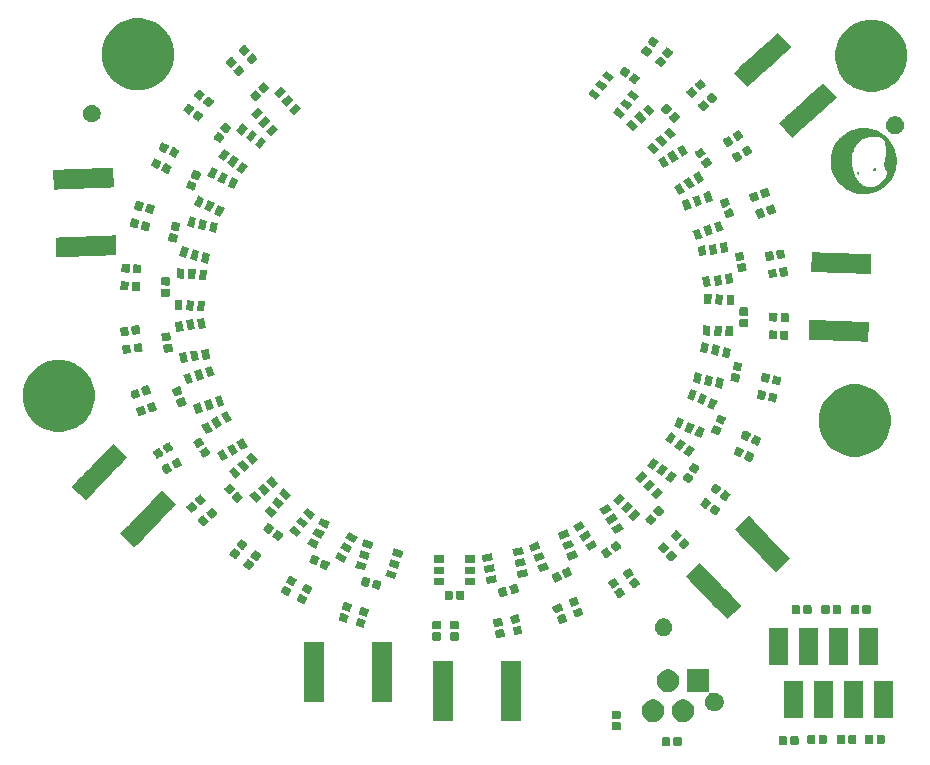
<source format=gbr>
G04 #@! TF.GenerationSoftware,KiCad,Pcbnew,5.1.5-52549c5~84~ubuntu18.04.1*
G04 #@! TF.CreationDate,2020-06-06T17:16:43+02:00*
G04 #@! TF.ProjectId,roboy_3.0_40mm_magnetic_field_calibration,726f626f-795f-4332-9e30-5f34306d6d5f,rev?*
G04 #@! TF.SameCoordinates,Original*
G04 #@! TF.FileFunction,Soldermask,Top*
G04 #@! TF.FilePolarity,Negative*
%FSLAX46Y46*%
G04 Gerber Fmt 4.6, Leading zero omitted, Abs format (unit mm)*
G04 Created by KiCad (PCBNEW 5.1.5-52549c5~84~ubuntu18.04.1) date 2020-06-06 17:16:43*
%MOMM*%
%LPD*%
G04 APERTURE LIST*
%ADD10C,0.010000*%
%ADD11C,0.100000*%
G04 APERTURE END LIST*
D10*
G36*
X174563667Y-74351102D02*
G01*
X174576744Y-74354493D01*
X174588048Y-74361622D01*
X174590392Y-74363545D01*
X174609692Y-74385382D01*
X174619619Y-74409859D01*
X174619926Y-74435768D01*
X174610441Y-74461765D01*
X174596012Y-74480859D01*
X174577537Y-74492325D01*
X174553024Y-74497210D01*
X174542228Y-74497560D01*
X174524829Y-74496947D01*
X174513155Y-74493934D01*
X174502794Y-74486758D01*
X174493903Y-74478259D01*
X174477278Y-74455369D01*
X174469936Y-74430434D01*
X174471832Y-74405206D01*
X174482919Y-74381436D01*
X174496859Y-74365951D01*
X174508713Y-74356754D01*
X174520030Y-74352033D01*
X174535130Y-74350369D01*
X174544667Y-74350240D01*
X174563667Y-74351102D01*
G37*
X174563667Y-74351102D02*
X174576744Y-74354493D01*
X174588048Y-74361622D01*
X174590392Y-74363545D01*
X174609692Y-74385382D01*
X174619619Y-74409859D01*
X174619926Y-74435768D01*
X174610441Y-74461765D01*
X174596012Y-74480859D01*
X174577537Y-74492325D01*
X174553024Y-74497210D01*
X174542228Y-74497560D01*
X174524829Y-74496947D01*
X174513155Y-74493934D01*
X174502794Y-74486758D01*
X174493903Y-74478259D01*
X174477278Y-74455369D01*
X174469936Y-74430434D01*
X174471832Y-74405206D01*
X174482919Y-74381436D01*
X174496859Y-74365951D01*
X174508713Y-74356754D01*
X174520030Y-74352033D01*
X174535130Y-74350369D01*
X174544667Y-74350240D01*
X174563667Y-74351102D01*
G36*
X173124466Y-74629926D02*
G01*
X173139554Y-74641333D01*
X173141789Y-74643610D01*
X173157997Y-74664076D01*
X173171303Y-74687188D01*
X173181395Y-74711348D01*
X173187961Y-74734960D01*
X173190691Y-74756426D01*
X173189274Y-74774150D01*
X173183397Y-74786535D01*
X173172750Y-74791983D01*
X173170740Y-74792103D01*
X173163319Y-74789690D01*
X173151818Y-74783702D01*
X173150097Y-74782671D01*
X173133099Y-74767908D01*
X173117367Y-74746401D01*
X173103917Y-74720683D01*
X173093764Y-74693289D01*
X173087921Y-74666754D01*
X173087405Y-74643613D01*
X173090003Y-74632595D01*
X173097422Y-74625074D01*
X173109666Y-74624345D01*
X173124466Y-74629926D01*
G37*
X173124466Y-74629926D02*
X173139554Y-74641333D01*
X173141789Y-74643610D01*
X173157997Y-74664076D01*
X173171303Y-74687188D01*
X173181395Y-74711348D01*
X173187961Y-74734960D01*
X173190691Y-74756426D01*
X173189274Y-74774150D01*
X173183397Y-74786535D01*
X173172750Y-74791983D01*
X173170740Y-74792103D01*
X173163319Y-74789690D01*
X173151818Y-74783702D01*
X173150097Y-74782671D01*
X173133099Y-74767908D01*
X173117367Y-74746401D01*
X173103917Y-74720683D01*
X173093764Y-74693289D01*
X173087921Y-74666754D01*
X173087405Y-74643613D01*
X173090003Y-74632595D01*
X173097422Y-74625074D01*
X173109666Y-74624345D01*
X173124466Y-74629926D01*
G36*
X173711411Y-70947658D02*
G01*
X173760303Y-70949034D01*
X173801791Y-70951227D01*
X173804248Y-70951404D01*
X173970730Y-70968617D01*
X174134856Y-70995619D01*
X174296263Y-71032236D01*
X174454589Y-71078297D01*
X174609470Y-71133628D01*
X174760545Y-71198056D01*
X174907451Y-71271410D01*
X175049824Y-71353515D01*
X175187304Y-71444199D01*
X175319526Y-71543290D01*
X175446128Y-71650614D01*
X175566748Y-71765999D01*
X175611488Y-71812506D01*
X175722388Y-71937802D01*
X175824852Y-72068680D01*
X175918766Y-72204894D01*
X176004014Y-72346197D01*
X176080485Y-72492344D01*
X176148064Y-72643091D01*
X176206637Y-72798190D01*
X176256090Y-72957396D01*
X176296310Y-73120465D01*
X176327184Y-73287149D01*
X176341027Y-73387580D01*
X176343688Y-73415614D01*
X176346056Y-73452158D01*
X176348107Y-73495565D01*
X176349818Y-73544188D01*
X176351168Y-73596379D01*
X176352131Y-73650493D01*
X176352687Y-73704881D01*
X176352810Y-73757898D01*
X176352479Y-73807897D01*
X176351671Y-73853229D01*
X176350362Y-73892250D01*
X176348529Y-73923311D01*
X176348521Y-73923409D01*
X176330425Y-74087738D01*
X176302523Y-74249947D01*
X176265024Y-74409636D01*
X176218137Y-74566405D01*
X176162068Y-74719853D01*
X176097026Y-74869580D01*
X176023220Y-75015186D01*
X175940858Y-75156271D01*
X175850147Y-75292433D01*
X175751295Y-75423273D01*
X175644512Y-75548391D01*
X175530005Y-75667385D01*
X175407982Y-75779856D01*
X175363827Y-75817365D01*
X175232339Y-75920164D01*
X175095556Y-76014370D01*
X174953820Y-76099844D01*
X174807475Y-76176444D01*
X174656863Y-76244030D01*
X174502328Y-76302462D01*
X174344213Y-76351599D01*
X174182861Y-76391300D01*
X174018615Y-76421425D01*
X173851818Y-76441834D01*
X173836220Y-76443230D01*
X173804605Y-76445421D01*
X173765273Y-76447283D01*
X173720337Y-76448791D01*
X173671909Y-76449916D01*
X173622102Y-76450634D01*
X173573029Y-76450917D01*
X173526802Y-76450740D01*
X173485534Y-76450076D01*
X173451338Y-76448899D01*
X173438694Y-76448187D01*
X173269062Y-76432042D01*
X173102378Y-76406308D01*
X172938908Y-76371099D01*
X172778916Y-76326529D01*
X172622667Y-76272712D01*
X172470427Y-76209763D01*
X172322461Y-76137796D01*
X172179033Y-76056925D01*
X172040408Y-75967265D01*
X171906852Y-75868929D01*
X171778630Y-75762031D01*
X171717269Y-75706036D01*
X171598879Y-75587867D01*
X171488479Y-75463571D01*
X171386241Y-75333510D01*
X171292338Y-75198048D01*
X171206943Y-75057546D01*
X171130229Y-74912369D01*
X171062370Y-74762880D01*
X171003537Y-74609441D01*
X170953904Y-74452416D01*
X170913644Y-74292168D01*
X170882930Y-74129060D01*
X170861935Y-73963454D01*
X170856484Y-73899168D01*
X170854235Y-73858243D01*
X170852806Y-73809784D01*
X170852158Y-73755741D01*
X170852254Y-73698065D01*
X170852845Y-73654280D01*
X172535866Y-73654280D01*
X172536087Y-73714867D01*
X172536800Y-73767255D01*
X172538154Y-73813398D01*
X172540296Y-73855249D01*
X172543376Y-73894763D01*
X172547541Y-73933895D01*
X172552939Y-73974598D01*
X172559719Y-74018827D01*
X172566683Y-74060680D01*
X172591321Y-74185767D01*
X172623172Y-74315784D01*
X172661644Y-74449155D01*
X172706146Y-74584306D01*
X172756085Y-74719660D01*
X172810869Y-74853644D01*
X172869907Y-74984683D01*
X172932605Y-75111201D01*
X172998373Y-75231623D01*
X173022138Y-75272260D01*
X173047850Y-75314150D01*
X173072392Y-75351070D01*
X173097458Y-75385163D01*
X173124739Y-75418577D01*
X173155927Y-75453455D01*
X173192714Y-75491944D01*
X173206237Y-75505668D01*
X173274539Y-75572063D01*
X173340032Y-75630339D01*
X173404180Y-75681594D01*
X173468445Y-75726927D01*
X173534292Y-75767436D01*
X173603183Y-75804220D01*
X173605625Y-75805432D01*
X173672865Y-75836631D01*
X173740523Y-75863591D01*
X173809818Y-75886574D01*
X173881972Y-75905841D01*
X173958208Y-75921653D01*
X174039746Y-75934271D01*
X174127807Y-75943955D01*
X174223614Y-75950968D01*
X174304301Y-75954743D01*
X174318468Y-75954065D01*
X174339174Y-75951605D01*
X174363042Y-75947805D01*
X174376346Y-75945295D01*
X174482126Y-75918969D01*
X174586227Y-75882724D01*
X174688740Y-75836520D01*
X174789759Y-75780316D01*
X174868715Y-75728715D01*
X174904948Y-75702443D01*
X174945856Y-75671048D01*
X174990005Y-75635764D01*
X175035964Y-75597826D01*
X175082299Y-75558467D01*
X175127577Y-75518921D01*
X175170365Y-75480423D01*
X175209230Y-75444207D01*
X175242740Y-75411506D01*
X175269357Y-75383669D01*
X175319078Y-75326571D01*
X175368026Y-75265833D01*
X175415342Y-75202772D01*
X175460168Y-75138702D01*
X175501646Y-75074939D01*
X175538916Y-75012800D01*
X175571120Y-74953600D01*
X175597399Y-74898654D01*
X175615547Y-74853160D01*
X175627166Y-74816683D01*
X175633669Y-74786920D01*
X175635291Y-74761946D01*
X175632266Y-74739838D01*
X175630229Y-74732655D01*
X175621899Y-74699183D01*
X175615174Y-74655850D01*
X175610045Y-74602582D01*
X175608557Y-74580480D01*
X175606914Y-74557285D01*
X175605091Y-74537827D01*
X175603327Y-74524354D01*
X175602048Y-74519279D01*
X175595985Y-74515091D01*
X175583461Y-74508816D01*
X175571213Y-74503494D01*
X175535191Y-74485805D01*
X175505050Y-74464111D01*
X175480055Y-74437333D01*
X175459472Y-74404396D01*
X175442567Y-74364221D01*
X175428606Y-74315733D01*
X175421731Y-74284200D01*
X175413109Y-74229984D01*
X175406872Y-74167299D01*
X175403003Y-74097547D01*
X175401488Y-74022131D01*
X175402310Y-73942453D01*
X175405454Y-73859917D01*
X175410904Y-73775924D01*
X175418644Y-73691878D01*
X175428658Y-73609181D01*
X175429391Y-73603857D01*
X175437683Y-73552621D01*
X175448851Y-73498523D01*
X175463299Y-73439881D01*
X175481436Y-73375012D01*
X175497507Y-73321894D01*
X175508001Y-73286596D01*
X175514749Y-73260223D01*
X175517856Y-73242298D01*
X175517630Y-73232994D01*
X175516992Y-73225817D01*
X175516273Y-73209339D01*
X175515490Y-73184422D01*
X175514662Y-73151926D01*
X175513807Y-73112708D01*
X175512943Y-73067631D01*
X175512087Y-73017553D01*
X175511258Y-72963335D01*
X175510474Y-72905836D01*
X175510024Y-72869420D01*
X175509099Y-72794866D01*
X175508178Y-72729436D01*
X175507209Y-72672094D01*
X175506143Y-72621802D01*
X175504928Y-72577525D01*
X175503514Y-72538228D01*
X175501851Y-72502872D01*
X175499886Y-72470422D01*
X175497570Y-72439843D01*
X175494853Y-72410097D01*
X175491682Y-72380148D01*
X175488009Y-72348961D01*
X175483781Y-72315498D01*
X175482415Y-72304995D01*
X175473450Y-72242533D01*
X175462637Y-72177182D01*
X175450663Y-72112772D01*
X175438216Y-72053131D01*
X175433201Y-72031220D01*
X175427194Y-72005740D01*
X175421859Y-71983078D01*
X175417719Y-71965465D01*
X175415300Y-71955135D01*
X175415099Y-71954273D01*
X175409514Y-71944596D01*
X175396770Y-71930140D01*
X175378059Y-71911912D01*
X175354573Y-71890920D01*
X175327505Y-71868170D01*
X175298047Y-71844671D01*
X175267391Y-71821430D01*
X175236729Y-71799454D01*
X175212900Y-71783398D01*
X175119663Y-71728561D01*
X175020366Y-71681665D01*
X174914885Y-71642665D01*
X174803099Y-71611515D01*
X174684885Y-71588173D01*
X174674420Y-71586529D01*
X174629797Y-71580994D01*
X174577546Y-71576733D01*
X174520123Y-71573789D01*
X174459984Y-71572208D01*
X174399587Y-71572036D01*
X174341389Y-71573316D01*
X174287846Y-71576094D01*
X174255320Y-71578864D01*
X174118305Y-71596876D01*
X173986889Y-71622248D01*
X173861374Y-71654863D01*
X173742065Y-71694607D01*
X173629262Y-71741362D01*
X173523270Y-71795014D01*
X173424391Y-71855447D01*
X173332928Y-71922544D01*
X173312307Y-71939465D01*
X173279118Y-71968484D01*
X173246726Y-71999428D01*
X173213635Y-72033870D01*
X173178349Y-72073378D01*
X173139372Y-72119524D01*
X173130517Y-72130280D01*
X173026906Y-72262732D01*
X172933379Y-72395187D01*
X172849858Y-72527797D01*
X172776268Y-72660716D01*
X172712533Y-72794098D01*
X172658577Y-72928098D01*
X172614324Y-73062867D01*
X172579697Y-73198561D01*
X172564339Y-73275820D01*
X172556862Y-73318964D01*
X172550787Y-73357561D01*
X172545975Y-73393452D01*
X172542287Y-73428477D01*
X172539585Y-73464477D01*
X172537730Y-73503291D01*
X172536585Y-73546762D01*
X172536009Y-73596729D01*
X172535866Y-73654280D01*
X170852845Y-73654280D01*
X170853056Y-73638704D01*
X170854526Y-73579611D01*
X170856624Y-73522735D01*
X170859314Y-73470027D01*
X170862556Y-73423437D01*
X170866314Y-73384915D01*
X170866582Y-73382680D01*
X170892056Y-73213148D01*
X170926728Y-73047926D01*
X170970629Y-72886938D01*
X171023792Y-72730112D01*
X171086249Y-72577374D01*
X171158030Y-72428650D01*
X171239169Y-72283866D01*
X171329697Y-72142948D01*
X171429646Y-72005822D01*
X171497157Y-71921718D01*
X171522254Y-71892734D01*
X171553460Y-71858564D01*
X171589254Y-71820728D01*
X171628116Y-71780747D01*
X171668523Y-71740143D01*
X171708955Y-71700438D01*
X171747890Y-71663151D01*
X171783808Y-71629805D01*
X171815186Y-71601920D01*
X171826798Y-71592077D01*
X171943126Y-71499763D01*
X172060135Y-71416075D01*
X172179986Y-71339586D01*
X172304836Y-71268870D01*
X172357940Y-71241230D01*
X172503201Y-71172517D01*
X172650453Y-71113076D01*
X172800545Y-71062650D01*
X172954324Y-71020984D01*
X173112640Y-70987823D01*
X173276342Y-70962911D01*
X173287760Y-70961502D01*
X173325674Y-70957711D01*
X173371787Y-70954433D01*
X173424148Y-70951705D01*
X173480806Y-70949566D01*
X173539812Y-70948054D01*
X173599215Y-70947206D01*
X173657065Y-70947062D01*
X173711411Y-70947658D01*
G37*
X173711411Y-70947658D02*
X173760303Y-70949034D01*
X173801791Y-70951227D01*
X173804248Y-70951404D01*
X173970730Y-70968617D01*
X174134856Y-70995619D01*
X174296263Y-71032236D01*
X174454589Y-71078297D01*
X174609470Y-71133628D01*
X174760545Y-71198056D01*
X174907451Y-71271410D01*
X175049824Y-71353515D01*
X175187304Y-71444199D01*
X175319526Y-71543290D01*
X175446128Y-71650614D01*
X175566748Y-71765999D01*
X175611488Y-71812506D01*
X175722388Y-71937802D01*
X175824852Y-72068680D01*
X175918766Y-72204894D01*
X176004014Y-72346197D01*
X176080485Y-72492344D01*
X176148064Y-72643091D01*
X176206637Y-72798190D01*
X176256090Y-72957396D01*
X176296310Y-73120465D01*
X176327184Y-73287149D01*
X176341027Y-73387580D01*
X176343688Y-73415614D01*
X176346056Y-73452158D01*
X176348107Y-73495565D01*
X176349818Y-73544188D01*
X176351168Y-73596379D01*
X176352131Y-73650493D01*
X176352687Y-73704881D01*
X176352810Y-73757898D01*
X176352479Y-73807897D01*
X176351671Y-73853229D01*
X176350362Y-73892250D01*
X176348529Y-73923311D01*
X176348521Y-73923409D01*
X176330425Y-74087738D01*
X176302523Y-74249947D01*
X176265024Y-74409636D01*
X176218137Y-74566405D01*
X176162068Y-74719853D01*
X176097026Y-74869580D01*
X176023220Y-75015186D01*
X175940858Y-75156271D01*
X175850147Y-75292433D01*
X175751295Y-75423273D01*
X175644512Y-75548391D01*
X175530005Y-75667385D01*
X175407982Y-75779856D01*
X175363827Y-75817365D01*
X175232339Y-75920164D01*
X175095556Y-76014370D01*
X174953820Y-76099844D01*
X174807475Y-76176444D01*
X174656863Y-76244030D01*
X174502328Y-76302462D01*
X174344213Y-76351599D01*
X174182861Y-76391300D01*
X174018615Y-76421425D01*
X173851818Y-76441834D01*
X173836220Y-76443230D01*
X173804605Y-76445421D01*
X173765273Y-76447283D01*
X173720337Y-76448791D01*
X173671909Y-76449916D01*
X173622102Y-76450634D01*
X173573029Y-76450917D01*
X173526802Y-76450740D01*
X173485534Y-76450076D01*
X173451338Y-76448899D01*
X173438694Y-76448187D01*
X173269062Y-76432042D01*
X173102378Y-76406308D01*
X172938908Y-76371099D01*
X172778916Y-76326529D01*
X172622667Y-76272712D01*
X172470427Y-76209763D01*
X172322461Y-76137796D01*
X172179033Y-76056925D01*
X172040408Y-75967265D01*
X171906852Y-75868929D01*
X171778630Y-75762031D01*
X171717269Y-75706036D01*
X171598879Y-75587867D01*
X171488479Y-75463571D01*
X171386241Y-75333510D01*
X171292338Y-75198048D01*
X171206943Y-75057546D01*
X171130229Y-74912369D01*
X171062370Y-74762880D01*
X171003537Y-74609441D01*
X170953904Y-74452416D01*
X170913644Y-74292168D01*
X170882930Y-74129060D01*
X170861935Y-73963454D01*
X170856484Y-73899168D01*
X170854235Y-73858243D01*
X170852806Y-73809784D01*
X170852158Y-73755741D01*
X170852254Y-73698065D01*
X170852845Y-73654280D01*
X172535866Y-73654280D01*
X172536087Y-73714867D01*
X172536800Y-73767255D01*
X172538154Y-73813398D01*
X172540296Y-73855249D01*
X172543376Y-73894763D01*
X172547541Y-73933895D01*
X172552939Y-73974598D01*
X172559719Y-74018827D01*
X172566683Y-74060680D01*
X172591321Y-74185767D01*
X172623172Y-74315784D01*
X172661644Y-74449155D01*
X172706146Y-74584306D01*
X172756085Y-74719660D01*
X172810869Y-74853644D01*
X172869907Y-74984683D01*
X172932605Y-75111201D01*
X172998373Y-75231623D01*
X173022138Y-75272260D01*
X173047850Y-75314150D01*
X173072392Y-75351070D01*
X173097458Y-75385163D01*
X173124739Y-75418577D01*
X173155927Y-75453455D01*
X173192714Y-75491944D01*
X173206237Y-75505668D01*
X173274539Y-75572063D01*
X173340032Y-75630339D01*
X173404180Y-75681594D01*
X173468445Y-75726927D01*
X173534292Y-75767436D01*
X173603183Y-75804220D01*
X173605625Y-75805432D01*
X173672865Y-75836631D01*
X173740523Y-75863591D01*
X173809818Y-75886574D01*
X173881972Y-75905841D01*
X173958208Y-75921653D01*
X174039746Y-75934271D01*
X174127807Y-75943955D01*
X174223614Y-75950968D01*
X174304301Y-75954743D01*
X174318468Y-75954065D01*
X174339174Y-75951605D01*
X174363042Y-75947805D01*
X174376346Y-75945295D01*
X174482126Y-75918969D01*
X174586227Y-75882724D01*
X174688740Y-75836520D01*
X174789759Y-75780316D01*
X174868715Y-75728715D01*
X174904948Y-75702443D01*
X174945856Y-75671048D01*
X174990005Y-75635764D01*
X175035964Y-75597826D01*
X175082299Y-75558467D01*
X175127577Y-75518921D01*
X175170365Y-75480423D01*
X175209230Y-75444207D01*
X175242740Y-75411506D01*
X175269357Y-75383669D01*
X175319078Y-75326571D01*
X175368026Y-75265833D01*
X175415342Y-75202772D01*
X175460168Y-75138702D01*
X175501646Y-75074939D01*
X175538916Y-75012800D01*
X175571120Y-74953600D01*
X175597399Y-74898654D01*
X175615547Y-74853160D01*
X175627166Y-74816683D01*
X175633669Y-74786920D01*
X175635291Y-74761946D01*
X175632266Y-74739838D01*
X175630229Y-74732655D01*
X175621899Y-74699183D01*
X175615174Y-74655850D01*
X175610045Y-74602582D01*
X175608557Y-74580480D01*
X175606914Y-74557285D01*
X175605091Y-74537827D01*
X175603327Y-74524354D01*
X175602048Y-74519279D01*
X175595985Y-74515091D01*
X175583461Y-74508816D01*
X175571213Y-74503494D01*
X175535191Y-74485805D01*
X175505050Y-74464111D01*
X175480055Y-74437333D01*
X175459472Y-74404396D01*
X175442567Y-74364221D01*
X175428606Y-74315733D01*
X175421731Y-74284200D01*
X175413109Y-74229984D01*
X175406872Y-74167299D01*
X175403003Y-74097547D01*
X175401488Y-74022131D01*
X175402310Y-73942453D01*
X175405454Y-73859917D01*
X175410904Y-73775924D01*
X175418644Y-73691878D01*
X175428658Y-73609181D01*
X175429391Y-73603857D01*
X175437683Y-73552621D01*
X175448851Y-73498523D01*
X175463299Y-73439881D01*
X175481436Y-73375012D01*
X175497507Y-73321894D01*
X175508001Y-73286596D01*
X175514749Y-73260223D01*
X175517856Y-73242298D01*
X175517630Y-73232994D01*
X175516992Y-73225817D01*
X175516273Y-73209339D01*
X175515490Y-73184422D01*
X175514662Y-73151926D01*
X175513807Y-73112708D01*
X175512943Y-73067631D01*
X175512087Y-73017553D01*
X175511258Y-72963335D01*
X175510474Y-72905836D01*
X175510024Y-72869420D01*
X175509099Y-72794866D01*
X175508178Y-72729436D01*
X175507209Y-72672094D01*
X175506143Y-72621802D01*
X175504928Y-72577525D01*
X175503514Y-72538228D01*
X175501851Y-72502872D01*
X175499886Y-72470422D01*
X175497570Y-72439843D01*
X175494853Y-72410097D01*
X175491682Y-72380148D01*
X175488009Y-72348961D01*
X175483781Y-72315498D01*
X175482415Y-72304995D01*
X175473450Y-72242533D01*
X175462637Y-72177182D01*
X175450663Y-72112772D01*
X175438216Y-72053131D01*
X175433201Y-72031220D01*
X175427194Y-72005740D01*
X175421859Y-71983078D01*
X175417719Y-71965465D01*
X175415300Y-71955135D01*
X175415099Y-71954273D01*
X175409514Y-71944596D01*
X175396770Y-71930140D01*
X175378059Y-71911912D01*
X175354573Y-71890920D01*
X175327505Y-71868170D01*
X175298047Y-71844671D01*
X175267391Y-71821430D01*
X175236729Y-71799454D01*
X175212900Y-71783398D01*
X175119663Y-71728561D01*
X175020366Y-71681665D01*
X174914885Y-71642665D01*
X174803099Y-71611515D01*
X174684885Y-71588173D01*
X174674420Y-71586529D01*
X174629797Y-71580994D01*
X174577546Y-71576733D01*
X174520123Y-71573789D01*
X174459984Y-71572208D01*
X174399587Y-71572036D01*
X174341389Y-71573316D01*
X174287846Y-71576094D01*
X174255320Y-71578864D01*
X174118305Y-71596876D01*
X173986889Y-71622248D01*
X173861374Y-71654863D01*
X173742065Y-71694607D01*
X173629262Y-71741362D01*
X173523270Y-71795014D01*
X173424391Y-71855447D01*
X173332928Y-71922544D01*
X173312307Y-71939465D01*
X173279118Y-71968484D01*
X173246726Y-71999428D01*
X173213635Y-72033870D01*
X173178349Y-72073378D01*
X173139372Y-72119524D01*
X173130517Y-72130280D01*
X173026906Y-72262732D01*
X172933379Y-72395187D01*
X172849858Y-72527797D01*
X172776268Y-72660716D01*
X172712533Y-72794098D01*
X172658577Y-72928098D01*
X172614324Y-73062867D01*
X172579697Y-73198561D01*
X172564339Y-73275820D01*
X172556862Y-73318964D01*
X172550787Y-73357561D01*
X172545975Y-73393452D01*
X172542287Y-73428477D01*
X172539585Y-73464477D01*
X172537730Y-73503291D01*
X172536585Y-73546762D01*
X172536009Y-73596729D01*
X172535866Y-73654280D01*
X170852845Y-73654280D01*
X170853056Y-73638704D01*
X170854526Y-73579611D01*
X170856624Y-73522735D01*
X170859314Y-73470027D01*
X170862556Y-73423437D01*
X170866314Y-73384915D01*
X170866582Y-73382680D01*
X170892056Y-73213148D01*
X170926728Y-73047926D01*
X170970629Y-72886938D01*
X171023792Y-72730112D01*
X171086249Y-72577374D01*
X171158030Y-72428650D01*
X171239169Y-72283866D01*
X171329697Y-72142948D01*
X171429646Y-72005822D01*
X171497157Y-71921718D01*
X171522254Y-71892734D01*
X171553460Y-71858564D01*
X171589254Y-71820728D01*
X171628116Y-71780747D01*
X171668523Y-71740143D01*
X171708955Y-71700438D01*
X171747890Y-71663151D01*
X171783808Y-71629805D01*
X171815186Y-71601920D01*
X171826798Y-71592077D01*
X171943126Y-71499763D01*
X172060135Y-71416075D01*
X172179986Y-71339586D01*
X172304836Y-71268870D01*
X172357940Y-71241230D01*
X172503201Y-71172517D01*
X172650453Y-71113076D01*
X172800545Y-71062650D01*
X172954324Y-71020984D01*
X173112640Y-70987823D01*
X173276342Y-70962911D01*
X173287760Y-70961502D01*
X173325674Y-70957711D01*
X173371787Y-70954433D01*
X173424148Y-70951705D01*
X173480806Y-70949566D01*
X173539812Y-70948054D01*
X173599215Y-70947206D01*
X173657065Y-70947062D01*
X173711411Y-70947658D01*
D11*
G36*
X158141938Y-122531716D02*
G01*
X158162557Y-122537971D01*
X158181553Y-122548124D01*
X158198208Y-122561792D01*
X158211876Y-122578447D01*
X158222029Y-122597443D01*
X158228284Y-122618062D01*
X158231000Y-122645640D01*
X158231000Y-123154360D01*
X158228284Y-123181938D01*
X158222029Y-123202557D01*
X158211876Y-123221553D01*
X158198208Y-123238208D01*
X158181553Y-123251876D01*
X158162557Y-123262029D01*
X158141938Y-123268284D01*
X158114360Y-123271000D01*
X157655640Y-123271000D01*
X157628062Y-123268284D01*
X157607443Y-123262029D01*
X157588447Y-123251876D01*
X157571792Y-123238208D01*
X157558124Y-123221553D01*
X157547971Y-123202557D01*
X157541716Y-123181938D01*
X157539000Y-123154360D01*
X157539000Y-122645640D01*
X157541716Y-122618062D01*
X157547971Y-122597443D01*
X157558124Y-122578447D01*
X157571792Y-122561792D01*
X157588447Y-122548124D01*
X157607443Y-122537971D01*
X157628062Y-122531716D01*
X157655640Y-122529000D01*
X158114360Y-122529000D01*
X158141938Y-122531716D01*
G37*
G36*
X157171938Y-122531716D02*
G01*
X157192557Y-122537971D01*
X157211553Y-122548124D01*
X157228208Y-122561792D01*
X157241876Y-122578447D01*
X157252029Y-122597443D01*
X157258284Y-122618062D01*
X157261000Y-122645640D01*
X157261000Y-123154360D01*
X157258284Y-123181938D01*
X157252029Y-123202557D01*
X157241876Y-123221553D01*
X157228208Y-123238208D01*
X157211553Y-123251876D01*
X157192557Y-123262029D01*
X157171938Y-123268284D01*
X157144360Y-123271000D01*
X156685640Y-123271000D01*
X156658062Y-123268284D01*
X156637443Y-123262029D01*
X156618447Y-123251876D01*
X156601792Y-123238208D01*
X156588124Y-123221553D01*
X156577971Y-123202557D01*
X156571716Y-123181938D01*
X156569000Y-123154360D01*
X156569000Y-122645640D01*
X156571716Y-122618062D01*
X156577971Y-122597443D01*
X156588124Y-122578447D01*
X156601792Y-122561792D01*
X156618447Y-122548124D01*
X156637443Y-122537971D01*
X156658062Y-122531716D01*
X156685640Y-122529000D01*
X157144360Y-122529000D01*
X157171938Y-122531716D01*
G37*
G36*
X167071938Y-122431716D02*
G01*
X167092557Y-122437971D01*
X167111553Y-122448124D01*
X167128208Y-122461792D01*
X167141876Y-122478447D01*
X167152029Y-122497443D01*
X167158284Y-122518062D01*
X167161000Y-122545640D01*
X167161000Y-123054360D01*
X167158284Y-123081938D01*
X167152029Y-123102557D01*
X167141876Y-123121553D01*
X167128208Y-123138208D01*
X167111553Y-123151876D01*
X167092557Y-123162029D01*
X167071938Y-123168284D01*
X167044360Y-123171000D01*
X166585640Y-123171000D01*
X166558062Y-123168284D01*
X166537443Y-123162029D01*
X166518447Y-123151876D01*
X166501792Y-123138208D01*
X166488124Y-123121553D01*
X166477971Y-123102557D01*
X166471716Y-123081938D01*
X166469000Y-123054360D01*
X166469000Y-122545640D01*
X166471716Y-122518062D01*
X166477971Y-122497443D01*
X166488124Y-122478447D01*
X166501792Y-122461792D01*
X166518447Y-122448124D01*
X166537443Y-122437971D01*
X166558062Y-122431716D01*
X166585640Y-122429000D01*
X167044360Y-122429000D01*
X167071938Y-122431716D01*
G37*
G36*
X168041938Y-122431716D02*
G01*
X168062557Y-122437971D01*
X168081553Y-122448124D01*
X168098208Y-122461792D01*
X168111876Y-122478447D01*
X168122029Y-122497443D01*
X168128284Y-122518062D01*
X168131000Y-122545640D01*
X168131000Y-123054360D01*
X168128284Y-123081938D01*
X168122029Y-123102557D01*
X168111876Y-123121553D01*
X168098208Y-123138208D01*
X168081553Y-123151876D01*
X168062557Y-123162029D01*
X168041938Y-123168284D01*
X168014360Y-123171000D01*
X167555640Y-123171000D01*
X167528062Y-123168284D01*
X167507443Y-123162029D01*
X167488447Y-123151876D01*
X167471792Y-123138208D01*
X167458124Y-123121553D01*
X167447971Y-123102557D01*
X167441716Y-123081938D01*
X167439000Y-123054360D01*
X167439000Y-122545640D01*
X167441716Y-122518062D01*
X167447971Y-122497443D01*
X167458124Y-122478447D01*
X167471792Y-122461792D01*
X167488447Y-122448124D01*
X167507443Y-122437971D01*
X167528062Y-122431716D01*
X167555640Y-122429000D01*
X168014360Y-122429000D01*
X168041938Y-122431716D01*
G37*
G36*
X174371938Y-122331716D02*
G01*
X174392557Y-122337971D01*
X174411553Y-122348124D01*
X174428208Y-122361792D01*
X174441876Y-122378447D01*
X174452029Y-122397443D01*
X174458284Y-122418062D01*
X174461000Y-122445640D01*
X174461000Y-122954360D01*
X174458284Y-122981938D01*
X174452029Y-123002557D01*
X174441876Y-123021553D01*
X174428208Y-123038208D01*
X174411553Y-123051876D01*
X174392557Y-123062029D01*
X174371938Y-123068284D01*
X174344360Y-123071000D01*
X173885640Y-123071000D01*
X173858062Y-123068284D01*
X173837443Y-123062029D01*
X173818447Y-123051876D01*
X173801792Y-123038208D01*
X173788124Y-123021553D01*
X173777971Y-123002557D01*
X173771716Y-122981938D01*
X173769000Y-122954360D01*
X173769000Y-122445640D01*
X173771716Y-122418062D01*
X173777971Y-122397443D01*
X173788124Y-122378447D01*
X173801792Y-122361792D01*
X173818447Y-122348124D01*
X173837443Y-122337971D01*
X173858062Y-122331716D01*
X173885640Y-122329000D01*
X174344360Y-122329000D01*
X174371938Y-122331716D01*
G37*
G36*
X175341938Y-122331716D02*
G01*
X175362557Y-122337971D01*
X175381553Y-122348124D01*
X175398208Y-122361792D01*
X175411876Y-122378447D01*
X175422029Y-122397443D01*
X175428284Y-122418062D01*
X175431000Y-122445640D01*
X175431000Y-122954360D01*
X175428284Y-122981938D01*
X175422029Y-123002557D01*
X175411876Y-123021553D01*
X175398208Y-123038208D01*
X175381553Y-123051876D01*
X175362557Y-123062029D01*
X175341938Y-123068284D01*
X175314360Y-123071000D01*
X174855640Y-123071000D01*
X174828062Y-123068284D01*
X174807443Y-123062029D01*
X174788447Y-123051876D01*
X174771792Y-123038208D01*
X174758124Y-123021553D01*
X174747971Y-123002557D01*
X174741716Y-122981938D01*
X174739000Y-122954360D01*
X174739000Y-122445640D01*
X174741716Y-122418062D01*
X174747971Y-122397443D01*
X174758124Y-122378447D01*
X174771792Y-122361792D01*
X174788447Y-122348124D01*
X174807443Y-122337971D01*
X174828062Y-122331716D01*
X174855640Y-122329000D01*
X175314360Y-122329000D01*
X175341938Y-122331716D01*
G37*
G36*
X170441938Y-122331716D02*
G01*
X170462557Y-122337971D01*
X170481553Y-122348124D01*
X170498208Y-122361792D01*
X170511876Y-122378447D01*
X170522029Y-122397443D01*
X170528284Y-122418062D01*
X170531000Y-122445640D01*
X170531000Y-122954360D01*
X170528284Y-122981938D01*
X170522029Y-123002557D01*
X170511876Y-123021553D01*
X170498208Y-123038208D01*
X170481553Y-123051876D01*
X170462557Y-123062029D01*
X170441938Y-123068284D01*
X170414360Y-123071000D01*
X169955640Y-123071000D01*
X169928062Y-123068284D01*
X169907443Y-123062029D01*
X169888447Y-123051876D01*
X169871792Y-123038208D01*
X169858124Y-123021553D01*
X169847971Y-123002557D01*
X169841716Y-122981938D01*
X169839000Y-122954360D01*
X169839000Y-122445640D01*
X169841716Y-122418062D01*
X169847971Y-122397443D01*
X169858124Y-122378447D01*
X169871792Y-122361792D01*
X169888447Y-122348124D01*
X169907443Y-122337971D01*
X169928062Y-122331716D01*
X169955640Y-122329000D01*
X170414360Y-122329000D01*
X170441938Y-122331716D01*
G37*
G36*
X169471938Y-122331716D02*
G01*
X169492557Y-122337971D01*
X169511553Y-122348124D01*
X169528208Y-122361792D01*
X169541876Y-122378447D01*
X169552029Y-122397443D01*
X169558284Y-122418062D01*
X169561000Y-122445640D01*
X169561000Y-122954360D01*
X169558284Y-122981938D01*
X169552029Y-123002557D01*
X169541876Y-123021553D01*
X169528208Y-123038208D01*
X169511553Y-123051876D01*
X169492557Y-123062029D01*
X169471938Y-123068284D01*
X169444360Y-123071000D01*
X168985640Y-123071000D01*
X168958062Y-123068284D01*
X168937443Y-123062029D01*
X168918447Y-123051876D01*
X168901792Y-123038208D01*
X168888124Y-123021553D01*
X168877971Y-123002557D01*
X168871716Y-122981938D01*
X168869000Y-122954360D01*
X168869000Y-122445640D01*
X168871716Y-122418062D01*
X168877971Y-122397443D01*
X168888124Y-122378447D01*
X168901792Y-122361792D01*
X168918447Y-122348124D01*
X168937443Y-122337971D01*
X168958062Y-122331716D01*
X168985640Y-122329000D01*
X169444360Y-122329000D01*
X169471938Y-122331716D01*
G37*
G36*
X171971938Y-122331716D02*
G01*
X171992557Y-122337971D01*
X172011553Y-122348124D01*
X172028208Y-122361792D01*
X172041876Y-122378447D01*
X172052029Y-122397443D01*
X172058284Y-122418062D01*
X172061000Y-122445640D01*
X172061000Y-122954360D01*
X172058284Y-122981938D01*
X172052029Y-123002557D01*
X172041876Y-123021553D01*
X172028208Y-123038208D01*
X172011553Y-123051876D01*
X171992557Y-123062029D01*
X171971938Y-123068284D01*
X171944360Y-123071000D01*
X171485640Y-123071000D01*
X171458062Y-123068284D01*
X171437443Y-123062029D01*
X171418447Y-123051876D01*
X171401792Y-123038208D01*
X171388124Y-123021553D01*
X171377971Y-123002557D01*
X171371716Y-122981938D01*
X171369000Y-122954360D01*
X171369000Y-122445640D01*
X171371716Y-122418062D01*
X171377971Y-122397443D01*
X171388124Y-122378447D01*
X171401792Y-122361792D01*
X171418447Y-122348124D01*
X171437443Y-122337971D01*
X171458062Y-122331716D01*
X171485640Y-122329000D01*
X171944360Y-122329000D01*
X171971938Y-122331716D01*
G37*
G36*
X172941938Y-122331716D02*
G01*
X172962557Y-122337971D01*
X172981553Y-122348124D01*
X172998208Y-122361792D01*
X173011876Y-122378447D01*
X173022029Y-122397443D01*
X173028284Y-122418062D01*
X173031000Y-122445640D01*
X173031000Y-122954360D01*
X173028284Y-122981938D01*
X173022029Y-123002557D01*
X173011876Y-123021553D01*
X172998208Y-123038208D01*
X172981553Y-123051876D01*
X172962557Y-123062029D01*
X172941938Y-123068284D01*
X172914360Y-123071000D01*
X172455640Y-123071000D01*
X172428062Y-123068284D01*
X172407443Y-123062029D01*
X172388447Y-123051876D01*
X172371792Y-123038208D01*
X172358124Y-123021553D01*
X172347971Y-123002557D01*
X172341716Y-122981938D01*
X172339000Y-122954360D01*
X172339000Y-122445640D01*
X172341716Y-122418062D01*
X172347971Y-122397443D01*
X172358124Y-122378447D01*
X172371792Y-122361792D01*
X172388447Y-122348124D01*
X172407443Y-122337971D01*
X172428062Y-122331716D01*
X172455640Y-122329000D01*
X172914360Y-122329000D01*
X172941938Y-122331716D01*
G37*
G36*
X152981938Y-121241716D02*
G01*
X153002557Y-121247971D01*
X153021553Y-121258124D01*
X153038208Y-121271792D01*
X153051876Y-121288447D01*
X153062029Y-121307443D01*
X153068284Y-121328062D01*
X153071000Y-121355640D01*
X153071000Y-121814360D01*
X153068284Y-121841938D01*
X153062029Y-121862557D01*
X153051876Y-121881553D01*
X153038208Y-121898208D01*
X153021553Y-121911876D01*
X153002557Y-121922029D01*
X152981938Y-121928284D01*
X152954360Y-121931000D01*
X152445640Y-121931000D01*
X152418062Y-121928284D01*
X152397443Y-121922029D01*
X152378447Y-121911876D01*
X152361792Y-121898208D01*
X152348124Y-121881553D01*
X152337971Y-121862557D01*
X152331716Y-121841938D01*
X152329000Y-121814360D01*
X152329000Y-121355640D01*
X152331716Y-121328062D01*
X152337971Y-121307443D01*
X152348124Y-121288447D01*
X152361792Y-121271792D01*
X152378447Y-121258124D01*
X152397443Y-121247971D01*
X152418062Y-121241716D01*
X152445640Y-121239000D01*
X152954360Y-121239000D01*
X152981938Y-121241716D01*
G37*
G36*
X158612395Y-119355546D02*
G01*
X158785466Y-119427234D01*
X158785467Y-119427235D01*
X158941227Y-119531310D01*
X159073690Y-119663773D01*
X159073691Y-119663775D01*
X159177766Y-119819534D01*
X159249454Y-119992605D01*
X159286000Y-120176333D01*
X159286000Y-120363667D01*
X159249454Y-120547395D01*
X159177766Y-120720466D01*
X159177765Y-120720467D01*
X159073690Y-120876227D01*
X158941227Y-121008690D01*
X158862818Y-121061081D01*
X158785466Y-121112766D01*
X158612395Y-121184454D01*
X158428667Y-121221000D01*
X158241333Y-121221000D01*
X158057605Y-121184454D01*
X157884534Y-121112766D01*
X157807182Y-121061081D01*
X157728773Y-121008690D01*
X157596310Y-120876227D01*
X157492235Y-120720467D01*
X157492234Y-120720466D01*
X157420546Y-120547395D01*
X157384000Y-120363667D01*
X157384000Y-120176333D01*
X157420546Y-119992605D01*
X157492234Y-119819534D01*
X157596309Y-119663775D01*
X157596310Y-119663773D01*
X157728773Y-119531310D01*
X157884533Y-119427235D01*
X157884534Y-119427234D01*
X158057605Y-119355546D01*
X158241333Y-119319000D01*
X158428667Y-119319000D01*
X158612395Y-119355546D01*
G37*
G36*
X156072395Y-119355546D02*
G01*
X156245466Y-119427234D01*
X156245467Y-119427235D01*
X156401227Y-119531310D01*
X156533690Y-119663773D01*
X156533691Y-119663775D01*
X156637766Y-119819534D01*
X156709454Y-119992605D01*
X156746000Y-120176333D01*
X156746000Y-120363667D01*
X156709454Y-120547395D01*
X156637766Y-120720466D01*
X156637765Y-120720467D01*
X156533690Y-120876227D01*
X156401227Y-121008690D01*
X156322818Y-121061081D01*
X156245466Y-121112766D01*
X156072395Y-121184454D01*
X155888667Y-121221000D01*
X155701333Y-121221000D01*
X155517605Y-121184454D01*
X155344534Y-121112766D01*
X155267182Y-121061081D01*
X155188773Y-121008690D01*
X155056310Y-120876227D01*
X154952235Y-120720467D01*
X154952234Y-120720466D01*
X154880546Y-120547395D01*
X154844000Y-120363667D01*
X154844000Y-120176333D01*
X154880546Y-119992605D01*
X154952234Y-119819534D01*
X155056309Y-119663775D01*
X155056310Y-119663773D01*
X155188773Y-119531310D01*
X155344533Y-119427235D01*
X155344534Y-119427234D01*
X155517605Y-119355546D01*
X155701333Y-119319000D01*
X155888667Y-119319000D01*
X156072395Y-119355546D01*
G37*
G36*
X138866000Y-121131000D02*
G01*
X137194000Y-121131000D01*
X137194000Y-116069000D01*
X138866000Y-116069000D01*
X138866000Y-121131000D01*
G37*
G36*
X144606000Y-121131000D02*
G01*
X142934000Y-121131000D01*
X142934000Y-116069000D01*
X144606000Y-116069000D01*
X144606000Y-121131000D01*
G37*
G36*
X152981938Y-120271716D02*
G01*
X153002557Y-120277971D01*
X153021553Y-120288124D01*
X153038208Y-120301792D01*
X153051876Y-120318447D01*
X153062029Y-120337443D01*
X153068284Y-120358062D01*
X153071000Y-120385640D01*
X153071000Y-120844360D01*
X153068284Y-120871938D01*
X153062029Y-120892557D01*
X153051876Y-120911553D01*
X153038208Y-120928208D01*
X153021553Y-120941876D01*
X153002557Y-120952029D01*
X152981938Y-120958284D01*
X152954360Y-120961000D01*
X152445640Y-120961000D01*
X152418062Y-120958284D01*
X152397443Y-120952029D01*
X152378447Y-120941876D01*
X152361792Y-120928208D01*
X152348124Y-120911553D01*
X152337971Y-120892557D01*
X152331716Y-120871938D01*
X152329000Y-120844360D01*
X152329000Y-120385640D01*
X152331716Y-120358062D01*
X152337971Y-120337443D01*
X152348124Y-120318447D01*
X152361792Y-120301792D01*
X152378447Y-120288124D01*
X152397443Y-120277971D01*
X152418062Y-120271716D01*
X152445640Y-120269000D01*
X152954360Y-120269000D01*
X152981938Y-120271716D01*
G37*
G36*
X176140000Y-120925000D02*
G01*
X174490000Y-120925000D01*
X174490000Y-117775000D01*
X176140000Y-117775000D01*
X176140000Y-120925000D01*
G37*
G36*
X168520000Y-120925000D02*
G01*
X166870000Y-120925000D01*
X166870000Y-117775000D01*
X168520000Y-117775000D01*
X168520000Y-120925000D01*
G37*
G36*
X171060000Y-120925000D02*
G01*
X169410000Y-120925000D01*
X169410000Y-117775000D01*
X171060000Y-117775000D01*
X171060000Y-120925000D01*
G37*
G36*
X173600000Y-120925000D02*
G01*
X171950000Y-120925000D01*
X171950000Y-117775000D01*
X173600000Y-117775000D01*
X173600000Y-120925000D01*
G37*
G36*
X160556000Y-118661857D02*
G01*
X160558402Y-118686243D01*
X160565515Y-118709692D01*
X160577066Y-118731303D01*
X160592611Y-118750245D01*
X160611553Y-118765790D01*
X160633164Y-118777341D01*
X160656613Y-118784454D01*
X160680999Y-118786856D01*
X160705385Y-118784454D01*
X160728835Y-118777341D01*
X160756722Y-118765790D01*
X160771342Y-118759734D01*
X160771343Y-118759734D01*
X160771345Y-118759733D01*
X160926102Y-118728950D01*
X161083898Y-118728950D01*
X161238657Y-118759733D01*
X161384438Y-118820118D01*
X161384439Y-118820119D01*
X161515640Y-118907784D01*
X161627216Y-119019360D01*
X161627217Y-119019362D01*
X161714882Y-119150562D01*
X161775267Y-119296343D01*
X161806050Y-119451102D01*
X161806050Y-119608898D01*
X161775267Y-119763657D01*
X161714882Y-119909438D01*
X161714881Y-119909439D01*
X161627216Y-120040640D01*
X161515640Y-120152216D01*
X161479546Y-120176333D01*
X161384438Y-120239882D01*
X161238657Y-120300267D01*
X161083898Y-120331050D01*
X160926102Y-120331050D01*
X160771343Y-120300267D01*
X160625562Y-120239882D01*
X160530454Y-120176333D01*
X160494360Y-120152216D01*
X160382784Y-120040640D01*
X160295119Y-119909439D01*
X160295118Y-119909438D01*
X160234733Y-119763657D01*
X160203950Y-119608898D01*
X160203950Y-119451102D01*
X160234733Y-119296343D01*
X160295118Y-119150562D01*
X160382783Y-119019362D01*
X160382784Y-119019360D01*
X160494360Y-118907784D01*
X160494363Y-118907782D01*
X160497097Y-118905048D01*
X160510088Y-118894386D01*
X160525633Y-118875444D01*
X160537184Y-118853833D01*
X160544297Y-118830384D01*
X160546699Y-118805998D01*
X160544297Y-118781612D01*
X160537184Y-118758163D01*
X160525633Y-118736553D01*
X160510087Y-118717611D01*
X160491145Y-118702066D01*
X160469534Y-118690515D01*
X160446085Y-118683402D01*
X160421700Y-118681000D01*
X158654000Y-118681000D01*
X158654000Y-116779000D01*
X160556000Y-116779000D01*
X160556000Y-118661857D01*
G37*
G36*
X127966000Y-119531000D02*
G01*
X126294000Y-119531000D01*
X126294000Y-114469000D01*
X127966000Y-114469000D01*
X127966000Y-119531000D01*
G37*
G36*
X133706000Y-119531000D02*
G01*
X132034000Y-119531000D01*
X132034000Y-114469000D01*
X133706000Y-114469000D01*
X133706000Y-119531000D01*
G37*
G36*
X157342395Y-116815546D02*
G01*
X157515466Y-116887234D01*
X157515467Y-116887235D01*
X157671227Y-116991310D01*
X157803690Y-117123773D01*
X157803691Y-117123775D01*
X157907766Y-117279534D01*
X157979454Y-117452605D01*
X158016000Y-117636333D01*
X158016000Y-117823667D01*
X157979454Y-118007395D01*
X157907766Y-118180466D01*
X157907765Y-118180467D01*
X157803690Y-118336227D01*
X157671227Y-118468690D01*
X157592818Y-118521081D01*
X157515466Y-118572766D01*
X157342395Y-118644454D01*
X157158667Y-118681000D01*
X156971333Y-118681000D01*
X156787605Y-118644454D01*
X156614534Y-118572766D01*
X156537182Y-118521081D01*
X156458773Y-118468690D01*
X156326310Y-118336227D01*
X156222235Y-118180467D01*
X156222234Y-118180466D01*
X156150546Y-118007395D01*
X156114000Y-117823667D01*
X156114000Y-117636333D01*
X156150546Y-117452605D01*
X156222234Y-117279534D01*
X156326309Y-117123775D01*
X156326310Y-117123773D01*
X156458773Y-116991310D01*
X156614533Y-116887235D01*
X156614534Y-116887234D01*
X156787605Y-116815546D01*
X156971333Y-116779000D01*
X157158667Y-116779000D01*
X157342395Y-116815546D01*
G37*
G36*
X169790000Y-116425000D02*
G01*
X168140000Y-116425000D01*
X168140000Y-113275000D01*
X169790000Y-113275000D01*
X169790000Y-116425000D01*
G37*
G36*
X167250000Y-116425000D02*
G01*
X165600000Y-116425000D01*
X165600000Y-113275000D01*
X167250000Y-113275000D01*
X167250000Y-116425000D01*
G37*
G36*
X174870000Y-116425000D02*
G01*
X173220000Y-116425000D01*
X173220000Y-113275000D01*
X174870000Y-113275000D01*
X174870000Y-116425000D01*
G37*
G36*
X172330000Y-116425000D02*
G01*
X170680000Y-116425000D01*
X170680000Y-113275000D01*
X172330000Y-113275000D01*
X172330000Y-116425000D01*
G37*
G36*
X139281938Y-113641716D02*
G01*
X139302557Y-113647971D01*
X139321553Y-113658124D01*
X139338208Y-113671792D01*
X139351876Y-113688447D01*
X139362029Y-113707443D01*
X139368284Y-113728062D01*
X139371000Y-113755640D01*
X139371000Y-114214360D01*
X139368284Y-114241938D01*
X139362029Y-114262557D01*
X139351876Y-114281553D01*
X139338208Y-114298208D01*
X139321553Y-114311876D01*
X139302557Y-114322029D01*
X139281938Y-114328284D01*
X139254360Y-114331000D01*
X138745640Y-114331000D01*
X138718062Y-114328284D01*
X138697443Y-114322029D01*
X138678447Y-114311876D01*
X138661792Y-114298208D01*
X138648124Y-114281553D01*
X138637971Y-114262557D01*
X138631716Y-114241938D01*
X138629000Y-114214360D01*
X138629000Y-113755640D01*
X138631716Y-113728062D01*
X138637971Y-113707443D01*
X138648124Y-113688447D01*
X138661792Y-113671792D01*
X138678447Y-113658124D01*
X138697443Y-113647971D01*
X138718062Y-113641716D01*
X138745640Y-113639000D01*
X139254360Y-113639000D01*
X139281938Y-113641716D01*
G37*
G36*
X137781938Y-113641716D02*
G01*
X137802557Y-113647971D01*
X137821553Y-113658124D01*
X137838208Y-113671792D01*
X137851876Y-113688447D01*
X137862029Y-113707443D01*
X137868284Y-113728062D01*
X137871000Y-113755640D01*
X137871000Y-114214360D01*
X137868284Y-114241938D01*
X137862029Y-114262557D01*
X137851876Y-114281553D01*
X137838208Y-114298208D01*
X137821553Y-114311876D01*
X137802557Y-114322029D01*
X137781938Y-114328284D01*
X137754360Y-114331000D01*
X137245640Y-114331000D01*
X137218062Y-114328284D01*
X137197443Y-114322029D01*
X137178447Y-114311876D01*
X137161792Y-114298208D01*
X137148124Y-114281553D01*
X137137971Y-114262557D01*
X137131716Y-114241938D01*
X137129000Y-114214360D01*
X137129000Y-113755640D01*
X137131716Y-113728062D01*
X137137971Y-113707443D01*
X137148124Y-113688447D01*
X137161792Y-113671792D01*
X137178447Y-113658124D01*
X137197443Y-113647971D01*
X137218062Y-113641716D01*
X137245640Y-113639000D01*
X137754360Y-113639000D01*
X137781938Y-113641716D01*
G37*
G36*
X143100034Y-113368482D02*
G01*
X143120626Y-113374826D01*
X143139579Y-113385063D01*
X143156172Y-113398802D01*
X143169766Y-113415515D01*
X143179841Y-113434562D01*
X143187769Y-113461114D01*
X143275296Y-113911404D01*
X143277893Y-113938997D01*
X143275687Y-113960425D01*
X143269343Y-113981015D01*
X143259105Y-113999970D01*
X143245367Y-114016562D01*
X143228653Y-114030157D01*
X143209611Y-114040229D01*
X143183049Y-114048160D01*
X142683684Y-114145227D01*
X142656092Y-114147824D01*
X142634664Y-114145618D01*
X142614072Y-114139274D01*
X142595119Y-114129037D01*
X142578526Y-114115298D01*
X142564932Y-114098585D01*
X142554857Y-114079538D01*
X142546929Y-114052986D01*
X142459402Y-113602696D01*
X142456805Y-113575103D01*
X142459011Y-113553675D01*
X142465355Y-113533085D01*
X142475593Y-113514130D01*
X142489331Y-113497538D01*
X142506045Y-113483943D01*
X142525087Y-113473871D01*
X142551649Y-113465940D01*
X143051014Y-113368873D01*
X143078606Y-113366276D01*
X143100034Y-113368482D01*
G37*
G36*
X156918766Y-112478821D02*
G01*
X157055257Y-112535358D01*
X157178097Y-112617437D01*
X157282563Y-112721903D01*
X157364642Y-112844743D01*
X157421179Y-112981234D01*
X157450000Y-113126130D01*
X157450000Y-113273870D01*
X157421179Y-113418766D01*
X157364642Y-113555257D01*
X157282563Y-113678097D01*
X157178097Y-113782563D01*
X157055257Y-113864642D01*
X156918766Y-113921179D01*
X156773870Y-113950000D01*
X156626130Y-113950000D01*
X156481234Y-113921179D01*
X156344743Y-113864642D01*
X156221903Y-113782563D01*
X156117437Y-113678097D01*
X156035358Y-113555257D01*
X155978821Y-113418766D01*
X155950000Y-113273870D01*
X155950000Y-113126130D01*
X155978821Y-112981234D01*
X156035358Y-112844743D01*
X156117437Y-112721903D01*
X156221903Y-112617437D01*
X156344743Y-112535358D01*
X156481234Y-112478821D01*
X156626130Y-112450000D01*
X156773870Y-112450000D01*
X156918766Y-112478821D01*
G37*
G36*
X144569612Y-113067544D02*
G01*
X144590204Y-113073888D01*
X144609157Y-113084125D01*
X144625750Y-113097864D01*
X144639344Y-113114577D01*
X144649419Y-113133624D01*
X144657347Y-113160176D01*
X144744874Y-113610466D01*
X144747471Y-113638059D01*
X144745265Y-113659487D01*
X144738921Y-113680077D01*
X144728683Y-113699032D01*
X144714945Y-113715624D01*
X144698231Y-113729219D01*
X144679189Y-113739291D01*
X144652627Y-113747222D01*
X144153262Y-113844289D01*
X144125670Y-113846886D01*
X144104242Y-113844680D01*
X144083650Y-113838336D01*
X144064697Y-113828099D01*
X144048104Y-113814360D01*
X144034510Y-113797647D01*
X144024435Y-113778600D01*
X144016507Y-113752048D01*
X143928980Y-113301758D01*
X143926383Y-113274165D01*
X143928589Y-113252737D01*
X143934933Y-113232147D01*
X143945171Y-113213192D01*
X143958909Y-113196600D01*
X143975623Y-113183005D01*
X143994665Y-113172933D01*
X144021227Y-113165002D01*
X144520592Y-113067935D01*
X144548184Y-113065338D01*
X144569612Y-113067544D01*
G37*
G36*
X137781938Y-112671716D02*
G01*
X137802557Y-112677971D01*
X137821553Y-112688124D01*
X137838208Y-112701792D01*
X137851876Y-112718447D01*
X137862029Y-112737443D01*
X137868284Y-112758062D01*
X137871000Y-112785640D01*
X137871000Y-113244360D01*
X137868284Y-113271938D01*
X137862029Y-113292557D01*
X137851876Y-113311553D01*
X137838208Y-113328208D01*
X137821553Y-113341876D01*
X137802557Y-113352029D01*
X137781938Y-113358284D01*
X137754360Y-113361000D01*
X137245640Y-113361000D01*
X137218062Y-113358284D01*
X137197443Y-113352029D01*
X137178447Y-113341876D01*
X137161792Y-113328208D01*
X137148124Y-113311553D01*
X137137971Y-113292557D01*
X137131716Y-113271938D01*
X137129000Y-113244360D01*
X137129000Y-112785640D01*
X137131716Y-112758062D01*
X137137971Y-112737443D01*
X137148124Y-112718447D01*
X137161792Y-112701792D01*
X137178447Y-112688124D01*
X137197443Y-112677971D01*
X137218062Y-112671716D01*
X137245640Y-112669000D01*
X137754360Y-112669000D01*
X137781938Y-112671716D01*
G37*
G36*
X139281938Y-112671716D02*
G01*
X139302557Y-112677971D01*
X139321553Y-112688124D01*
X139338208Y-112701792D01*
X139351876Y-112718447D01*
X139362029Y-112737443D01*
X139368284Y-112758062D01*
X139371000Y-112785640D01*
X139371000Y-113244360D01*
X139368284Y-113271938D01*
X139362029Y-113292557D01*
X139351876Y-113311553D01*
X139338208Y-113328208D01*
X139321553Y-113341876D01*
X139302557Y-113352029D01*
X139281938Y-113358284D01*
X139254360Y-113361000D01*
X138745640Y-113361000D01*
X138718062Y-113358284D01*
X138697443Y-113352029D01*
X138678447Y-113341876D01*
X138661792Y-113328208D01*
X138648124Y-113311553D01*
X138637971Y-113292557D01*
X138631716Y-113271938D01*
X138629000Y-113244360D01*
X138629000Y-112785640D01*
X138631716Y-112758062D01*
X138637971Y-112737443D01*
X138648124Y-112718447D01*
X138661792Y-112701792D01*
X138678447Y-112688124D01*
X138697443Y-112677971D01*
X138718062Y-112671716D01*
X138745640Y-112669000D01*
X139254360Y-112669000D01*
X139281938Y-112671716D01*
G37*
G36*
X130906208Y-112428576D02*
G01*
X130960243Y-112444582D01*
X130960254Y-112444584D01*
X131339947Y-112557054D01*
X131339958Y-112557058D01*
X131393992Y-112573064D01*
X131419659Y-112583499D01*
X131437644Y-112595347D01*
X131452982Y-112610486D01*
X131465068Y-112628319D01*
X131473440Y-112648164D01*
X131477783Y-112669271D01*
X131477923Y-112690809D01*
X131472696Y-112718020D01*
X131456689Y-112772059D01*
X131456688Y-112772064D01*
X131358419Y-113103816D01*
X131358416Y-113103824D01*
X131342409Y-113157862D01*
X131331974Y-113183529D01*
X131320126Y-113201514D01*
X131304987Y-113216852D01*
X131287154Y-113228938D01*
X131267309Y-113237310D01*
X131246202Y-113241653D01*
X131224664Y-113241793D01*
X131197454Y-113236566D01*
X131143419Y-113220560D01*
X131143408Y-113220558D01*
X130763715Y-113108088D01*
X130763704Y-113108084D01*
X130709670Y-113092078D01*
X130684003Y-113081643D01*
X130666018Y-113069795D01*
X130650680Y-113054656D01*
X130638594Y-113036823D01*
X130630222Y-113016978D01*
X130625879Y-112995871D01*
X130625739Y-112974333D01*
X130630966Y-112947122D01*
X130646973Y-112893083D01*
X130646974Y-112893078D01*
X130745243Y-112561326D01*
X130745246Y-112561318D01*
X130761253Y-112507280D01*
X130771688Y-112481613D01*
X130783536Y-112463628D01*
X130798675Y-112448290D01*
X130816508Y-112436204D01*
X130836353Y-112427832D01*
X130857460Y-112423489D01*
X130878998Y-112423349D01*
X130906208Y-112428576D01*
G37*
G36*
X142914950Y-112416304D02*
G01*
X142935542Y-112422648D01*
X142954495Y-112432885D01*
X142971088Y-112446624D01*
X142984682Y-112463337D01*
X142994757Y-112482384D01*
X143002685Y-112508936D01*
X143090212Y-112959226D01*
X143092809Y-112986819D01*
X143090603Y-113008247D01*
X143084259Y-113028837D01*
X143074021Y-113047792D01*
X143060283Y-113064384D01*
X143043569Y-113077979D01*
X143024527Y-113088051D01*
X142997965Y-113095982D01*
X142498600Y-113193049D01*
X142471008Y-113195646D01*
X142449580Y-113193440D01*
X142428988Y-113187096D01*
X142410035Y-113176859D01*
X142393442Y-113163120D01*
X142379848Y-113146407D01*
X142369773Y-113127360D01*
X142361845Y-113100808D01*
X142274318Y-112650518D01*
X142271721Y-112622925D01*
X142273927Y-112601497D01*
X142280271Y-112580907D01*
X142290509Y-112561952D01*
X142304247Y-112545360D01*
X142320961Y-112531765D01*
X142340003Y-112521693D01*
X142366565Y-112513762D01*
X142865930Y-112416695D01*
X142893522Y-112414098D01*
X142914950Y-112416304D01*
G37*
G36*
X148268278Y-112085620D02*
G01*
X148288843Y-112092055D01*
X148307751Y-112102374D01*
X148324284Y-112116186D01*
X148337807Y-112132960D01*
X148350658Y-112157517D01*
X148522493Y-112582825D01*
X148530308Y-112609422D01*
X148532232Y-112630877D01*
X148529934Y-112652298D01*
X148523502Y-112672853D01*
X148513180Y-112691766D01*
X148499368Y-112708299D01*
X148482594Y-112721822D01*
X148458037Y-112734673D01*
X148405788Y-112755783D01*
X148405786Y-112755784D01*
X148038622Y-112904128D01*
X147986370Y-112925239D01*
X147959773Y-112933054D01*
X147938319Y-112934978D01*
X147916902Y-112932680D01*
X147896337Y-112926245D01*
X147877429Y-112915926D01*
X147860896Y-112902114D01*
X147847373Y-112885340D01*
X147834522Y-112860783D01*
X147662687Y-112435475D01*
X147654872Y-112408878D01*
X147652948Y-112387423D01*
X147655246Y-112366002D01*
X147661678Y-112345447D01*
X147672000Y-112326534D01*
X147685812Y-112310001D01*
X147702586Y-112296478D01*
X147727143Y-112283627D01*
X147779392Y-112262517D01*
X147779394Y-112262516D01*
X148146558Y-112114172D01*
X148146560Y-112114171D01*
X148198810Y-112093061D01*
X148225407Y-112085246D01*
X148246861Y-112083322D01*
X148268278Y-112085620D01*
G37*
G36*
X144384528Y-112115366D02*
G01*
X144405120Y-112121710D01*
X144424073Y-112131947D01*
X144440666Y-112145686D01*
X144454260Y-112162399D01*
X144464335Y-112181446D01*
X144472263Y-112207998D01*
X144559790Y-112658288D01*
X144562387Y-112685881D01*
X144560181Y-112707309D01*
X144553837Y-112727899D01*
X144543599Y-112746854D01*
X144529861Y-112763446D01*
X144513147Y-112777041D01*
X144494105Y-112787113D01*
X144467543Y-112795044D01*
X143968178Y-112892111D01*
X143940586Y-112894708D01*
X143919158Y-112892502D01*
X143898566Y-112886158D01*
X143879613Y-112875921D01*
X143863020Y-112862182D01*
X143849426Y-112845469D01*
X143839351Y-112826422D01*
X143831423Y-112799870D01*
X143743896Y-112349580D01*
X143741299Y-112321987D01*
X143743505Y-112300559D01*
X143749849Y-112279969D01*
X143760087Y-112261014D01*
X143773825Y-112244422D01*
X143790539Y-112230827D01*
X143809581Y-112220755D01*
X143836143Y-112212824D01*
X144335508Y-112115757D01*
X144363100Y-112113160D01*
X144384528Y-112115366D01*
G37*
G36*
X129467978Y-112002553D02*
G01*
X129522013Y-112018559D01*
X129522024Y-112018561D01*
X129901717Y-112131031D01*
X129901728Y-112131035D01*
X129955762Y-112147041D01*
X129981429Y-112157476D01*
X129999414Y-112169324D01*
X130014752Y-112184463D01*
X130026838Y-112202296D01*
X130035210Y-112222141D01*
X130039553Y-112243248D01*
X130039693Y-112264786D01*
X130034466Y-112291997D01*
X130018459Y-112346036D01*
X130018458Y-112346041D01*
X129920189Y-112677793D01*
X129920186Y-112677801D01*
X129904179Y-112731839D01*
X129893744Y-112757506D01*
X129881896Y-112775491D01*
X129866757Y-112790829D01*
X129848924Y-112802915D01*
X129829079Y-112811287D01*
X129807972Y-112815630D01*
X129786434Y-112815770D01*
X129759224Y-112810543D01*
X129705189Y-112794537D01*
X129705178Y-112794535D01*
X129325485Y-112682065D01*
X129325474Y-112682061D01*
X129271440Y-112666055D01*
X129245773Y-112655620D01*
X129227788Y-112643772D01*
X129212450Y-112628633D01*
X129200364Y-112610800D01*
X129191992Y-112590955D01*
X129187649Y-112569848D01*
X129187509Y-112548310D01*
X129192736Y-112521099D01*
X129208743Y-112467060D01*
X129208744Y-112467055D01*
X129307013Y-112135303D01*
X129307016Y-112135295D01*
X129323023Y-112081257D01*
X129333458Y-112055590D01*
X129345306Y-112037605D01*
X129360445Y-112022267D01*
X129378278Y-112010181D01*
X129398123Y-112001809D01*
X129419230Y-111997466D01*
X129440768Y-111997326D01*
X129467978Y-112002553D01*
G37*
G36*
X160694347Y-108658055D02*
G01*
X160993889Y-108968240D01*
X161145875Y-109125626D01*
X161402751Y-109391629D01*
X161597403Y-109593197D01*
X161948863Y-109957145D01*
X162048931Y-110060768D01*
X162402061Y-110426445D01*
X162500459Y-110528339D01*
X162824869Y-110864276D01*
X162865155Y-110905993D01*
X162951987Y-110995910D01*
X163307652Y-111364212D01*
X162104915Y-112525680D01*
X161949106Y-112364335D01*
X161607104Y-112010181D01*
X161297722Y-111689807D01*
X161164216Y-111551557D01*
X160846194Y-111222236D01*
X160717052Y-111088505D01*
X160394666Y-110754665D01*
X160215172Y-110568793D01*
X159943138Y-110287094D01*
X159837863Y-110178078D01*
X159491610Y-109819523D01*
X159371842Y-109695499D01*
X159040082Y-109351952D01*
X159031051Y-109342600D01*
X158944219Y-109252683D01*
X158588554Y-108884381D01*
X159791291Y-107722913D01*
X160694347Y-108658055D01*
G37*
G36*
X149659053Y-111523710D02*
G01*
X149679618Y-111530145D01*
X149698526Y-111540464D01*
X149715059Y-111554276D01*
X149728582Y-111571050D01*
X149741433Y-111595607D01*
X149913268Y-112020915D01*
X149921083Y-112047512D01*
X149923007Y-112068967D01*
X149920709Y-112090388D01*
X149914277Y-112110943D01*
X149903955Y-112129856D01*
X149890143Y-112146389D01*
X149873369Y-112159912D01*
X149848812Y-112172763D01*
X149796563Y-112193873D01*
X149796561Y-112193874D01*
X149432258Y-112341062D01*
X149377145Y-112363329D01*
X149350548Y-112371144D01*
X149329094Y-112373068D01*
X149307677Y-112370770D01*
X149287112Y-112364335D01*
X149268204Y-112354016D01*
X149251671Y-112340204D01*
X149238148Y-112323430D01*
X149225297Y-112298873D01*
X149053462Y-111873565D01*
X149045647Y-111846968D01*
X149043723Y-111825513D01*
X149046021Y-111804092D01*
X149052453Y-111783537D01*
X149062775Y-111764624D01*
X149076587Y-111748091D01*
X149093361Y-111734568D01*
X149117918Y-111721717D01*
X149170167Y-111700607D01*
X149170169Y-111700606D01*
X149537333Y-111552262D01*
X149537335Y-111552261D01*
X149589585Y-111531151D01*
X149616182Y-111523336D01*
X149637636Y-111521412D01*
X149659053Y-111523710D01*
G37*
G36*
X131181702Y-111498520D02*
G01*
X131235737Y-111514526D01*
X131235748Y-111514528D01*
X131615441Y-111626998D01*
X131615452Y-111627002D01*
X131669486Y-111643008D01*
X131695153Y-111653443D01*
X131713138Y-111665291D01*
X131728476Y-111680430D01*
X131740562Y-111698263D01*
X131748934Y-111718108D01*
X131753277Y-111739215D01*
X131753417Y-111760753D01*
X131748190Y-111787964D01*
X131732183Y-111842003D01*
X131732182Y-111842008D01*
X131633913Y-112173760D01*
X131633910Y-112173768D01*
X131617903Y-112227806D01*
X131607468Y-112253473D01*
X131595620Y-112271458D01*
X131580481Y-112286796D01*
X131562648Y-112298882D01*
X131542803Y-112307254D01*
X131521696Y-112311597D01*
X131500158Y-112311737D01*
X131472948Y-112306510D01*
X131418913Y-112290504D01*
X131418902Y-112290502D01*
X131039209Y-112178032D01*
X131039198Y-112178028D01*
X130985164Y-112162022D01*
X130959497Y-112151587D01*
X130941512Y-112139739D01*
X130926174Y-112124600D01*
X130914088Y-112106767D01*
X130905716Y-112086922D01*
X130901373Y-112065815D01*
X130901233Y-112044277D01*
X130906460Y-112017066D01*
X130922467Y-111963027D01*
X130922468Y-111963022D01*
X131020737Y-111631270D01*
X131020740Y-111631262D01*
X131036747Y-111577224D01*
X131047182Y-111551557D01*
X131059030Y-111533572D01*
X131074169Y-111518234D01*
X131092002Y-111506148D01*
X131111847Y-111497776D01*
X131132954Y-111493433D01*
X131154492Y-111493293D01*
X131181702Y-111498520D01*
G37*
G36*
X174141938Y-111331716D02*
G01*
X174162557Y-111337971D01*
X174181553Y-111348124D01*
X174198208Y-111361792D01*
X174211876Y-111378447D01*
X174222029Y-111397443D01*
X174228284Y-111418062D01*
X174231000Y-111445640D01*
X174231000Y-111954360D01*
X174228284Y-111981938D01*
X174222029Y-112002557D01*
X174211876Y-112021553D01*
X174198208Y-112038208D01*
X174181553Y-112051876D01*
X174162557Y-112062029D01*
X174141938Y-112068284D01*
X174114360Y-112071000D01*
X173655640Y-112071000D01*
X173628062Y-112068284D01*
X173607443Y-112062029D01*
X173588447Y-112051876D01*
X173571792Y-112038208D01*
X173558124Y-112021553D01*
X173547971Y-112002557D01*
X173541716Y-111981938D01*
X173539000Y-111954360D01*
X173539000Y-111445640D01*
X173541716Y-111418062D01*
X173547971Y-111397443D01*
X173558124Y-111378447D01*
X173571792Y-111361792D01*
X173588447Y-111348124D01*
X173607443Y-111337971D01*
X173628062Y-111331716D01*
X173655640Y-111329000D01*
X174114360Y-111329000D01*
X174141938Y-111331716D01*
G37*
G36*
X168171938Y-111331716D02*
G01*
X168192557Y-111337971D01*
X168211553Y-111348124D01*
X168228208Y-111361792D01*
X168241876Y-111378447D01*
X168252029Y-111397443D01*
X168258284Y-111418062D01*
X168261000Y-111445640D01*
X168261000Y-111954360D01*
X168258284Y-111981938D01*
X168252029Y-112002557D01*
X168241876Y-112021553D01*
X168228208Y-112038208D01*
X168211553Y-112051876D01*
X168192557Y-112062029D01*
X168171938Y-112068284D01*
X168144360Y-112071000D01*
X167685640Y-112071000D01*
X167658062Y-112068284D01*
X167637443Y-112062029D01*
X167618447Y-112051876D01*
X167601792Y-112038208D01*
X167588124Y-112021553D01*
X167577971Y-112002557D01*
X167571716Y-111981938D01*
X167569000Y-111954360D01*
X167569000Y-111445640D01*
X167571716Y-111418062D01*
X167577971Y-111397443D01*
X167588124Y-111378447D01*
X167601792Y-111361792D01*
X167618447Y-111348124D01*
X167637443Y-111337971D01*
X167658062Y-111331716D01*
X167685640Y-111329000D01*
X168144360Y-111329000D01*
X168171938Y-111331716D01*
G37*
G36*
X169141938Y-111331716D02*
G01*
X169162557Y-111337971D01*
X169181553Y-111348124D01*
X169198208Y-111361792D01*
X169211876Y-111378447D01*
X169222029Y-111397443D01*
X169228284Y-111418062D01*
X169231000Y-111445640D01*
X169231000Y-111954360D01*
X169228284Y-111981938D01*
X169222029Y-112002557D01*
X169211876Y-112021553D01*
X169198208Y-112038208D01*
X169181553Y-112051876D01*
X169162557Y-112062029D01*
X169141938Y-112068284D01*
X169114360Y-112071000D01*
X168655640Y-112071000D01*
X168628062Y-112068284D01*
X168607443Y-112062029D01*
X168588447Y-112051876D01*
X168571792Y-112038208D01*
X168558124Y-112021553D01*
X168547971Y-112002557D01*
X168541716Y-111981938D01*
X168539000Y-111954360D01*
X168539000Y-111445640D01*
X168541716Y-111418062D01*
X168547971Y-111397443D01*
X168558124Y-111378447D01*
X168571792Y-111361792D01*
X168588447Y-111348124D01*
X168607443Y-111337971D01*
X168628062Y-111331716D01*
X168655640Y-111329000D01*
X169114360Y-111329000D01*
X169141938Y-111331716D01*
G37*
G36*
X173171938Y-111331716D02*
G01*
X173192557Y-111337971D01*
X173211553Y-111348124D01*
X173228208Y-111361792D01*
X173241876Y-111378447D01*
X173252029Y-111397443D01*
X173258284Y-111418062D01*
X173261000Y-111445640D01*
X173261000Y-111954360D01*
X173258284Y-111981938D01*
X173252029Y-112002557D01*
X173241876Y-112021553D01*
X173228208Y-112038208D01*
X173211553Y-112051876D01*
X173192557Y-112062029D01*
X173171938Y-112068284D01*
X173144360Y-112071000D01*
X172685640Y-112071000D01*
X172658062Y-112068284D01*
X172637443Y-112062029D01*
X172618447Y-112051876D01*
X172601792Y-112038208D01*
X172588124Y-112021553D01*
X172577971Y-112002557D01*
X172571716Y-111981938D01*
X172569000Y-111954360D01*
X172569000Y-111445640D01*
X172571716Y-111418062D01*
X172577971Y-111397443D01*
X172588124Y-111378447D01*
X172601792Y-111361792D01*
X172618447Y-111348124D01*
X172637443Y-111337971D01*
X172658062Y-111331716D01*
X172685640Y-111329000D01*
X173144360Y-111329000D01*
X173171938Y-111331716D01*
G37*
G36*
X171641938Y-111331716D02*
G01*
X171662557Y-111337971D01*
X171681553Y-111348124D01*
X171698208Y-111361792D01*
X171711876Y-111378447D01*
X171722029Y-111397443D01*
X171728284Y-111418062D01*
X171731000Y-111445640D01*
X171731000Y-111954360D01*
X171728284Y-111981938D01*
X171722029Y-112002557D01*
X171711876Y-112021553D01*
X171698208Y-112038208D01*
X171681553Y-112051876D01*
X171662557Y-112062029D01*
X171641938Y-112068284D01*
X171614360Y-112071000D01*
X171155640Y-112071000D01*
X171128062Y-112068284D01*
X171107443Y-112062029D01*
X171088447Y-112051876D01*
X171071792Y-112038208D01*
X171058124Y-112021553D01*
X171047971Y-112002557D01*
X171041716Y-111981938D01*
X171039000Y-111954360D01*
X171039000Y-111445640D01*
X171041716Y-111418062D01*
X171047971Y-111397443D01*
X171058124Y-111378447D01*
X171071792Y-111361792D01*
X171088447Y-111348124D01*
X171107443Y-111337971D01*
X171128062Y-111331716D01*
X171155640Y-111329000D01*
X171614360Y-111329000D01*
X171641938Y-111331716D01*
G37*
G36*
X170671938Y-111331716D02*
G01*
X170692557Y-111337971D01*
X170711553Y-111348124D01*
X170728208Y-111361792D01*
X170741876Y-111378447D01*
X170752029Y-111397443D01*
X170758284Y-111418062D01*
X170761000Y-111445640D01*
X170761000Y-111954360D01*
X170758284Y-111981938D01*
X170752029Y-112002557D01*
X170741876Y-112021553D01*
X170728208Y-112038208D01*
X170711553Y-112051876D01*
X170692557Y-112062029D01*
X170671938Y-112068284D01*
X170644360Y-112071000D01*
X170185640Y-112071000D01*
X170158062Y-112068284D01*
X170137443Y-112062029D01*
X170118447Y-112051876D01*
X170101792Y-112038208D01*
X170088124Y-112021553D01*
X170077971Y-112002557D01*
X170071716Y-111981938D01*
X170069000Y-111954360D01*
X170069000Y-111445640D01*
X170071716Y-111418062D01*
X170077971Y-111397443D01*
X170088124Y-111378447D01*
X170101792Y-111361792D01*
X170118447Y-111348124D01*
X170137443Y-111337971D01*
X170158062Y-111331716D01*
X170185640Y-111329000D01*
X170644360Y-111329000D01*
X170671938Y-111331716D01*
G37*
G36*
X147904910Y-111186252D02*
G01*
X147925475Y-111192687D01*
X147944383Y-111203006D01*
X147960916Y-111216818D01*
X147974439Y-111233592D01*
X147987290Y-111258149D01*
X148159125Y-111683457D01*
X148166940Y-111710054D01*
X148168864Y-111731509D01*
X148166566Y-111752930D01*
X148160134Y-111773485D01*
X148149812Y-111792398D01*
X148136000Y-111808931D01*
X148119226Y-111822454D01*
X148094669Y-111835305D01*
X148042420Y-111856415D01*
X148042418Y-111856416D01*
X147678115Y-112003604D01*
X147623002Y-112025871D01*
X147596405Y-112033686D01*
X147574951Y-112035610D01*
X147553534Y-112033312D01*
X147532969Y-112026877D01*
X147514061Y-112016558D01*
X147497528Y-112002746D01*
X147484005Y-111985972D01*
X147471154Y-111961415D01*
X147299319Y-111536107D01*
X147291504Y-111509510D01*
X147289580Y-111488055D01*
X147291878Y-111466634D01*
X147298310Y-111446079D01*
X147308632Y-111427166D01*
X147322444Y-111410633D01*
X147339218Y-111397110D01*
X147363775Y-111384259D01*
X147416024Y-111363149D01*
X147416026Y-111363148D01*
X147783190Y-111214804D01*
X147783192Y-111214803D01*
X147835442Y-111193693D01*
X147862039Y-111185878D01*
X147883493Y-111183954D01*
X147904910Y-111186252D01*
G37*
G36*
X129743472Y-111072497D02*
G01*
X129797507Y-111088503D01*
X129797518Y-111088505D01*
X130177211Y-111200975D01*
X130177222Y-111200979D01*
X130231256Y-111216985D01*
X130256923Y-111227420D01*
X130274908Y-111239268D01*
X130290246Y-111254407D01*
X130302332Y-111272240D01*
X130310704Y-111292085D01*
X130315047Y-111313192D01*
X130315187Y-111334730D01*
X130309960Y-111361941D01*
X130293953Y-111415980D01*
X130293952Y-111415985D01*
X130195683Y-111747737D01*
X130195680Y-111747745D01*
X130179673Y-111801783D01*
X130169238Y-111827450D01*
X130157390Y-111845435D01*
X130142251Y-111860773D01*
X130124418Y-111872859D01*
X130104573Y-111881231D01*
X130083466Y-111885574D01*
X130061928Y-111885714D01*
X130034718Y-111880487D01*
X129980683Y-111864481D01*
X129980672Y-111864479D01*
X129600979Y-111752009D01*
X129600968Y-111752005D01*
X129546934Y-111735999D01*
X129521267Y-111725564D01*
X129503282Y-111713716D01*
X129487944Y-111698577D01*
X129475858Y-111680744D01*
X129467486Y-111660899D01*
X129463143Y-111639792D01*
X129463003Y-111618254D01*
X129468230Y-111591043D01*
X129484237Y-111537004D01*
X129484238Y-111536999D01*
X129582507Y-111205247D01*
X129582510Y-111205239D01*
X129598517Y-111151201D01*
X129608952Y-111125534D01*
X129620800Y-111107549D01*
X129635939Y-111092211D01*
X129653772Y-111080125D01*
X129673617Y-111071753D01*
X129694724Y-111067410D01*
X129716262Y-111067270D01*
X129743472Y-111072497D01*
G37*
G36*
X149295685Y-110624342D02*
G01*
X149316250Y-110630777D01*
X149335158Y-110641096D01*
X149351691Y-110654908D01*
X149365214Y-110671682D01*
X149378065Y-110696239D01*
X149549900Y-111121547D01*
X149557715Y-111148144D01*
X149559639Y-111169599D01*
X149557341Y-111191020D01*
X149550909Y-111211575D01*
X149540587Y-111230488D01*
X149526775Y-111247021D01*
X149510001Y-111260544D01*
X149485444Y-111273395D01*
X149433195Y-111294505D01*
X149433193Y-111294506D01*
X149068890Y-111441694D01*
X149013777Y-111463961D01*
X148987180Y-111471776D01*
X148965726Y-111473700D01*
X148944309Y-111471402D01*
X148923744Y-111464967D01*
X148904836Y-111454648D01*
X148888303Y-111440836D01*
X148874780Y-111424062D01*
X148861929Y-111399505D01*
X148690094Y-110974197D01*
X148682279Y-110947600D01*
X148680355Y-110926145D01*
X148682653Y-110904724D01*
X148689085Y-110884169D01*
X148699407Y-110865256D01*
X148713219Y-110848723D01*
X148729993Y-110835200D01*
X148754550Y-110822349D01*
X148806799Y-110801239D01*
X148806801Y-110801238D01*
X149173965Y-110652894D01*
X149173967Y-110652893D01*
X149226217Y-110631783D01*
X149252814Y-110623968D01*
X149274268Y-110622044D01*
X149295685Y-110624342D01*
G37*
G36*
X125986390Y-110388316D02*
G01*
X126012116Y-110398645D01*
X126463346Y-110633540D01*
X126486558Y-110648686D01*
X126501958Y-110663753D01*
X126514121Y-110681534D01*
X126522581Y-110701344D01*
X126527014Y-110722427D01*
X126527250Y-110743973D01*
X126523278Y-110765142D01*
X126512953Y-110790860D01*
X126486931Y-110840848D01*
X126486929Y-110840853D01*
X126328335Y-111145509D01*
X126301137Y-111197756D01*
X126285994Y-111220963D01*
X126270931Y-111236358D01*
X126253150Y-111248522D01*
X126233337Y-111256983D01*
X126212255Y-111261416D01*
X126190709Y-111261652D01*
X126169540Y-111257680D01*
X126143814Y-111247351D01*
X125692584Y-111012456D01*
X125669372Y-110997310D01*
X125653972Y-110982243D01*
X125641809Y-110964462D01*
X125633349Y-110944652D01*
X125628916Y-110923569D01*
X125628680Y-110902023D01*
X125632652Y-110880854D01*
X125642977Y-110855136D01*
X125668999Y-110805148D01*
X125669001Y-110805143D01*
X125828766Y-110498237D01*
X125828767Y-110498235D01*
X125854793Y-110448240D01*
X125869936Y-110425033D01*
X125884999Y-110409638D01*
X125902780Y-110397474D01*
X125922593Y-110389013D01*
X125943675Y-110384580D01*
X125965221Y-110384344D01*
X125986390Y-110388316D01*
G37*
G36*
X138771938Y-110131716D02*
G01*
X138792557Y-110137971D01*
X138811553Y-110148124D01*
X138828208Y-110161792D01*
X138841876Y-110178447D01*
X138852029Y-110197443D01*
X138858284Y-110218062D01*
X138861000Y-110245640D01*
X138861000Y-110754360D01*
X138858284Y-110781938D01*
X138852029Y-110802557D01*
X138841876Y-110821553D01*
X138828208Y-110838208D01*
X138811553Y-110851876D01*
X138792557Y-110862029D01*
X138771938Y-110868284D01*
X138744360Y-110871000D01*
X138285640Y-110871000D01*
X138258062Y-110868284D01*
X138237443Y-110862029D01*
X138218447Y-110851876D01*
X138201792Y-110838208D01*
X138188124Y-110821553D01*
X138177971Y-110802557D01*
X138171716Y-110781938D01*
X138169000Y-110754360D01*
X138169000Y-110245640D01*
X138171716Y-110218062D01*
X138177971Y-110197443D01*
X138188124Y-110178447D01*
X138201792Y-110161792D01*
X138218447Y-110148124D01*
X138237443Y-110137971D01*
X138258062Y-110131716D01*
X138285640Y-110129000D01*
X138744360Y-110129000D01*
X138771938Y-110131716D01*
G37*
G36*
X139741938Y-110131716D02*
G01*
X139762557Y-110137971D01*
X139781553Y-110148124D01*
X139798208Y-110161792D01*
X139811876Y-110178447D01*
X139822029Y-110197443D01*
X139828284Y-110218062D01*
X139831000Y-110245640D01*
X139831000Y-110754360D01*
X139828284Y-110781938D01*
X139822029Y-110802557D01*
X139811876Y-110821553D01*
X139798208Y-110838208D01*
X139781553Y-110851876D01*
X139762557Y-110862029D01*
X139741938Y-110868284D01*
X139714360Y-110871000D01*
X139255640Y-110871000D01*
X139228062Y-110868284D01*
X139207443Y-110862029D01*
X139188447Y-110851876D01*
X139171792Y-110838208D01*
X139158124Y-110821553D01*
X139147971Y-110802557D01*
X139141716Y-110781938D01*
X139139000Y-110754360D01*
X139139000Y-110245640D01*
X139141716Y-110218062D01*
X139147971Y-110197443D01*
X139158124Y-110178447D01*
X139171792Y-110161792D01*
X139188447Y-110148124D01*
X139207443Y-110137971D01*
X139228062Y-110131716D01*
X139255640Y-110129000D01*
X139714360Y-110129000D01*
X139741938Y-110131716D01*
G37*
G36*
X153096777Y-109840275D02*
G01*
X153117310Y-109846799D01*
X153136173Y-109857201D01*
X153152648Y-109871086D01*
X153169947Y-109892737D01*
X153200638Y-109939998D01*
X153200642Y-109940002D01*
X153355250Y-110178078D01*
X153419780Y-110277445D01*
X153432527Y-110302062D01*
X153438509Y-110322753D01*
X153440340Y-110344221D01*
X153437948Y-110365629D01*
X153431424Y-110386164D01*
X153421023Y-110405026D01*
X153407137Y-110421501D01*
X153385486Y-110438800D01*
X153338220Y-110469495D01*
X153006107Y-110685173D01*
X153006099Y-110685177D01*
X152958844Y-110715865D01*
X152934227Y-110728612D01*
X152913535Y-110734594D01*
X152892068Y-110736425D01*
X152870659Y-110734033D01*
X152850126Y-110727509D01*
X152831263Y-110717107D01*
X152814788Y-110703222D01*
X152797489Y-110681571D01*
X152766798Y-110634310D01*
X152766794Y-110634306D01*
X152578349Y-110344126D01*
X152547656Y-110296863D01*
X152534909Y-110272246D01*
X152528927Y-110251555D01*
X152527096Y-110230087D01*
X152529488Y-110208679D01*
X152536012Y-110188144D01*
X152546413Y-110169282D01*
X152560299Y-110152807D01*
X152581950Y-110135508D01*
X152629216Y-110104813D01*
X152961329Y-109889135D01*
X152961337Y-109889131D01*
X153008592Y-109858443D01*
X153033209Y-109845696D01*
X153053901Y-109839714D01*
X153075368Y-109837883D01*
X153096777Y-109840275D01*
G37*
G36*
X143294880Y-109783472D02*
G01*
X143315687Y-109789056D01*
X143335001Y-109798592D01*
X143352089Y-109811716D01*
X143366289Y-109827922D01*
X143377051Y-109846580D01*
X143385946Y-109872822D01*
X143398720Y-109927718D01*
X143398721Y-109927719D01*
X143488475Y-110313414D01*
X143488476Y-110313421D01*
X143501247Y-110368302D01*
X143504854Y-110395786D01*
X143503435Y-110417281D01*
X143497851Y-110438088D01*
X143488315Y-110457402D01*
X143475191Y-110474490D01*
X143458987Y-110488689D01*
X143440326Y-110499452D01*
X143414081Y-110508348D01*
X143359195Y-110521120D01*
X143359187Y-110521123D01*
X143022191Y-110599544D01*
X143022181Y-110599545D01*
X142967302Y-110612316D01*
X142939819Y-110615923D01*
X142918324Y-110614504D01*
X142897517Y-110608920D01*
X142878203Y-110599384D01*
X142861115Y-110586260D01*
X142846915Y-110570054D01*
X142836153Y-110551396D01*
X142827258Y-110525154D01*
X142809379Y-110448325D01*
X142724729Y-110084562D01*
X142724728Y-110084555D01*
X142711957Y-110029674D01*
X142708350Y-110002190D01*
X142709769Y-109980695D01*
X142715353Y-109959888D01*
X142724889Y-109940574D01*
X142738013Y-109923486D01*
X142754217Y-109909287D01*
X142772878Y-109898524D01*
X142799123Y-109889628D01*
X142854009Y-109876856D01*
X142854017Y-109876853D01*
X143191013Y-109798432D01*
X143191023Y-109798431D01*
X143245902Y-109785660D01*
X143273385Y-109782053D01*
X143294880Y-109783472D01*
G37*
G36*
X124655874Y-109695693D02*
G01*
X124681600Y-109706022D01*
X125132830Y-109940917D01*
X125156042Y-109956063D01*
X125171442Y-109971130D01*
X125183605Y-109988911D01*
X125192065Y-110008721D01*
X125196498Y-110029804D01*
X125196734Y-110051350D01*
X125192762Y-110072519D01*
X125182437Y-110098237D01*
X125156415Y-110148225D01*
X125156413Y-110148230D01*
X124996648Y-110455136D01*
X124970621Y-110505133D01*
X124955478Y-110528340D01*
X124940415Y-110543735D01*
X124922634Y-110555899D01*
X124902821Y-110564360D01*
X124881739Y-110568793D01*
X124860193Y-110569029D01*
X124839024Y-110565057D01*
X124813298Y-110554728D01*
X124362068Y-110319833D01*
X124338856Y-110304687D01*
X124323456Y-110289620D01*
X124311293Y-110271839D01*
X124302833Y-110252029D01*
X124298400Y-110230946D01*
X124298164Y-110209400D01*
X124302136Y-110188231D01*
X124312461Y-110162513D01*
X124338483Y-110112525D01*
X124338485Y-110112520D01*
X124498250Y-109805614D01*
X124498251Y-109805612D01*
X124524277Y-109755617D01*
X124539420Y-109732410D01*
X124554483Y-109717015D01*
X124572264Y-109704851D01*
X124592077Y-109696390D01*
X124613159Y-109691957D01*
X124634705Y-109691721D01*
X124655874Y-109695693D01*
G37*
G36*
X126434286Y-109527916D02*
G01*
X126460012Y-109538245D01*
X126911242Y-109773140D01*
X126934454Y-109788286D01*
X126949854Y-109803353D01*
X126962017Y-109821134D01*
X126970477Y-109840944D01*
X126974910Y-109862027D01*
X126975146Y-109883573D01*
X126971174Y-109904742D01*
X126960849Y-109930460D01*
X126934827Y-109980448D01*
X126934825Y-109980453D01*
X126780221Y-110277445D01*
X126749033Y-110337356D01*
X126733890Y-110360563D01*
X126718827Y-110375958D01*
X126701046Y-110388122D01*
X126681233Y-110396583D01*
X126660151Y-110401016D01*
X126638605Y-110401252D01*
X126617436Y-110397280D01*
X126591710Y-110386951D01*
X126140480Y-110152056D01*
X126117268Y-110136910D01*
X126101868Y-110121843D01*
X126089705Y-110104062D01*
X126081245Y-110084252D01*
X126076812Y-110063169D01*
X126076576Y-110041623D01*
X126080548Y-110020454D01*
X126090873Y-109994736D01*
X126116895Y-109944748D01*
X126116897Y-109944743D01*
X126276662Y-109637837D01*
X126276663Y-109637835D01*
X126302689Y-109587840D01*
X126317832Y-109564633D01*
X126332895Y-109549238D01*
X126350676Y-109537074D01*
X126370489Y-109528613D01*
X126391571Y-109524180D01*
X126413117Y-109523944D01*
X126434286Y-109527916D01*
G37*
G36*
X144239636Y-109563620D02*
G01*
X144260443Y-109569204D01*
X144279757Y-109578740D01*
X144296845Y-109591864D01*
X144311045Y-109608070D01*
X144321807Y-109626728D01*
X144330702Y-109652970D01*
X144343476Y-109707866D01*
X144343477Y-109707867D01*
X144433231Y-110093562D01*
X144433232Y-110093569D01*
X144446003Y-110148450D01*
X144449610Y-110175934D01*
X144448191Y-110197429D01*
X144442607Y-110218236D01*
X144433071Y-110237550D01*
X144419947Y-110254638D01*
X144403743Y-110268837D01*
X144385082Y-110279600D01*
X144358837Y-110288496D01*
X144303951Y-110301268D01*
X144303943Y-110301271D01*
X143966947Y-110379692D01*
X143966937Y-110379693D01*
X143912058Y-110392464D01*
X143884575Y-110396071D01*
X143863080Y-110394652D01*
X143842273Y-110389068D01*
X143822959Y-110379532D01*
X143805871Y-110366408D01*
X143791671Y-110350202D01*
X143780909Y-110331544D01*
X143772014Y-110305302D01*
X143756248Y-110237550D01*
X143669485Y-109864710D01*
X143669484Y-109864703D01*
X143656713Y-109809822D01*
X143653106Y-109782338D01*
X143654525Y-109760843D01*
X143660109Y-109740036D01*
X143669645Y-109720722D01*
X143682769Y-109703634D01*
X143698973Y-109689435D01*
X143717634Y-109678672D01*
X143743879Y-109669776D01*
X143798765Y-109657004D01*
X143798773Y-109657001D01*
X144135769Y-109578580D01*
X144135779Y-109578579D01*
X144190658Y-109565808D01*
X144218141Y-109562201D01*
X144239636Y-109563620D01*
G37*
G36*
X132278388Y-109185830D02*
G01*
X132332966Y-109199843D01*
X132332977Y-109199845D01*
X132668106Y-109285892D01*
X132668114Y-109285895D01*
X132722691Y-109299908D01*
X132748738Y-109309401D01*
X132767144Y-109320581D01*
X132783023Y-109335144D01*
X132795753Y-109352521D01*
X132804850Y-109372054D01*
X132809962Y-109392980D01*
X132810891Y-109414498D01*
X132806663Y-109441893D01*
X132680151Y-109934624D01*
X132670658Y-109960671D01*
X132659478Y-109979077D01*
X132644915Y-109994956D01*
X132627538Y-110007686D01*
X132608005Y-110016783D01*
X132587079Y-110021895D01*
X132565561Y-110022824D01*
X132538166Y-110018596D01*
X132483588Y-110004583D01*
X132483577Y-110004581D01*
X132148448Y-109918534D01*
X132148440Y-109918531D01*
X132093863Y-109904518D01*
X132067816Y-109895025D01*
X132049410Y-109883845D01*
X132033531Y-109869282D01*
X132020801Y-109851905D01*
X132011704Y-109832372D01*
X132006592Y-109811446D01*
X132005663Y-109789928D01*
X132009891Y-109762533D01*
X132136403Y-109269802D01*
X132145896Y-109243755D01*
X132157076Y-109225349D01*
X132171639Y-109209470D01*
X132189016Y-109196740D01*
X132208549Y-109187643D01*
X132229475Y-109182531D01*
X132250993Y-109181602D01*
X132278388Y-109185830D01*
G37*
G36*
X152568477Y-109026765D02*
G01*
X152589010Y-109033289D01*
X152607873Y-109043691D01*
X152624348Y-109057576D01*
X152641647Y-109079227D01*
X152672338Y-109126488D01*
X152672342Y-109126492D01*
X152860725Y-109416577D01*
X152891480Y-109463935D01*
X152904227Y-109488552D01*
X152910209Y-109509243D01*
X152912040Y-109530711D01*
X152909648Y-109552119D01*
X152903124Y-109572654D01*
X152892723Y-109591516D01*
X152878837Y-109607991D01*
X152857186Y-109625290D01*
X152809920Y-109655985D01*
X152477807Y-109871663D01*
X152477799Y-109871667D01*
X152430544Y-109902355D01*
X152405927Y-109915102D01*
X152385235Y-109921084D01*
X152363768Y-109922915D01*
X152342359Y-109920523D01*
X152321826Y-109913999D01*
X152302963Y-109903597D01*
X152286488Y-109889712D01*
X152269189Y-109868061D01*
X152238498Y-109820800D01*
X152238494Y-109820796D01*
X152050049Y-109530616D01*
X152019356Y-109483353D01*
X152006609Y-109458736D01*
X152000627Y-109438045D01*
X151998796Y-109416577D01*
X152001188Y-109395169D01*
X152007712Y-109374634D01*
X152018113Y-109355772D01*
X152031999Y-109339297D01*
X152053650Y-109321998D01*
X152100916Y-109291303D01*
X152433029Y-109075625D01*
X152433037Y-109075621D01*
X152480292Y-109044933D01*
X152504909Y-109032186D01*
X152525601Y-109026204D01*
X152547068Y-109024373D01*
X152568477Y-109026765D01*
G37*
G36*
X154354782Y-109023317D02*
G01*
X154375315Y-109029841D01*
X154394178Y-109040243D01*
X154410653Y-109054128D01*
X154427952Y-109075779D01*
X154458643Y-109123040D01*
X154458647Y-109123044D01*
X154627988Y-109383807D01*
X154677785Y-109460487D01*
X154690532Y-109485104D01*
X154696514Y-109505795D01*
X154698345Y-109527263D01*
X154695953Y-109548671D01*
X154689429Y-109569206D01*
X154679028Y-109588068D01*
X154665142Y-109604543D01*
X154643491Y-109621842D01*
X154596225Y-109652537D01*
X154264112Y-109868215D01*
X154264104Y-109868219D01*
X154216849Y-109898907D01*
X154192232Y-109911654D01*
X154171540Y-109917636D01*
X154150073Y-109919467D01*
X154128664Y-109917075D01*
X154108131Y-109910551D01*
X154089268Y-109900149D01*
X154072793Y-109886264D01*
X154055494Y-109864613D01*
X154024803Y-109817352D01*
X154024799Y-109817348D01*
X153836354Y-109527168D01*
X153805661Y-109479905D01*
X153792914Y-109455288D01*
X153786932Y-109434597D01*
X153785101Y-109413129D01*
X153787493Y-109391721D01*
X153794017Y-109371186D01*
X153804418Y-109352324D01*
X153818304Y-109335849D01*
X153839955Y-109318550D01*
X153887221Y-109287855D01*
X154219334Y-109072177D01*
X154219342Y-109072173D01*
X154266597Y-109041485D01*
X154291214Y-109028738D01*
X154311906Y-109022756D01*
X154333373Y-109020925D01*
X154354782Y-109023317D01*
G37*
G36*
X131338862Y-108944600D02*
G01*
X131393440Y-108958613D01*
X131393451Y-108958615D01*
X131728580Y-109044662D01*
X131728588Y-109044665D01*
X131783165Y-109058678D01*
X131809212Y-109068171D01*
X131827618Y-109079351D01*
X131843497Y-109093914D01*
X131856227Y-109111291D01*
X131865324Y-109130824D01*
X131870436Y-109151750D01*
X131871365Y-109173268D01*
X131867137Y-109200663D01*
X131740625Y-109693394D01*
X131731132Y-109719441D01*
X131719952Y-109737847D01*
X131705389Y-109753726D01*
X131688012Y-109766456D01*
X131668479Y-109775553D01*
X131647553Y-109780665D01*
X131626035Y-109781594D01*
X131598640Y-109777366D01*
X131544062Y-109763353D01*
X131544051Y-109763351D01*
X131208922Y-109677304D01*
X131208914Y-109677301D01*
X131154337Y-109663288D01*
X131128290Y-109653795D01*
X131109884Y-109642615D01*
X131094005Y-109628052D01*
X131081275Y-109610675D01*
X131072178Y-109591142D01*
X131067066Y-109570216D01*
X131066137Y-109548698D01*
X131070365Y-109521303D01*
X131196877Y-109028572D01*
X131206370Y-109002525D01*
X131217550Y-108984119D01*
X131232113Y-108968240D01*
X131249490Y-108955510D01*
X131269023Y-108946413D01*
X131289949Y-108941301D01*
X131311467Y-108940372D01*
X131338862Y-108944600D01*
G37*
G36*
X125103770Y-108835293D02*
G01*
X125129496Y-108845622D01*
X125580726Y-109080517D01*
X125603938Y-109095663D01*
X125619338Y-109110730D01*
X125631501Y-109128511D01*
X125639961Y-109148321D01*
X125644394Y-109169404D01*
X125644630Y-109190950D01*
X125640658Y-109212119D01*
X125630333Y-109237837D01*
X125604311Y-109287825D01*
X125604309Y-109287830D01*
X125448134Y-109587840D01*
X125418517Y-109644733D01*
X125403374Y-109667940D01*
X125388311Y-109683335D01*
X125370530Y-109695499D01*
X125350717Y-109703960D01*
X125329635Y-109708393D01*
X125308089Y-109708629D01*
X125286920Y-109704657D01*
X125261194Y-109694328D01*
X124809964Y-109459433D01*
X124786752Y-109444287D01*
X124771352Y-109429220D01*
X124759189Y-109411439D01*
X124750729Y-109391629D01*
X124746296Y-109370546D01*
X124746060Y-109349000D01*
X124750032Y-109327831D01*
X124760357Y-109302113D01*
X124786379Y-109252125D01*
X124786381Y-109252120D01*
X124946146Y-108945214D01*
X124946147Y-108945212D01*
X124972173Y-108895217D01*
X124987316Y-108872010D01*
X125002379Y-108856615D01*
X125020160Y-108844451D01*
X125039973Y-108835990D01*
X125061055Y-108831557D01*
X125082601Y-108831321D01*
X125103770Y-108835293D01*
G37*
G36*
X138101000Y-109621000D02*
G01*
X137249000Y-109621000D01*
X137249000Y-109019000D01*
X138101000Y-109019000D01*
X138101000Y-109621000D01*
G37*
G36*
X140751000Y-109621000D02*
G01*
X139899000Y-109621000D01*
X139899000Y-109019000D01*
X140751000Y-109019000D01*
X140751000Y-109621000D01*
G37*
G36*
X142554399Y-108997313D02*
G01*
X142620701Y-109338405D01*
X142624617Y-109358554D01*
X141788270Y-109521123D01*
X141711393Y-109125626D01*
X141673403Y-108930183D01*
X141673403Y-108930182D01*
X142509750Y-108767613D01*
X142554399Y-108997313D01*
G37*
G36*
X147775561Y-108528513D02*
G01*
X147796343Y-108534189D01*
X147815618Y-108543809D01*
X147832646Y-108557006D01*
X147846773Y-108573271D01*
X147860516Y-108597342D01*
X147883527Y-108648783D01*
X147883528Y-108648785D01*
X147904739Y-108696202D01*
X148068237Y-109061705D01*
X148077023Y-109087999D01*
X148079732Y-109109372D01*
X148078220Y-109130861D01*
X148072544Y-109151645D01*
X148062924Y-109170917D01*
X148049727Y-109187946D01*
X148033464Y-109202071D01*
X148009389Y-109215817D01*
X147957950Y-109238827D01*
X147957948Y-109238828D01*
X147861511Y-109281966D01*
X147590669Y-109403120D01*
X147564375Y-109411906D01*
X147543002Y-109414615D01*
X147521513Y-109413103D01*
X147500731Y-109407427D01*
X147481456Y-109397807D01*
X147464428Y-109384610D01*
X147450301Y-109368345D01*
X147436558Y-109344274D01*
X147413409Y-109292523D01*
X147318216Y-109079718D01*
X147228837Y-108879911D01*
X147220051Y-108853617D01*
X147217342Y-108832244D01*
X147218854Y-108810755D01*
X147224530Y-108789971D01*
X147234150Y-108770699D01*
X147247347Y-108753670D01*
X147263610Y-108739545D01*
X147287685Y-108725799D01*
X147339124Y-108702789D01*
X147339126Y-108702788D01*
X147459852Y-108648785D01*
X147706405Y-108538496D01*
X147732699Y-108529710D01*
X147754072Y-108527001D01*
X147775561Y-108528513D01*
G37*
G36*
X134141144Y-108568382D02*
G01*
X134141144Y-108568383D01*
X134070761Y-108805991D01*
X133976846Y-109123044D01*
X133970167Y-109145590D01*
X133970167Y-109145591D01*
X133153252Y-108903610D01*
X133155284Y-108896751D01*
X133254588Y-108561506D01*
X133324229Y-108326401D01*
X134141144Y-108568382D01*
G37*
G36*
X153826482Y-108209807D02*
G01*
X153847015Y-108216331D01*
X153865878Y-108226733D01*
X153882353Y-108240618D01*
X153899652Y-108262269D01*
X153930343Y-108309530D01*
X153930347Y-108309534D01*
X154114905Y-108593729D01*
X154149485Y-108646977D01*
X154162232Y-108671594D01*
X154168214Y-108692285D01*
X154170045Y-108713753D01*
X154167653Y-108735161D01*
X154161129Y-108755696D01*
X154150728Y-108774558D01*
X154136842Y-108791033D01*
X154115191Y-108808332D01*
X154067925Y-108839027D01*
X153735812Y-109054705D01*
X153735804Y-109054709D01*
X153688549Y-109085397D01*
X153663932Y-109098144D01*
X153643240Y-109104126D01*
X153621773Y-109105957D01*
X153600364Y-109103565D01*
X153579831Y-109097041D01*
X153560968Y-109086639D01*
X153544493Y-109072754D01*
X153527194Y-109051103D01*
X153496503Y-109003842D01*
X153496499Y-109003838D01*
X153308054Y-108713658D01*
X153277361Y-108666395D01*
X153264614Y-108641778D01*
X153258632Y-108621087D01*
X153256801Y-108599619D01*
X153259193Y-108578211D01*
X153265717Y-108557676D01*
X153276118Y-108538814D01*
X153290004Y-108522339D01*
X153311655Y-108505040D01*
X153384803Y-108457537D01*
X153691034Y-108258667D01*
X153691042Y-108258663D01*
X153738297Y-108227975D01*
X153762914Y-108215228D01*
X153783606Y-108209246D01*
X153805073Y-108207415D01*
X153826482Y-108209807D01*
G37*
G36*
X148661011Y-108132433D02*
G01*
X148681793Y-108138109D01*
X148701068Y-108147729D01*
X148718096Y-108160926D01*
X148732223Y-108177191D01*
X148745966Y-108201262D01*
X148768977Y-108252703D01*
X148768978Y-108252705D01*
X148804602Y-108332344D01*
X148953687Y-108665625D01*
X148962473Y-108691919D01*
X148965182Y-108713292D01*
X148963670Y-108734781D01*
X148957994Y-108755565D01*
X148948374Y-108774837D01*
X148935177Y-108791866D01*
X148918914Y-108805991D01*
X148894839Y-108819737D01*
X148843400Y-108842747D01*
X148843398Y-108842748D01*
X148807050Y-108859007D01*
X148476119Y-109007040D01*
X148449825Y-109015826D01*
X148428452Y-109018535D01*
X148406963Y-109017023D01*
X148386181Y-109011347D01*
X148366906Y-109001727D01*
X148349878Y-108988530D01*
X148335751Y-108972265D01*
X148322008Y-108948194D01*
X148288561Y-108873422D01*
X148198278Y-108671594D01*
X148114287Y-108483831D01*
X148105501Y-108457537D01*
X148102792Y-108436164D01*
X148104304Y-108414675D01*
X148109980Y-108393891D01*
X148119600Y-108374619D01*
X148132797Y-108357590D01*
X148149060Y-108343465D01*
X148173135Y-108329719D01*
X148224574Y-108306709D01*
X148224576Y-108306708D01*
X148366834Y-108243073D01*
X148591855Y-108142416D01*
X148618149Y-108133630D01*
X148639522Y-108130921D01*
X148661011Y-108132433D01*
G37*
G36*
X145128894Y-108353708D02*
G01*
X145224513Y-108845622D01*
X145225929Y-108852910D01*
X144389582Y-109015479D01*
X144321577Y-108665625D01*
X144274715Y-108424539D01*
X144274715Y-108424538D01*
X145111062Y-108261969D01*
X145128894Y-108353708D01*
G37*
G36*
X140751000Y-108671000D02*
G01*
X139899000Y-108671000D01*
X139899000Y-108069000D01*
X140751000Y-108069000D01*
X140751000Y-108671000D01*
G37*
G36*
X138101000Y-108671000D02*
G01*
X137249000Y-108671000D01*
X137249000Y-108069000D01*
X138101000Y-108069000D01*
X138101000Y-108671000D01*
G37*
G36*
X142360015Y-107997294D02*
G01*
X142443063Y-108424539D01*
X142443348Y-108426008D01*
X141607001Y-108588577D01*
X141522580Y-108154267D01*
X141492134Y-107997637D01*
X141492134Y-107997636D01*
X142328481Y-107835067D01*
X142360015Y-107997294D01*
G37*
G36*
X146984317Y-108161729D02*
G01*
X147015044Y-108237781D01*
X146225084Y-108556946D01*
X146225083Y-108556946D01*
X145999570Y-107998781D01*
X146015933Y-107992170D01*
X146789530Y-107679616D01*
X146789531Y-107679616D01*
X146984317Y-108161729D01*
G37*
G36*
X164371829Y-104203145D02*
G01*
X164482424Y-104317670D01*
X164823357Y-104670716D01*
X165124570Y-104982631D01*
X165274885Y-105138287D01*
X165585791Y-105460240D01*
X165726413Y-105605858D01*
X165984861Y-105873489D01*
X166177941Y-106073429D01*
X166516352Y-106423864D01*
X166629469Y-106541000D01*
X166938862Y-106861386D01*
X166994165Y-106918654D01*
X167080997Y-107008571D01*
X167436662Y-107376873D01*
X166233925Y-108538341D01*
X165311887Y-107583542D01*
X164975204Y-107234897D01*
X164865818Y-107121624D01*
X164523676Y-106767326D01*
X164420510Y-106660494D01*
X164072148Y-106299755D01*
X163961890Y-106185579D01*
X163620620Y-105832184D01*
X163500710Y-105708013D01*
X163169092Y-105364613D01*
X163160061Y-105355261D01*
X163073229Y-105265344D01*
X162717564Y-104897042D01*
X163920301Y-103735574D01*
X164371829Y-104203145D01*
G37*
G36*
X131600272Y-107815742D02*
G01*
X131600272Y-107815743D01*
X131533975Y-108039557D01*
X131435333Y-108372568D01*
X131429295Y-108392950D01*
X131429295Y-108392951D01*
X130612380Y-108150970D01*
X130616190Y-108138109D01*
X130728012Y-107760604D01*
X130783357Y-107573761D01*
X131600272Y-107815742D01*
G37*
G36*
X121551951Y-107449182D02*
G01*
X121571975Y-107457120D01*
X121595257Y-107472168D01*
X121639356Y-107507246D01*
X121639361Y-107507249D01*
X121744209Y-107590649D01*
X121993380Y-107788848D01*
X122013275Y-107808145D01*
X122025515Y-107825872D01*
X122034063Y-107845648D01*
X122038588Y-107866710D01*
X122038917Y-107888249D01*
X122035037Y-107909439D01*
X122027098Y-107929466D01*
X122012051Y-107952748D01*
X121726496Y-108311739D01*
X121707199Y-108331634D01*
X121689472Y-108343875D01*
X121669696Y-108352422D01*
X121648634Y-108356947D01*
X121627094Y-108357276D01*
X121605903Y-108353396D01*
X121585879Y-108345458D01*
X121562597Y-108330410D01*
X121518498Y-108295332D01*
X121518493Y-108295329D01*
X121341154Y-108154267D01*
X121164474Y-108013730D01*
X121144579Y-107994433D01*
X121132339Y-107976706D01*
X121123791Y-107956930D01*
X121119266Y-107935868D01*
X121118937Y-107914329D01*
X121122817Y-107893139D01*
X121130756Y-107873112D01*
X121145803Y-107849830D01*
X121431358Y-107490839D01*
X121450655Y-107470944D01*
X121468382Y-107458703D01*
X121488158Y-107450156D01*
X121509220Y-107445631D01*
X121530760Y-107445302D01*
X121551951Y-107449182D01*
G37*
G36*
X127951738Y-107467920D02*
G01*
X127977823Y-107477298D01*
X128392191Y-107674054D01*
X128415945Y-107688341D01*
X128431885Y-107702832D01*
X128444690Y-107720154D01*
X128453874Y-107739648D01*
X128459075Y-107760547D01*
X128460099Y-107782071D01*
X128456906Y-107803373D01*
X128447528Y-107829458D01*
X128229325Y-108288993D01*
X128215038Y-108312747D01*
X128200547Y-108328687D01*
X128183225Y-108341492D01*
X128163731Y-108350676D01*
X128142832Y-108355877D01*
X128121308Y-108356901D01*
X128100006Y-108353708D01*
X128073921Y-108344330D01*
X127659553Y-108147574D01*
X127635799Y-108133287D01*
X127619859Y-108118796D01*
X127607054Y-108101474D01*
X127597870Y-108081980D01*
X127592669Y-108061081D01*
X127591645Y-108039557D01*
X127594838Y-108018255D01*
X127604216Y-107992170D01*
X127822419Y-107532635D01*
X127836706Y-107508881D01*
X127851197Y-107492941D01*
X127868519Y-107480136D01*
X127888013Y-107470952D01*
X127908912Y-107465751D01*
X127930436Y-107464727D01*
X127951738Y-107467920D01*
G37*
G36*
X134410958Y-107657504D02*
G01*
X134410958Y-107657505D01*
X134327032Y-107940833D01*
X134240295Y-108233654D01*
X134239981Y-108234712D01*
X134239981Y-108234713D01*
X133423066Y-107992732D01*
X133440758Y-107933006D01*
X133530152Y-107631217D01*
X133594043Y-107415523D01*
X134410958Y-107657504D01*
G37*
G36*
X144975436Y-107564239D02*
G01*
X145042537Y-107909439D01*
X145044660Y-107920364D01*
X144208313Y-108082933D01*
X144150879Y-107787462D01*
X144093446Y-107491993D01*
X144093446Y-107491992D01*
X144929793Y-107329423D01*
X144975436Y-107564239D01*
G37*
G36*
X127075502Y-107051852D02*
G01*
X127101587Y-107061230D01*
X127515955Y-107257986D01*
X127539709Y-107272273D01*
X127555649Y-107286764D01*
X127568454Y-107304086D01*
X127577638Y-107323580D01*
X127582839Y-107344479D01*
X127583863Y-107366003D01*
X127580670Y-107387305D01*
X127571292Y-107413390D01*
X127353089Y-107872925D01*
X127338802Y-107896679D01*
X127324311Y-107912619D01*
X127306989Y-107925424D01*
X127287495Y-107934608D01*
X127266596Y-107939809D01*
X127245072Y-107940833D01*
X127223770Y-107937640D01*
X127197685Y-107928262D01*
X126783317Y-107731506D01*
X126759563Y-107717219D01*
X126743623Y-107702728D01*
X126730818Y-107685406D01*
X126721634Y-107665912D01*
X126716433Y-107645013D01*
X126715409Y-107623489D01*
X126718602Y-107602187D01*
X126727980Y-107576102D01*
X126946183Y-107116567D01*
X126960470Y-107092813D01*
X126974961Y-107076873D01*
X126992283Y-107064068D01*
X127011777Y-107054884D01*
X127032676Y-107049683D01*
X127054200Y-107048659D01*
X127075502Y-107051852D01*
G37*
G36*
X129924166Y-107226623D02*
G01*
X129646193Y-107760605D01*
X128890458Y-107367195D01*
X129168431Y-106833213D01*
X129924166Y-107226623D01*
G37*
G36*
X140751000Y-107721000D02*
G01*
X139899000Y-107721000D01*
X139899000Y-107119000D01*
X140751000Y-107119000D01*
X140751000Y-107721000D01*
G37*
G36*
X138101000Y-107721000D02*
G01*
X137249000Y-107721000D01*
X137249000Y-107119000D01*
X138101000Y-107119000D01*
X138101000Y-107721000D01*
G37*
G36*
X146637807Y-107304086D02*
G01*
X146659168Y-107356957D01*
X145869208Y-107676122D01*
X145869207Y-107676122D01*
X145643694Y-107117957D01*
X145705076Y-107093157D01*
X146433654Y-106798792D01*
X146433655Y-106798792D01*
X146637807Y-107304086D01*
G37*
G36*
X142199271Y-107170336D02*
G01*
X142261795Y-107491993D01*
X142262080Y-107493462D01*
X141425733Y-107656031D01*
X141360075Y-107318248D01*
X141310866Y-107065091D01*
X141310866Y-107065090D01*
X142147213Y-106902521D01*
X142199271Y-107170336D01*
G37*
G36*
X157408117Y-106714956D02*
G01*
X157428620Y-106721568D01*
X157447442Y-106732055D01*
X157468545Y-106750000D01*
X157507697Y-106790543D01*
X157507703Y-106790548D01*
X157748055Y-107039439D01*
X157748059Y-107039445D01*
X157787209Y-107079985D01*
X157804411Y-107101709D01*
X157814232Y-107120880D01*
X157820126Y-107141603D01*
X157821863Y-107163077D01*
X157819377Y-107184475D01*
X157812765Y-107204978D01*
X157802278Y-107223800D01*
X157784333Y-107244903D01*
X157743790Y-107284055D01*
X157743785Y-107284061D01*
X157458927Y-107559146D01*
X157458921Y-107559150D01*
X157418381Y-107598300D01*
X157396657Y-107615502D01*
X157377486Y-107625323D01*
X157356763Y-107631217D01*
X157335289Y-107632954D01*
X157313891Y-107630468D01*
X157293388Y-107623856D01*
X157274566Y-107613369D01*
X157253463Y-107595424D01*
X157214311Y-107554881D01*
X157214305Y-107554876D01*
X156973953Y-107305985D01*
X156973949Y-107305979D01*
X156934799Y-107265439D01*
X156917597Y-107243715D01*
X156907776Y-107224544D01*
X156901882Y-107203821D01*
X156900145Y-107182347D01*
X156902631Y-107160949D01*
X156909243Y-107140446D01*
X156919730Y-107121624D01*
X156937675Y-107100521D01*
X156978218Y-107061369D01*
X156978223Y-107061363D01*
X157263081Y-106786278D01*
X157263087Y-106786274D01*
X157303627Y-106747124D01*
X157325351Y-106729922D01*
X157344522Y-106720101D01*
X157365245Y-106714207D01*
X157386719Y-106712470D01*
X157408117Y-106714956D01*
G37*
G36*
X122155791Y-106690052D02*
G01*
X122175815Y-106697990D01*
X122199097Y-106713038D01*
X122243196Y-106748116D01*
X122243201Y-106748119D01*
X122337872Y-106823424D01*
X122597220Y-107029718D01*
X122617115Y-107049015D01*
X122629355Y-107066742D01*
X122637903Y-107086518D01*
X122642428Y-107107580D01*
X122642757Y-107129119D01*
X122638877Y-107150309D01*
X122630938Y-107170336D01*
X122615891Y-107193618D01*
X122330336Y-107552609D01*
X122311039Y-107572504D01*
X122293312Y-107584745D01*
X122273536Y-107593292D01*
X122252474Y-107597817D01*
X122230934Y-107598146D01*
X122209743Y-107594266D01*
X122189719Y-107586328D01*
X122166437Y-107571280D01*
X122122338Y-107536202D01*
X122122333Y-107536199D01*
X121980243Y-107423175D01*
X121768314Y-107254600D01*
X121748419Y-107235303D01*
X121736179Y-107217576D01*
X121727631Y-107197800D01*
X121723106Y-107176738D01*
X121722777Y-107155199D01*
X121726657Y-107134009D01*
X121734596Y-107113982D01*
X121749643Y-107090700D01*
X122035198Y-106731709D01*
X122054495Y-106711814D01*
X122072222Y-106699573D01*
X122091998Y-106691026D01*
X122113060Y-106686501D01*
X122134600Y-106686172D01*
X122155791Y-106690052D01*
G37*
G36*
X149452981Y-107197800D02*
G01*
X149472081Y-107245074D01*
X148682121Y-107564239D01*
X148682120Y-107564239D01*
X148456607Y-107006074D01*
X148483630Y-106995156D01*
X149246567Y-106686909D01*
X149246568Y-106686909D01*
X149452981Y-107197800D01*
G37*
G36*
X131870086Y-106904863D02*
G01*
X131870086Y-106904864D01*
X131787892Y-107182347D01*
X131702043Y-107472168D01*
X131699109Y-107482071D01*
X131699109Y-107482072D01*
X130882194Y-107240091D01*
X130883733Y-107234897D01*
X130983625Y-106897664D01*
X131053171Y-106662882D01*
X131870086Y-106904863D01*
G37*
G36*
X120378039Y-106515410D02*
G01*
X120398063Y-106523348D01*
X120421345Y-106538396D01*
X120465444Y-106573474D01*
X120465449Y-106573477D01*
X120573619Y-106659520D01*
X120819468Y-106855076D01*
X120839363Y-106874373D01*
X120851603Y-106892100D01*
X120860151Y-106911876D01*
X120864676Y-106932938D01*
X120865005Y-106954477D01*
X120861125Y-106975667D01*
X120853186Y-106995694D01*
X120838139Y-107018976D01*
X120552584Y-107377967D01*
X120533287Y-107397862D01*
X120515560Y-107410103D01*
X120495784Y-107418650D01*
X120474722Y-107423175D01*
X120453182Y-107423504D01*
X120431991Y-107419624D01*
X120411967Y-107411686D01*
X120388685Y-107396638D01*
X120344586Y-107361560D01*
X120344581Y-107361557D01*
X120191878Y-107240091D01*
X119990562Y-107079958D01*
X119970667Y-107060661D01*
X119958427Y-107042934D01*
X119949879Y-107023158D01*
X119945354Y-107002096D01*
X119945025Y-106980557D01*
X119948905Y-106959367D01*
X119956844Y-106939340D01*
X119971891Y-106916058D01*
X120257446Y-106557067D01*
X120276743Y-106537172D01*
X120294470Y-106524931D01*
X120314246Y-106516384D01*
X120335308Y-106511859D01*
X120356848Y-106511530D01*
X120378039Y-106515410D01*
G37*
G36*
X151934452Y-106441750D02*
G01*
X151955215Y-106447518D01*
X151974445Y-106457221D01*
X151991413Y-106470490D01*
X152009499Y-106491498D01*
X152041897Y-106537596D01*
X152041905Y-106537605D01*
X152269607Y-106861593D01*
X152269610Y-106861598D01*
X152302013Y-106907703D01*
X152315649Y-106931829D01*
X152322387Y-106952292D01*
X152325004Y-106973678D01*
X152323398Y-106995156D01*
X152317631Y-107015917D01*
X152307926Y-107035151D01*
X152294657Y-107052118D01*
X152273650Y-107070203D01*
X152227552Y-107102602D01*
X152227543Y-107102609D01*
X151944463Y-107301561D01*
X151944458Y-107301564D01*
X151898353Y-107333967D01*
X151874227Y-107347603D01*
X151853764Y-107354341D01*
X151832378Y-107356958D01*
X151810900Y-107355352D01*
X151790137Y-107349584D01*
X151770907Y-107339881D01*
X151753939Y-107326612D01*
X151735853Y-107305604D01*
X151703455Y-107259506D01*
X151703447Y-107259497D01*
X151475745Y-106935509D01*
X151475742Y-106935504D01*
X151443339Y-106889399D01*
X151429703Y-106865273D01*
X151422965Y-106844810D01*
X151420348Y-106823424D01*
X151421954Y-106801946D01*
X151427721Y-106781185D01*
X151437426Y-106761951D01*
X151450695Y-106744984D01*
X151471702Y-106726899D01*
X151517800Y-106694500D01*
X151517809Y-106694493D01*
X151800889Y-106495541D01*
X151800894Y-106495538D01*
X151846999Y-106463135D01*
X151871125Y-106449499D01*
X151891588Y-106442761D01*
X151912974Y-106440144D01*
X151934452Y-106441750D01*
G37*
G36*
X134680773Y-106746625D02*
G01*
X134680773Y-106746626D01*
X134614692Y-106969710D01*
X134511451Y-107318248D01*
X134509796Y-107323833D01*
X134509796Y-107323834D01*
X133692881Y-107081853D01*
X133693814Y-107078704D01*
X133784186Y-106773613D01*
X133863858Y-106504644D01*
X134680773Y-106746625D01*
G37*
G36*
X144792058Y-106620836D02*
G01*
X144860644Y-106973678D01*
X144863392Y-106987818D01*
X144027045Y-107150387D01*
X143954236Y-106775815D01*
X143912178Y-106559447D01*
X143912178Y-106559446D01*
X144748525Y-106396877D01*
X144792058Y-106620836D01*
G37*
G36*
X156734299Y-106017196D02*
G01*
X156754802Y-106023808D01*
X156773624Y-106034295D01*
X156794727Y-106052240D01*
X156833879Y-106092783D01*
X156833885Y-106092788D01*
X157074237Y-106341679D01*
X157074241Y-106341685D01*
X157113391Y-106382225D01*
X157130593Y-106403949D01*
X157140414Y-106423120D01*
X157146308Y-106443843D01*
X157148045Y-106465317D01*
X157145559Y-106486715D01*
X157138947Y-106507218D01*
X157128460Y-106526040D01*
X157110515Y-106547143D01*
X157069972Y-106586295D01*
X157069967Y-106586301D01*
X156785109Y-106861386D01*
X156785103Y-106861390D01*
X156744563Y-106900540D01*
X156722839Y-106917742D01*
X156703668Y-106927563D01*
X156682945Y-106933457D01*
X156661471Y-106935194D01*
X156640073Y-106932708D01*
X156619570Y-106926096D01*
X156600748Y-106915609D01*
X156579645Y-106897664D01*
X156540493Y-106857121D01*
X156540487Y-106857116D01*
X156300135Y-106608225D01*
X156300131Y-106608219D01*
X156260981Y-106567679D01*
X156243779Y-106545955D01*
X156233958Y-106526784D01*
X156228064Y-106506061D01*
X156226327Y-106484587D01*
X156228813Y-106463189D01*
X156235425Y-106442686D01*
X156245912Y-106423864D01*
X156263857Y-106402761D01*
X156304400Y-106363609D01*
X156304405Y-106363603D01*
X156589263Y-106088518D01*
X156589269Y-106088514D01*
X156629809Y-106049364D01*
X156651533Y-106032162D01*
X156670704Y-106022341D01*
X156691427Y-106016447D01*
X156712901Y-106014710D01*
X156734299Y-106017196D01*
G37*
G36*
X130362827Y-106383963D02*
G01*
X130084854Y-106917945D01*
X129329119Y-106524535D01*
X129607092Y-105990553D01*
X130362827Y-106383963D01*
G37*
G36*
X152728058Y-105883994D02*
G01*
X152748821Y-105889762D01*
X152768051Y-105899465D01*
X152785019Y-105912734D01*
X152803105Y-105933742D01*
X152835503Y-105979840D01*
X152835511Y-105979849D01*
X153063213Y-106303837D01*
X153063216Y-106303842D01*
X153095619Y-106349947D01*
X153109255Y-106374073D01*
X153115993Y-106394536D01*
X153118610Y-106415922D01*
X153117004Y-106437400D01*
X153111237Y-106458161D01*
X153101532Y-106477395D01*
X153088263Y-106494362D01*
X153067256Y-106512447D01*
X153021158Y-106544846D01*
X153021149Y-106544853D01*
X152738069Y-106743805D01*
X152738064Y-106743808D01*
X152691959Y-106776211D01*
X152667833Y-106789847D01*
X152647370Y-106796585D01*
X152625984Y-106799202D01*
X152604506Y-106797596D01*
X152583743Y-106791828D01*
X152564513Y-106782125D01*
X152547545Y-106768856D01*
X152529459Y-106747848D01*
X152497061Y-106701750D01*
X152497053Y-106701741D01*
X152269351Y-106377753D01*
X152269348Y-106377748D01*
X152236945Y-106331643D01*
X152223309Y-106307517D01*
X152216571Y-106287054D01*
X152213954Y-106265668D01*
X152215560Y-106244190D01*
X152221327Y-106223429D01*
X152231032Y-106204195D01*
X152244301Y-106187228D01*
X152265308Y-106169143D01*
X152311406Y-106136744D01*
X152311415Y-106136737D01*
X152594495Y-105937785D01*
X152594500Y-105937782D01*
X152640605Y-105905379D01*
X152664731Y-105891743D01*
X152685194Y-105885005D01*
X152706580Y-105882388D01*
X152728058Y-105883994D01*
G37*
G36*
X146263544Y-106377753D02*
G01*
X146303292Y-106476132D01*
X145513332Y-106795297D01*
X145513331Y-106795297D01*
X145287818Y-106237132D01*
X145369340Y-106204195D01*
X146077778Y-105917967D01*
X146077779Y-105917967D01*
X146263544Y-106377753D01*
G37*
G36*
X151110954Y-106299867D02*
G01*
X151110954Y-106299868D01*
X150396407Y-106763900D01*
X150068534Y-106259021D01*
X150068534Y-106259020D01*
X150783081Y-105794988D01*
X151110954Y-106299867D01*
G37*
G36*
X149080334Y-106275466D02*
G01*
X149116205Y-106364249D01*
X148326245Y-106683414D01*
X148326244Y-106683414D01*
X148100731Y-106125249D01*
X148164175Y-106099616D01*
X148890691Y-105806084D01*
X148890692Y-105806084D01*
X149080334Y-106275466D01*
G37*
G36*
X120981879Y-105756280D02*
G01*
X121001903Y-105764218D01*
X121025185Y-105779266D01*
X121069284Y-105814344D01*
X121069289Y-105814347D01*
X121184981Y-105906373D01*
X121423308Y-106095946D01*
X121443203Y-106115243D01*
X121455443Y-106132970D01*
X121463991Y-106152746D01*
X121468516Y-106173808D01*
X121468845Y-106195347D01*
X121464965Y-106216537D01*
X121457026Y-106236564D01*
X121441979Y-106259846D01*
X121156424Y-106618837D01*
X121137127Y-106638732D01*
X121119400Y-106650973D01*
X121099624Y-106659520D01*
X121078562Y-106664045D01*
X121057022Y-106664374D01*
X121035831Y-106660494D01*
X121015807Y-106652556D01*
X120992525Y-106637508D01*
X120948426Y-106602430D01*
X120948421Y-106602427D01*
X120812565Y-106494362D01*
X120594402Y-106320828D01*
X120574507Y-106301531D01*
X120562267Y-106283804D01*
X120553719Y-106264028D01*
X120549194Y-106242966D01*
X120548865Y-106221427D01*
X120552745Y-106200237D01*
X120560684Y-106180210D01*
X120575731Y-106156928D01*
X120861286Y-105797937D01*
X120880583Y-105778042D01*
X120898310Y-105765801D01*
X120918086Y-105757254D01*
X120939148Y-105752729D01*
X120960688Y-105752400D01*
X120981879Y-105756280D01*
G37*
G36*
X158487127Y-105672969D02*
G01*
X158507630Y-105679581D01*
X158526452Y-105690068D01*
X158547555Y-105708013D01*
X158586707Y-105748556D01*
X158586713Y-105748561D01*
X158827065Y-105997452D01*
X158827069Y-105997458D01*
X158866219Y-106037998D01*
X158883421Y-106059722D01*
X158893242Y-106078893D01*
X158899136Y-106099616D01*
X158900873Y-106121090D01*
X158898387Y-106142488D01*
X158891775Y-106162991D01*
X158881288Y-106181813D01*
X158863343Y-106202916D01*
X158822800Y-106242068D01*
X158822795Y-106242074D01*
X158537937Y-106517159D01*
X158537931Y-106517163D01*
X158497391Y-106556313D01*
X158475667Y-106573515D01*
X158456496Y-106583336D01*
X158435773Y-106589230D01*
X158414299Y-106590967D01*
X158392901Y-106588481D01*
X158372398Y-106581869D01*
X158353576Y-106571382D01*
X158332473Y-106553437D01*
X158293321Y-106512894D01*
X158293315Y-106512889D01*
X158052963Y-106263998D01*
X158052959Y-106263992D01*
X158013809Y-106223452D01*
X157996607Y-106201728D01*
X157986786Y-106182557D01*
X157980892Y-106161834D01*
X157979155Y-106140360D01*
X157981641Y-106118962D01*
X157988253Y-106098459D01*
X157998740Y-106079637D01*
X158016685Y-106058534D01*
X158057228Y-106019382D01*
X158057233Y-106019376D01*
X158342091Y-105744291D01*
X158342097Y-105744287D01*
X158382637Y-105705137D01*
X158404361Y-105687935D01*
X158423532Y-105678114D01*
X158444255Y-105672220D01*
X158465729Y-105670483D01*
X158487127Y-105672969D01*
G37*
G36*
X132139901Y-105993984D02*
G01*
X132139901Y-105993985D01*
X132078013Y-106202916D01*
X131972404Y-106559446D01*
X131968924Y-106571192D01*
X131968924Y-106571193D01*
X131152009Y-106329212D01*
X131160735Y-106299755D01*
X131267955Y-105937785D01*
X131322986Y-105752003D01*
X132139901Y-105993984D01*
G37*
G36*
X127573587Y-106002989D02*
G01*
X127295614Y-106536971D01*
X126539879Y-106143561D01*
X126817852Y-105609579D01*
X127573587Y-106002989D01*
G37*
G36*
X115415586Y-102801362D02*
G01*
X115059921Y-103169664D01*
X114973089Y-103259581D01*
X114964058Y-103268933D01*
X114608393Y-103637235D01*
X114512530Y-103736504D01*
X114156865Y-104104806D01*
X114061002Y-104204075D01*
X113705337Y-104572377D01*
X113609474Y-104671646D01*
X113253809Y-105039948D01*
X113157946Y-105139217D01*
X112802281Y-105507519D01*
X112706418Y-105606788D01*
X112350753Y-105975090D01*
X112097702Y-106237132D01*
X111899225Y-106442661D01*
X110696488Y-105281193D01*
X111052153Y-104912891D01*
X111138985Y-104822974D01*
X111331373Y-104623750D01*
X111503681Y-104445320D01*
X111652175Y-104291550D01*
X111955209Y-103977749D01*
X112116765Y-103810453D01*
X112406737Y-103510178D01*
X112581579Y-103329124D01*
X112858265Y-103042607D01*
X113112345Y-102779499D01*
X113309793Y-102575036D01*
X113758172Y-102110726D01*
X113761321Y-102107465D01*
X114212849Y-101639894D01*
X115415586Y-102801362D01*
G37*
G36*
X130801489Y-105541303D02*
G01*
X130523516Y-106075285D01*
X129767781Y-105681875D01*
X130045754Y-105147893D01*
X130801489Y-105541303D01*
G37*
G36*
X150593547Y-105503130D02*
G01*
X150593547Y-105503131D01*
X149879000Y-105967163D01*
X149551127Y-105462284D01*
X149551127Y-105462283D01*
X150265674Y-104998251D01*
X150593547Y-105503130D01*
G37*
G36*
X157813309Y-104975209D02*
G01*
X157833812Y-104981821D01*
X157852634Y-104992308D01*
X157873737Y-105010253D01*
X157912889Y-105050796D01*
X157912895Y-105050801D01*
X158153247Y-105299692D01*
X158153251Y-105299698D01*
X158192401Y-105340238D01*
X158209603Y-105361962D01*
X158219424Y-105381133D01*
X158225318Y-105401856D01*
X158227055Y-105423330D01*
X158224569Y-105444728D01*
X158217957Y-105465231D01*
X158207470Y-105484053D01*
X158189525Y-105505156D01*
X158148982Y-105544308D01*
X158148977Y-105544314D01*
X157864119Y-105819399D01*
X157864113Y-105819403D01*
X157823573Y-105858553D01*
X157801849Y-105875755D01*
X157782678Y-105885576D01*
X157761955Y-105891470D01*
X157740481Y-105893207D01*
X157719083Y-105890721D01*
X157698580Y-105884109D01*
X157679758Y-105873622D01*
X157658655Y-105855677D01*
X157619503Y-105815134D01*
X157619497Y-105815129D01*
X157379145Y-105566238D01*
X157379141Y-105566232D01*
X157339991Y-105525692D01*
X157322789Y-105503968D01*
X157312968Y-105484797D01*
X157307074Y-105464074D01*
X157305337Y-105442600D01*
X157307823Y-105421202D01*
X157314435Y-105400699D01*
X157324922Y-105381877D01*
X157342867Y-105360774D01*
X157383410Y-105321622D01*
X157383415Y-105321616D01*
X157668273Y-105046531D01*
X157668279Y-105046527D01*
X157708819Y-105007377D01*
X157730543Y-104990175D01*
X157749714Y-104980354D01*
X157770437Y-104974460D01*
X157791911Y-104972723D01*
X157813309Y-104975209D01*
G37*
G36*
X124038147Y-104958185D02*
G01*
X124058453Y-104965386D01*
X124082265Y-104979566D01*
X124162904Y-105039018D01*
X124406121Y-105218332D01*
X124406129Y-105218339D01*
X124451491Y-105251783D01*
X124472068Y-105270327D01*
X124484955Y-105287600D01*
X124494221Y-105307047D01*
X124499513Y-105327923D01*
X124500631Y-105349444D01*
X124497531Y-105370760D01*
X124490330Y-105391066D01*
X124476150Y-105414878D01*
X124442710Y-105460235D01*
X124442707Y-105460240D01*
X124207713Y-105778978D01*
X124207710Y-105778982D01*
X124174262Y-105824349D01*
X124155718Y-105844926D01*
X124138445Y-105857813D01*
X124118998Y-105867079D01*
X124098122Y-105872371D01*
X124076601Y-105873489D01*
X124055285Y-105870389D01*
X124034979Y-105863188D01*
X124011167Y-105849008D01*
X123898308Y-105765801D01*
X123687311Y-105610242D01*
X123687303Y-105610235D01*
X123641941Y-105576791D01*
X123621364Y-105558247D01*
X123608477Y-105540974D01*
X123599211Y-105521527D01*
X123593919Y-105500651D01*
X123592801Y-105479130D01*
X123595901Y-105457814D01*
X123603102Y-105437508D01*
X123617282Y-105413696D01*
X123650722Y-105368339D01*
X123650725Y-105368334D01*
X123885719Y-105049596D01*
X123885722Y-105049592D01*
X123919170Y-105004225D01*
X123937714Y-104983648D01*
X123954987Y-104970761D01*
X123974434Y-104961495D01*
X123995310Y-104956203D01*
X124016831Y-104955085D01*
X124038147Y-104958185D01*
G37*
G36*
X148749981Y-105457814D02*
G01*
X148760329Y-105483425D01*
X147970369Y-105802590D01*
X147970368Y-105802590D01*
X147744855Y-105244425D01*
X147953000Y-105160329D01*
X148534815Y-104925260D01*
X148534816Y-104925260D01*
X148749981Y-105457814D01*
G37*
G36*
X128012249Y-105160329D02*
G01*
X127734276Y-105694311D01*
X126978541Y-105300901D01*
X127256514Y-104766919D01*
X128012249Y-105160329D01*
G37*
G36*
X126040682Y-105104880D02*
G01*
X126040682Y-105104881D01*
X125665928Y-105576010D01*
X124999146Y-105045628D01*
X124999146Y-105045627D01*
X125373900Y-104574498D01*
X126040682Y-105104880D01*
G37*
G36*
X153333431Y-104856573D02*
G01*
X153333431Y-104856574D01*
X152618884Y-105320606D01*
X152291011Y-104815727D01*
X152291011Y-104815726D01*
X153005558Y-104351694D01*
X153333431Y-104856573D01*
G37*
G36*
X123257401Y-104382569D02*
G01*
X123277707Y-104389770D01*
X123301519Y-104403950D01*
X123346881Y-104437394D01*
X123625375Y-104642716D01*
X123625383Y-104642723D01*
X123670745Y-104676167D01*
X123691322Y-104694711D01*
X123704209Y-104711984D01*
X123713475Y-104731431D01*
X123718767Y-104752307D01*
X123719885Y-104773828D01*
X123716785Y-104795144D01*
X123709584Y-104815450D01*
X123695404Y-104839262D01*
X123661964Y-104884619D01*
X123661961Y-104884624D01*
X123426967Y-105203362D01*
X123426964Y-105203366D01*
X123393516Y-105248733D01*
X123374972Y-105269310D01*
X123357699Y-105282197D01*
X123338252Y-105291463D01*
X123317376Y-105296755D01*
X123295855Y-105297873D01*
X123274539Y-105294773D01*
X123254233Y-105287572D01*
X123230421Y-105273392D01*
X123077066Y-105160329D01*
X122906565Y-105034626D01*
X122906557Y-105034619D01*
X122861195Y-105001175D01*
X122840618Y-104982631D01*
X122827731Y-104965358D01*
X122818465Y-104945911D01*
X122813173Y-104925035D01*
X122812055Y-104903514D01*
X122815155Y-104882198D01*
X122822356Y-104861892D01*
X122836536Y-104838080D01*
X122869976Y-104792723D01*
X122869979Y-104792718D01*
X123104973Y-104473980D01*
X123104976Y-104473976D01*
X123138424Y-104428609D01*
X123156968Y-104408032D01*
X123174241Y-104395145D01*
X123193688Y-104385879D01*
X123214564Y-104380587D01*
X123236085Y-104379469D01*
X123257401Y-104382569D01*
G37*
G36*
X150076140Y-104706393D02*
G01*
X150076140Y-104706394D01*
X149361593Y-105170426D01*
X149033720Y-104665547D01*
X149033720Y-104665546D01*
X149748267Y-104201514D01*
X150076140Y-104706393D01*
G37*
G36*
X128450910Y-104317669D02*
G01*
X128172937Y-104851651D01*
X127417202Y-104458241D01*
X127695175Y-103924259D01*
X128450910Y-104317669D01*
G37*
G36*
X126632071Y-104361402D02*
G01*
X126632071Y-104361403D01*
X126257317Y-104832532D01*
X125590535Y-104302150D01*
X125590535Y-104302149D01*
X125965289Y-103831020D01*
X126632071Y-104361402D01*
G37*
G36*
X117759760Y-103718002D02*
G01*
X117779826Y-103725856D01*
X117797969Y-103737470D01*
X117817947Y-103756678D01*
X118148333Y-104143511D01*
X118164178Y-104166244D01*
X118172812Y-104185985D01*
X118177430Y-104207028D01*
X118177852Y-104228567D01*
X118174066Y-104249771D01*
X118166212Y-104269837D01*
X118154598Y-104287980D01*
X118135390Y-104307958D01*
X117786578Y-104605871D01*
X117763845Y-104621716D01*
X117744104Y-104630350D01*
X117723061Y-104634968D01*
X117701522Y-104635390D01*
X117680318Y-104631604D01*
X117660252Y-104623750D01*
X117642109Y-104612136D01*
X117622131Y-104592928D01*
X117291745Y-104206095D01*
X117275900Y-104183362D01*
X117267266Y-104163621D01*
X117262648Y-104142578D01*
X117262226Y-104121039D01*
X117266012Y-104099835D01*
X117273866Y-104079769D01*
X117285480Y-104061626D01*
X117304688Y-104041648D01*
X117653500Y-103743735D01*
X117676233Y-103727890D01*
X117695974Y-103719256D01*
X117717017Y-103714638D01*
X117738556Y-103714216D01*
X117759760Y-103718002D01*
G37*
G36*
X152816024Y-104059836D02*
G01*
X152816024Y-104059837D01*
X152101477Y-104523869D01*
X151773604Y-104018990D01*
X151773604Y-104018989D01*
X152488151Y-103554957D01*
X152816024Y-104059836D01*
G37*
G36*
X155618756Y-103599865D02*
G01*
X155639494Y-103605724D01*
X155658682Y-103615511D01*
X155680435Y-103632675D01*
X155721047Y-103671757D01*
X156006386Y-103946344D01*
X156006391Y-103946349D01*
X156046993Y-103985422D01*
X156064985Y-104006507D01*
X156075504Y-104025308D01*
X156082152Y-104045798D01*
X156084675Y-104067196D01*
X156082976Y-104088666D01*
X156077117Y-104109404D01*
X156067329Y-104128595D01*
X156050168Y-104150343D01*
X155732088Y-104480877D01*
X155711003Y-104498869D01*
X155692203Y-104509387D01*
X155671713Y-104516035D01*
X155650314Y-104518558D01*
X155628844Y-104516859D01*
X155608106Y-104511000D01*
X155588918Y-104501213D01*
X155567165Y-104484049D01*
X155423764Y-104346051D01*
X155241214Y-104170380D01*
X155241209Y-104170375D01*
X155200607Y-104131302D01*
X155182615Y-104110217D01*
X155172096Y-104091416D01*
X155165448Y-104070926D01*
X155162925Y-104049528D01*
X155164624Y-104028058D01*
X155170483Y-104007320D01*
X155180271Y-103988129D01*
X155197432Y-103966381D01*
X155450963Y-103702923D01*
X155476434Y-103676455D01*
X155515512Y-103635847D01*
X155536597Y-103617855D01*
X155555397Y-103607337D01*
X155575887Y-103600689D01*
X155597286Y-103598166D01*
X155618756Y-103599865D01*
G37*
G36*
X154761839Y-103616024D02*
G01*
X154148961Y-104207873D01*
X153730777Y-103774830D01*
X154343655Y-103182981D01*
X154761839Y-103616024D01*
G37*
G36*
X127223460Y-103617924D02*
G01*
X127223460Y-103617925D01*
X126848706Y-104089054D01*
X126181924Y-103558672D01*
X126181924Y-103558671D01*
X126556678Y-103087542D01*
X127223460Y-103617924D01*
G37*
G36*
X118497354Y-103088038D02*
G01*
X118517420Y-103095892D01*
X118535563Y-103107506D01*
X118555541Y-103126714D01*
X118885927Y-103513547D01*
X118901772Y-103536280D01*
X118910406Y-103556021D01*
X118915024Y-103577064D01*
X118915446Y-103598603D01*
X118911660Y-103619807D01*
X118903806Y-103639873D01*
X118892192Y-103658016D01*
X118872984Y-103677994D01*
X118524172Y-103975907D01*
X118501439Y-103991752D01*
X118481698Y-104000386D01*
X118460655Y-104005004D01*
X118439116Y-104005426D01*
X118417912Y-104001640D01*
X118397846Y-103993786D01*
X118379703Y-103982172D01*
X118359725Y-103962964D01*
X118029339Y-103576131D01*
X118013494Y-103553398D01*
X118004860Y-103533657D01*
X118000242Y-103512614D01*
X117999820Y-103491075D01*
X118003606Y-103469871D01*
X118011460Y-103449805D01*
X118023074Y-103431662D01*
X118042282Y-103411684D01*
X118391094Y-103113771D01*
X118413827Y-103097926D01*
X118433568Y-103089292D01*
X118454611Y-103084674D01*
X118476150Y-103084252D01*
X118497354Y-103088038D01*
G37*
G36*
X123966771Y-103455216D02*
G01*
X123966771Y-103455217D01*
X123592017Y-103926346D01*
X122925235Y-103395964D01*
X122925235Y-103395963D01*
X123299989Y-102924834D01*
X123966771Y-103455216D01*
G37*
G36*
X156291356Y-102900931D02*
G01*
X156312094Y-102906790D01*
X156331282Y-102916577D01*
X156353035Y-102933741D01*
X156393647Y-102972823D01*
X156678986Y-103247410D01*
X156678991Y-103247415D01*
X156719593Y-103286488D01*
X156737585Y-103307573D01*
X156748104Y-103326374D01*
X156754752Y-103346864D01*
X156757275Y-103368262D01*
X156755576Y-103389732D01*
X156749717Y-103410470D01*
X156739929Y-103429661D01*
X156722768Y-103451409D01*
X156404688Y-103781943D01*
X156383603Y-103799935D01*
X156364803Y-103810453D01*
X156344313Y-103817101D01*
X156322914Y-103819624D01*
X156301444Y-103817925D01*
X156280706Y-103812066D01*
X156261518Y-103802279D01*
X156239765Y-103785115D01*
X156137891Y-103687079D01*
X155913814Y-103471446D01*
X155913809Y-103471441D01*
X155873207Y-103432368D01*
X155855215Y-103411283D01*
X155844696Y-103392482D01*
X155838048Y-103371992D01*
X155835525Y-103350594D01*
X155837224Y-103329124D01*
X155843083Y-103308386D01*
X155852871Y-103289195D01*
X155870032Y-103267447D01*
X156188112Y-102936913D01*
X156209197Y-102918921D01*
X156227997Y-102908403D01*
X156248487Y-102901755D01*
X156269886Y-102899232D01*
X156291356Y-102900931D01*
G37*
G36*
X161043897Y-102824508D02*
G01*
X161064371Y-102831210D01*
X161088525Y-102844806D01*
X161464280Y-103107912D01*
X161485318Y-103125960D01*
X161498616Y-103142903D01*
X161508357Y-103162124D01*
X161514158Y-103182868D01*
X161515802Y-103204354D01*
X161513224Y-103225738D01*
X161506522Y-103246211D01*
X161492923Y-103270370D01*
X161201141Y-103687079D01*
X161183095Y-103708115D01*
X161166150Y-103721414D01*
X161146929Y-103731155D01*
X161126185Y-103736956D01*
X161104699Y-103738600D01*
X161083315Y-103736022D01*
X161062841Y-103729320D01*
X161038687Y-103715724D01*
X160662932Y-103452618D01*
X160641894Y-103434570D01*
X160628596Y-103417627D01*
X160618855Y-103398406D01*
X160613054Y-103377662D01*
X160611410Y-103356176D01*
X160613988Y-103334792D01*
X160620690Y-103314319D01*
X160634289Y-103290160D01*
X160926071Y-102873451D01*
X160944117Y-102852415D01*
X160961062Y-102839116D01*
X160980283Y-102829375D01*
X161001027Y-102823574D01*
X161022513Y-102821930D01*
X161043897Y-102824508D01*
G37*
G36*
X152298617Y-103263099D02*
G01*
X152298617Y-103263100D01*
X151584070Y-103727132D01*
X151256197Y-103222253D01*
X151256197Y-103222252D01*
X151970744Y-102758220D01*
X152298617Y-103263099D01*
G37*
G36*
X154101913Y-102932651D02*
G01*
X153489035Y-103524500D01*
X153070851Y-103091457D01*
X153683729Y-102499608D01*
X154101913Y-102932651D01*
G37*
G36*
X116785588Y-102577393D02*
G01*
X116805654Y-102585247D01*
X116823797Y-102596861D01*
X116843775Y-102616069D01*
X117174161Y-103002902D01*
X117190006Y-103025635D01*
X117198640Y-103045376D01*
X117203258Y-103066419D01*
X117203680Y-103087958D01*
X117199894Y-103109162D01*
X117192040Y-103129228D01*
X117180426Y-103147371D01*
X117161218Y-103167349D01*
X116812406Y-103465262D01*
X116789673Y-103481107D01*
X116769932Y-103489741D01*
X116748889Y-103494359D01*
X116727350Y-103494781D01*
X116706146Y-103490995D01*
X116686080Y-103483141D01*
X116667937Y-103471527D01*
X116647959Y-103452319D01*
X116317573Y-103065486D01*
X116301728Y-103042753D01*
X116293094Y-103023012D01*
X116288476Y-103001969D01*
X116288054Y-102980430D01*
X116291840Y-102959226D01*
X116299694Y-102939160D01*
X116311308Y-102921017D01*
X116330516Y-102901039D01*
X116679328Y-102603126D01*
X116702061Y-102587281D01*
X116721802Y-102578647D01*
X116742845Y-102574029D01*
X116764384Y-102573607D01*
X116785588Y-102577393D01*
G37*
G36*
X124558160Y-102711738D02*
G01*
X124558160Y-102711739D01*
X124183406Y-103182868D01*
X123516624Y-102652486D01*
X123516624Y-102652485D01*
X123891378Y-102181356D01*
X124558160Y-102711738D01*
G37*
G36*
X160249319Y-102268138D02*
G01*
X160269793Y-102274840D01*
X160293947Y-102288436D01*
X160669702Y-102551542D01*
X160690740Y-102569590D01*
X160704038Y-102586533D01*
X160713779Y-102605754D01*
X160719580Y-102626498D01*
X160721224Y-102647984D01*
X160718646Y-102669368D01*
X160711944Y-102689841D01*
X160698345Y-102714000D01*
X160406563Y-103130709D01*
X160388517Y-103151745D01*
X160371572Y-103165044D01*
X160352351Y-103174785D01*
X160331607Y-103180586D01*
X160310121Y-103182230D01*
X160288737Y-103179652D01*
X160268263Y-103172950D01*
X160244109Y-103159354D01*
X159868354Y-102896248D01*
X159847316Y-102878200D01*
X159834018Y-102861257D01*
X159824277Y-102842036D01*
X159818476Y-102821292D01*
X159816832Y-102799806D01*
X159819410Y-102778422D01*
X159826112Y-102757949D01*
X159839711Y-102733790D01*
X160131493Y-102317081D01*
X160149539Y-102296045D01*
X160166484Y-102282746D01*
X160185705Y-102273005D01*
X160206449Y-102267204D01*
X160227935Y-102265560D01*
X160249319Y-102268138D01*
G37*
G36*
X117523182Y-101947429D02*
G01*
X117543248Y-101955283D01*
X117561391Y-101966897D01*
X117581369Y-101986105D01*
X117911755Y-102372938D01*
X117927600Y-102395671D01*
X117936234Y-102415412D01*
X117940852Y-102436455D01*
X117941274Y-102457994D01*
X117937488Y-102479198D01*
X117929634Y-102499264D01*
X117918020Y-102517407D01*
X117898812Y-102537385D01*
X117550000Y-102835298D01*
X117527267Y-102851143D01*
X117507526Y-102859777D01*
X117486483Y-102864395D01*
X117464944Y-102864817D01*
X117443740Y-102861031D01*
X117423674Y-102853177D01*
X117405531Y-102841563D01*
X117385553Y-102822355D01*
X117055167Y-102435522D01*
X117039322Y-102412789D01*
X117030688Y-102393048D01*
X117026070Y-102372005D01*
X117025648Y-102350466D01*
X117029434Y-102329262D01*
X117037288Y-102309196D01*
X117048902Y-102291053D01*
X117068110Y-102271075D01*
X117416922Y-101973162D01*
X117439655Y-101957317D01*
X117459396Y-101948683D01*
X117480439Y-101944065D01*
X117501978Y-101943643D01*
X117523182Y-101947429D01*
G37*
G36*
X153441988Y-102249278D02*
G01*
X152829110Y-102841127D01*
X152410926Y-102408084D01*
X153023804Y-101816235D01*
X153441988Y-102249278D01*
G37*
G36*
X122633399Y-102281115D02*
G01*
X122175635Y-102672083D01*
X121622305Y-102024217D01*
X122080069Y-101633249D01*
X122633399Y-102281115D01*
G37*
G36*
X120675314Y-101747903D02*
G01*
X120695652Y-101755015D01*
X120714208Y-101765957D01*
X120734875Y-101784419D01*
X120773021Y-101825902D01*
X120773024Y-101825905D01*
X121007223Y-102080594D01*
X121007225Y-102080597D01*
X121045370Y-102122079D01*
X121062040Y-102144222D01*
X121071390Y-102163626D01*
X121076776Y-102184491D01*
X121077987Y-102205997D01*
X121074980Y-102227330D01*
X121067868Y-102247666D01*
X121056927Y-102266223D01*
X121038460Y-102286894D01*
X120663996Y-102631231D01*
X120641858Y-102647898D01*
X120622444Y-102657252D01*
X120601592Y-102662634D01*
X120580080Y-102663846D01*
X120558748Y-102660839D01*
X120538410Y-102653727D01*
X120519854Y-102642785D01*
X120499187Y-102624323D01*
X120461041Y-102582840D01*
X120461038Y-102582837D01*
X120226839Y-102328148D01*
X120226837Y-102328145D01*
X120188692Y-102286663D01*
X120172022Y-102264520D01*
X120162672Y-102245116D01*
X120157286Y-102224251D01*
X120156075Y-102202745D01*
X120159082Y-102181412D01*
X120166194Y-102161076D01*
X120177135Y-102142519D01*
X120195602Y-102121848D01*
X120570066Y-101777511D01*
X120592204Y-101760844D01*
X120611618Y-101751490D01*
X120632470Y-101746108D01*
X120653982Y-101744896D01*
X120675314Y-101747903D01*
G37*
G36*
X161904261Y-101595780D02*
G01*
X161924735Y-101602482D01*
X161948889Y-101616078D01*
X162324644Y-101879184D01*
X162345682Y-101897232D01*
X162358980Y-101914175D01*
X162368721Y-101933396D01*
X162374522Y-101954140D01*
X162376166Y-101975626D01*
X162373588Y-101997010D01*
X162366886Y-102017483D01*
X162353287Y-102041642D01*
X162061505Y-102458351D01*
X162043459Y-102479387D01*
X162026514Y-102492686D01*
X162007293Y-102502427D01*
X161986549Y-102508228D01*
X161965063Y-102509872D01*
X161943679Y-102507294D01*
X161923205Y-102500592D01*
X161899051Y-102486996D01*
X161523296Y-102223890D01*
X161502258Y-102205842D01*
X161488960Y-102188899D01*
X161479219Y-102169678D01*
X161473418Y-102148934D01*
X161471774Y-102127448D01*
X161474352Y-102106064D01*
X161481054Y-102085591D01*
X161494653Y-102061432D01*
X161786435Y-101644723D01*
X161804481Y-101623687D01*
X161821426Y-101610388D01*
X161840647Y-101600647D01*
X161861391Y-101594846D01*
X161882877Y-101593202D01*
X161904261Y-101595780D01*
G37*
G36*
X111286576Y-98814023D02*
G01*
X110930911Y-99182325D01*
X110844079Y-99272242D01*
X110835048Y-99281594D01*
X110479383Y-99649896D01*
X110383520Y-99749165D01*
X110027855Y-100117467D01*
X109931992Y-100216736D01*
X109576327Y-100585038D01*
X109480464Y-100684307D01*
X109124799Y-101052609D01*
X109028936Y-101151878D01*
X108673271Y-101520180D01*
X108553498Y-101644209D01*
X108221743Y-101987751D01*
X107850673Y-102372005D01*
X107770215Y-102455322D01*
X106567478Y-101293854D01*
X106923143Y-100925552D01*
X107009975Y-100835635D01*
X107150079Y-100690553D01*
X107374671Y-100457981D01*
X107613644Y-100210517D01*
X107826199Y-99990410D01*
X107953280Y-99858814D01*
X108277727Y-99522839D01*
X108402719Y-99393406D01*
X108729255Y-99055268D01*
X109386204Y-98374977D01*
X109632311Y-98120126D01*
X110083839Y-97652555D01*
X111286576Y-98814023D01*
G37*
G36*
X125149549Y-101968260D02*
G01*
X125149549Y-101968261D01*
X124774795Y-102439390D01*
X124108013Y-101909008D01*
X124108013Y-101909007D01*
X124482767Y-101437878D01*
X125149549Y-101968260D01*
G37*
G36*
X156668089Y-101775179D02*
G01*
X156055211Y-102367028D01*
X155637027Y-101933985D01*
X156249905Y-101342136D01*
X156668089Y-101775179D01*
G37*
G36*
X123355784Y-101664140D02*
G01*
X122898020Y-102055108D01*
X122344690Y-101407242D01*
X122802454Y-101016274D01*
X123355784Y-101664140D01*
G37*
G36*
X161109683Y-101039410D02*
G01*
X161130157Y-101046112D01*
X161154311Y-101059708D01*
X161530066Y-101322814D01*
X161551104Y-101340862D01*
X161564402Y-101357805D01*
X161574143Y-101377026D01*
X161579944Y-101397770D01*
X161581588Y-101419256D01*
X161579010Y-101440640D01*
X161572308Y-101461113D01*
X161558709Y-101485272D01*
X161266927Y-101901981D01*
X161248881Y-101923017D01*
X161231936Y-101936316D01*
X161212715Y-101946057D01*
X161191971Y-101951858D01*
X161170485Y-101953502D01*
X161149101Y-101950924D01*
X161128627Y-101944222D01*
X161104473Y-101930626D01*
X160728718Y-101667520D01*
X160707680Y-101649472D01*
X160694382Y-101632529D01*
X160684641Y-101613308D01*
X160678840Y-101592564D01*
X160677196Y-101571078D01*
X160679774Y-101549694D01*
X160686476Y-101529221D01*
X160700075Y-101505062D01*
X160991857Y-101088353D01*
X161009903Y-101067317D01*
X161026848Y-101054018D01*
X161046069Y-101044277D01*
X161066813Y-101038476D01*
X161088299Y-101036832D01*
X161109683Y-101039410D01*
G37*
G36*
X120018744Y-101033889D02*
G01*
X120039082Y-101041001D01*
X120057638Y-101051943D01*
X120078305Y-101070405D01*
X120116451Y-101111888D01*
X120116454Y-101111891D01*
X120350653Y-101366580D01*
X120350655Y-101366583D01*
X120388800Y-101408065D01*
X120405470Y-101430208D01*
X120414820Y-101449612D01*
X120420206Y-101470477D01*
X120421417Y-101491983D01*
X120418410Y-101513316D01*
X120411298Y-101533652D01*
X120400357Y-101552209D01*
X120381890Y-101572880D01*
X120007426Y-101917217D01*
X119985288Y-101933884D01*
X119965874Y-101943238D01*
X119945022Y-101948620D01*
X119923510Y-101949832D01*
X119902178Y-101946825D01*
X119881840Y-101939713D01*
X119863284Y-101928771D01*
X119842617Y-101910309D01*
X119804471Y-101868826D01*
X119804468Y-101868823D01*
X119570269Y-101614134D01*
X119570267Y-101614131D01*
X119532122Y-101572649D01*
X119515452Y-101550506D01*
X119506102Y-101531102D01*
X119500716Y-101510237D01*
X119499505Y-101488731D01*
X119502512Y-101467398D01*
X119509624Y-101447062D01*
X119520565Y-101428505D01*
X119539032Y-101407834D01*
X119913496Y-101063497D01*
X119935634Y-101046830D01*
X119955048Y-101037476D01*
X119975900Y-101032094D01*
X119997412Y-101030882D01*
X120018744Y-101033889D01*
G37*
G36*
X156008164Y-101091806D02*
G01*
X155395286Y-101683655D01*
X154977102Y-101250612D01*
X155589980Y-100658763D01*
X156008164Y-101091806D01*
G37*
G36*
X124078170Y-101047164D02*
G01*
X123620406Y-101438132D01*
X123067076Y-100790266D01*
X123524840Y-100399298D01*
X124078170Y-101047164D01*
G37*
G36*
X158693107Y-100107293D02*
G01*
X158713817Y-100113241D01*
X158738442Y-100125938D01*
X158785765Y-100156553D01*
X158785766Y-100156553D01*
X158795946Y-100163139D01*
X159165576Y-100402262D01*
X159187258Y-100419525D01*
X159201172Y-100435974D01*
X159211608Y-100454820D01*
X159218165Y-100475336D01*
X159220595Y-100496748D01*
X159218802Y-100518213D01*
X159212854Y-100538922D01*
X159200157Y-100563547D01*
X159169544Y-100610868D01*
X159169541Y-100610873D01*
X158981603Y-100901382D01*
X158981591Y-100901397D01*
X158950986Y-100948705D01*
X158933727Y-100970385D01*
X158917281Y-100984295D01*
X158898432Y-100994732D01*
X158877914Y-101001290D01*
X158856503Y-101003720D01*
X158835039Y-101001927D01*
X158814329Y-100995979D01*
X158789704Y-100983282D01*
X158737972Y-100949815D01*
X158663105Y-100901382D01*
X158362570Y-100706958D01*
X158340888Y-100689695D01*
X158326974Y-100673246D01*
X158316538Y-100654400D01*
X158309981Y-100633884D01*
X158307551Y-100612472D01*
X158309344Y-100591007D01*
X158315292Y-100570298D01*
X158327989Y-100545673D01*
X158358602Y-100498352D01*
X158358605Y-100498347D01*
X158546543Y-100207838D01*
X158546555Y-100207823D01*
X158577160Y-100160515D01*
X158594419Y-100138835D01*
X158610865Y-100124925D01*
X158629714Y-100114488D01*
X158650232Y-100107930D01*
X158671643Y-100105500D01*
X158693107Y-100107293D01*
G37*
G36*
X155348238Y-100408434D02*
G01*
X154735360Y-101000283D01*
X154317176Y-100567240D01*
X154930054Y-99975391D01*
X155348238Y-100408434D01*
G37*
G36*
X157833546Y-100284867D02*
G01*
X157344858Y-100982785D01*
X156851728Y-100637491D01*
X157340416Y-99939573D01*
X157833546Y-100284867D01*
G37*
G36*
X120912361Y-100266040D02*
G01*
X120454597Y-100657008D01*
X119901267Y-100009142D01*
X120359031Y-99618174D01*
X120912361Y-100266040D01*
G37*
G36*
X157055351Y-99739970D02*
G01*
X156566663Y-100437888D01*
X156073533Y-100092594D01*
X156562221Y-99394676D01*
X157055351Y-99739970D01*
G37*
G36*
X114749156Y-99331882D02*
G01*
X114769252Y-99339646D01*
X114787446Y-99351181D01*
X114803037Y-99366041D01*
X114818984Y-99388712D01*
X114846726Y-99437746D01*
X114846739Y-99437764D01*
X115038428Y-99776575D01*
X115069494Y-99831484D01*
X115080708Y-99856822D01*
X115085416Y-99877840D01*
X115085933Y-99899379D01*
X115082238Y-99920603D01*
X115074474Y-99940700D01*
X115062939Y-99958894D01*
X115048079Y-99974485D01*
X115025404Y-99990435D01*
X114937741Y-100040032D01*
X114675212Y-100188564D01*
X114675209Y-100188565D01*
X114626158Y-100216317D01*
X114600816Y-100227534D01*
X114579798Y-100232242D01*
X114558259Y-100232759D01*
X114537034Y-100229064D01*
X114516938Y-100221300D01*
X114498744Y-100209765D01*
X114483153Y-100194905D01*
X114467206Y-100172234D01*
X114439464Y-100123200D01*
X114439451Y-100123182D01*
X114244452Y-99778521D01*
X114244450Y-99778518D01*
X114216696Y-99729462D01*
X114205482Y-99704124D01*
X114200774Y-99683106D01*
X114200257Y-99661567D01*
X114203952Y-99640343D01*
X114211716Y-99620246D01*
X114223251Y-99602052D01*
X114238111Y-99586461D01*
X114260786Y-99570511D01*
X114523758Y-99421729D01*
X114610978Y-99372382D01*
X114610981Y-99372381D01*
X114660032Y-99344629D01*
X114685374Y-99333412D01*
X114706392Y-99328704D01*
X114727931Y-99328187D01*
X114749156Y-99331882D01*
G37*
G36*
X159219987Y-99292861D02*
G01*
X159240697Y-99298809D01*
X159265322Y-99311506D01*
X159312645Y-99342121D01*
X159312646Y-99342121D01*
X159334478Y-99356245D01*
X159692456Y-99587830D01*
X159714138Y-99605093D01*
X159728052Y-99621542D01*
X159738488Y-99640388D01*
X159745045Y-99660904D01*
X159747475Y-99682316D01*
X159745682Y-99703781D01*
X159739734Y-99724490D01*
X159727037Y-99749115D01*
X159696424Y-99796436D01*
X159696421Y-99796441D01*
X159508483Y-100086950D01*
X159508471Y-100086965D01*
X159477866Y-100134273D01*
X159460607Y-100155953D01*
X159444161Y-100169863D01*
X159425312Y-100180300D01*
X159404794Y-100186858D01*
X159383383Y-100189288D01*
X159361919Y-100187495D01*
X159341209Y-100181547D01*
X159316584Y-100168850D01*
X159264852Y-100135383D01*
X159117461Y-100040032D01*
X158889450Y-99892526D01*
X158867768Y-99875263D01*
X158853854Y-99858814D01*
X158843418Y-99839968D01*
X158836861Y-99819452D01*
X158834431Y-99798040D01*
X158836224Y-99776575D01*
X158842172Y-99755866D01*
X158854869Y-99731241D01*
X158885482Y-99683920D01*
X158885485Y-99683915D01*
X159073423Y-99393406D01*
X159073435Y-99393391D01*
X159104040Y-99346083D01*
X159121299Y-99324403D01*
X159137745Y-99310493D01*
X159156594Y-99300056D01*
X159177112Y-99293498D01*
X159198523Y-99291068D01*
X159219987Y-99292861D01*
G37*
G36*
X121634747Y-99649064D02*
G01*
X121176983Y-100040032D01*
X120623653Y-99392166D01*
X121081417Y-99001198D01*
X121634747Y-99649064D01*
G37*
G36*
X156277157Y-99195072D02*
G01*
X155788469Y-99892990D01*
X155295339Y-99547696D01*
X155784027Y-98849778D01*
X156277157Y-99195072D01*
G37*
G36*
X115593402Y-98854232D02*
G01*
X115613498Y-98861996D01*
X115631692Y-98873531D01*
X115647283Y-98888391D01*
X115663230Y-98911062D01*
X115690972Y-98960096D01*
X115690985Y-98960114D01*
X115883314Y-99300056D01*
X115913740Y-99353834D01*
X115924954Y-99379172D01*
X115929662Y-99400190D01*
X115930179Y-99421729D01*
X115926484Y-99442953D01*
X115918720Y-99463050D01*
X115907185Y-99481244D01*
X115892325Y-99496835D01*
X115869650Y-99512785D01*
X115688163Y-99615465D01*
X115519458Y-99710914D01*
X115519455Y-99710915D01*
X115470404Y-99738667D01*
X115445062Y-99749884D01*
X115424044Y-99754592D01*
X115402505Y-99755109D01*
X115381280Y-99751414D01*
X115361184Y-99743650D01*
X115342990Y-99732115D01*
X115327399Y-99717255D01*
X115311452Y-99694584D01*
X115283710Y-99645550D01*
X115283697Y-99645532D01*
X115088698Y-99300871D01*
X115088696Y-99300868D01*
X115060942Y-99251812D01*
X115049728Y-99226474D01*
X115045020Y-99205456D01*
X115044503Y-99183917D01*
X115048198Y-99162693D01*
X115055962Y-99142596D01*
X115067497Y-99124402D01*
X115082357Y-99108811D01*
X115105032Y-99092861D01*
X115385085Y-98934415D01*
X115455224Y-98894732D01*
X115455227Y-98894731D01*
X115504278Y-98866979D01*
X115529620Y-98855762D01*
X115550638Y-98851054D01*
X115572177Y-98850537D01*
X115593402Y-98854232D01*
G37*
G36*
X122357133Y-99032088D02*
G01*
X121899369Y-99423056D01*
X121346039Y-98775190D01*
X121803803Y-98384222D01*
X122357133Y-99032088D01*
G37*
G36*
X163870534Y-98311893D02*
G01*
X163896837Y-98320630D01*
X164039667Y-98384222D01*
X164264407Y-98484282D01*
X164264411Y-98484284D01*
X164315892Y-98507205D01*
X164339987Y-98520907D01*
X164356276Y-98535004D01*
X164369499Y-98552006D01*
X164379157Y-98571271D01*
X164384868Y-98592039D01*
X164386417Y-98613526D01*
X164383745Y-98634905D01*
X164375008Y-98661208D01*
X164168096Y-99125940D01*
X164154394Y-99150035D01*
X164140297Y-99166324D01*
X164123295Y-99179547D01*
X164104030Y-99189205D01*
X164083262Y-99194916D01*
X164061775Y-99196465D01*
X164040396Y-99193793D01*
X164014093Y-99185056D01*
X163788516Y-99084623D01*
X163646523Y-99021404D01*
X163646519Y-99021402D01*
X163595038Y-98998481D01*
X163570943Y-98984779D01*
X163554654Y-98970682D01*
X163541431Y-98953680D01*
X163531773Y-98934415D01*
X163526062Y-98913647D01*
X163524513Y-98892160D01*
X163527185Y-98870781D01*
X163535922Y-98844478D01*
X163742834Y-98379746D01*
X163756536Y-98355651D01*
X163770633Y-98339362D01*
X163787635Y-98326139D01*
X163806900Y-98316481D01*
X163827668Y-98310770D01*
X163849155Y-98309221D01*
X163870534Y-98311893D01*
G37*
G36*
X119827517Y-98859090D02*
G01*
X119303562Y-99155529D01*
X118884017Y-98413986D01*
X119407972Y-98117547D01*
X119827517Y-98859090D01*
G37*
G36*
X114010521Y-98026348D02*
G01*
X114030617Y-98034112D01*
X114048811Y-98045647D01*
X114064402Y-98060507D01*
X114080349Y-98083178D01*
X114108091Y-98132212D01*
X114108104Y-98132230D01*
X114303103Y-98476891D01*
X114330859Y-98525950D01*
X114342073Y-98551288D01*
X114346781Y-98572306D01*
X114347298Y-98593845D01*
X114343603Y-98615069D01*
X114335839Y-98635166D01*
X114324304Y-98653360D01*
X114309444Y-98668951D01*
X114286769Y-98684901D01*
X114079919Y-98801931D01*
X113936577Y-98883030D01*
X113936574Y-98883031D01*
X113887523Y-98910783D01*
X113862181Y-98922000D01*
X113841163Y-98926708D01*
X113819624Y-98927225D01*
X113798399Y-98923530D01*
X113778303Y-98915766D01*
X113760109Y-98904231D01*
X113744518Y-98889371D01*
X113728571Y-98866700D01*
X113700829Y-98817666D01*
X113700816Y-98817648D01*
X113505817Y-98472987D01*
X113505815Y-98472984D01*
X113478061Y-98423928D01*
X113466847Y-98398590D01*
X113462139Y-98377572D01*
X113461622Y-98356033D01*
X113465317Y-98334809D01*
X113473081Y-98314712D01*
X113484616Y-98296518D01*
X113499476Y-98280927D01*
X113522151Y-98264977D01*
X113788801Y-98114114D01*
X113872343Y-98066848D01*
X113872346Y-98066847D01*
X113921397Y-98039095D01*
X113946739Y-98027878D01*
X113967757Y-98023170D01*
X113989296Y-98022653D01*
X114010521Y-98026348D01*
G37*
G36*
X117986782Y-97955033D02*
G01*
X118007145Y-97962054D01*
X118025754Y-97972918D01*
X118041881Y-97987198D01*
X118058646Y-98009265D01*
X118299008Y-98399967D01*
X118311148Y-98424886D01*
X118316623Y-98445717D01*
X118317929Y-98467221D01*
X118315014Y-98488568D01*
X118307993Y-98508931D01*
X118297129Y-98527540D01*
X118282849Y-98543667D01*
X118260783Y-98560432D01*
X118212779Y-98589964D01*
X118212778Y-98589965D01*
X117875495Y-98797463D01*
X117875488Y-98797467D01*
X117827493Y-98826993D01*
X117802574Y-98839133D01*
X117781743Y-98844608D01*
X117760239Y-98845914D01*
X117738892Y-98842999D01*
X117718529Y-98835978D01*
X117699920Y-98825114D01*
X117683793Y-98810834D01*
X117667028Y-98788767D01*
X117426666Y-98398065D01*
X117414526Y-98373146D01*
X117409051Y-98352315D01*
X117407745Y-98330811D01*
X117410660Y-98309464D01*
X117417681Y-98289101D01*
X117428545Y-98270492D01*
X117442825Y-98254365D01*
X117464891Y-98237600D01*
X117512896Y-98208067D01*
X117850179Y-98000569D01*
X117850186Y-98000565D01*
X117898181Y-97971039D01*
X117923100Y-97958899D01*
X117943931Y-97953424D01*
X117965435Y-97952118D01*
X117986782Y-97955033D01*
G37*
G36*
X159353523Y-98114114D02*
G01*
X158864835Y-98812032D01*
X158371705Y-98466738D01*
X158860393Y-97768820D01*
X159353523Y-98114114D01*
G37*
G36*
X162984394Y-97917359D02*
G01*
X163010697Y-97926096D01*
X163155762Y-97990683D01*
X163378267Y-98089748D01*
X163378271Y-98089750D01*
X163429752Y-98112671D01*
X163453847Y-98126373D01*
X163470136Y-98140470D01*
X163483359Y-98157472D01*
X163493017Y-98176737D01*
X163498728Y-98197505D01*
X163500277Y-98218992D01*
X163497605Y-98240371D01*
X163488868Y-98266674D01*
X163281956Y-98731406D01*
X163268254Y-98755501D01*
X163254157Y-98771790D01*
X163237155Y-98785013D01*
X163217890Y-98794671D01*
X163197122Y-98800382D01*
X163175635Y-98801931D01*
X163154256Y-98799259D01*
X163127953Y-98790522D01*
X162890724Y-98684901D01*
X162760383Y-98626870D01*
X162760379Y-98626868D01*
X162708898Y-98603947D01*
X162684803Y-98590245D01*
X162668514Y-98576148D01*
X162655291Y-98559146D01*
X162645633Y-98539881D01*
X162639922Y-98519113D01*
X162638373Y-98497626D01*
X162641045Y-98476247D01*
X162649782Y-98449944D01*
X162856694Y-97985212D01*
X162870396Y-97961117D01*
X162884493Y-97944828D01*
X162901495Y-97931605D01*
X162920760Y-97921947D01*
X162941528Y-97916236D01*
X162963015Y-97914687D01*
X162984394Y-97917359D01*
G37*
G36*
X173789943Y-92766248D02*
G01*
X174345189Y-92996238D01*
X174509896Y-93106292D01*
X174844899Y-93330134D01*
X175269866Y-93755101D01*
X175392477Y-93938602D01*
X175603762Y-94254811D01*
X175833752Y-94810057D01*
X175951000Y-95399501D01*
X175951000Y-96000499D01*
X175833752Y-96589943D01*
X175603762Y-97145189D01*
X175459503Y-97361088D01*
X175269866Y-97644899D01*
X174844899Y-98069866D01*
X174663699Y-98190940D01*
X174345189Y-98403762D01*
X173789943Y-98633752D01*
X173200499Y-98751000D01*
X172599501Y-98751000D01*
X172010057Y-98633752D01*
X171454811Y-98403762D01*
X171136301Y-98190940D01*
X170955101Y-98069866D01*
X170530134Y-97644899D01*
X170340497Y-97361088D01*
X170196238Y-97145189D01*
X169966248Y-96589943D01*
X169849000Y-96000499D01*
X169849000Y-95399501D01*
X169966248Y-94810057D01*
X170196238Y-94254811D01*
X170407523Y-93938602D01*
X170530134Y-93755101D01*
X170955101Y-93330134D01*
X171290104Y-93106292D01*
X171454811Y-92996238D01*
X172010057Y-92766248D01*
X172599501Y-92649000D01*
X173200499Y-92649000D01*
X173789943Y-92766248D01*
G37*
G36*
X120654355Y-98391288D02*
G01*
X120130400Y-98687727D01*
X119710855Y-97946184D01*
X120234810Y-97649745D01*
X120654355Y-98391288D01*
G37*
G36*
X114854767Y-97548698D02*
G01*
X114874863Y-97556462D01*
X114893057Y-97567997D01*
X114908648Y-97582857D01*
X114924595Y-97605528D01*
X114952337Y-97654562D01*
X114952350Y-97654580D01*
X115147349Y-97999241D01*
X115175105Y-98048300D01*
X115186319Y-98073638D01*
X115191027Y-98094656D01*
X115191544Y-98116195D01*
X115187849Y-98137419D01*
X115180085Y-98157516D01*
X115168550Y-98175710D01*
X115153690Y-98191301D01*
X115131015Y-98207251D01*
X114949528Y-98309931D01*
X114780823Y-98405380D01*
X114780820Y-98405381D01*
X114731769Y-98433133D01*
X114706427Y-98444350D01*
X114685409Y-98449058D01*
X114663870Y-98449575D01*
X114642645Y-98445880D01*
X114622549Y-98438116D01*
X114604355Y-98426581D01*
X114588764Y-98411721D01*
X114572817Y-98389050D01*
X114545075Y-98340016D01*
X114545062Y-98339998D01*
X114350063Y-97995337D01*
X114350061Y-97995334D01*
X114322307Y-97946278D01*
X114311093Y-97920940D01*
X114306385Y-97899922D01*
X114305868Y-97878383D01*
X114309563Y-97857159D01*
X114317327Y-97837062D01*
X114328862Y-97818868D01*
X114343722Y-97803277D01*
X114366397Y-97787327D01*
X114647719Y-97628163D01*
X114716589Y-97589198D01*
X114716592Y-97589197D01*
X114765643Y-97561445D01*
X114790985Y-97550228D01*
X114812003Y-97545520D01*
X114833542Y-97545003D01*
X114854767Y-97548698D01*
G37*
G36*
X158575329Y-97569217D02*
G01*
X158086641Y-98267135D01*
X157593511Y-97921841D01*
X158082199Y-97223923D01*
X158575329Y-97569217D01*
G37*
G36*
X121481193Y-97923486D02*
G01*
X120957238Y-98219925D01*
X120537693Y-97478382D01*
X121061648Y-97181943D01*
X121481193Y-97923486D01*
G37*
G36*
X117478516Y-97128857D02*
G01*
X117498879Y-97135878D01*
X117517488Y-97146742D01*
X117533615Y-97161022D01*
X117550380Y-97183089D01*
X117790742Y-97573791D01*
X117802882Y-97598710D01*
X117808357Y-97619541D01*
X117809663Y-97641045D01*
X117806748Y-97662392D01*
X117799727Y-97682755D01*
X117788863Y-97701364D01*
X117774583Y-97717491D01*
X117752517Y-97734256D01*
X117704513Y-97763788D01*
X117704512Y-97763789D01*
X117367229Y-97971287D01*
X117367222Y-97971291D01*
X117319227Y-98000817D01*
X117294308Y-98012957D01*
X117273477Y-98018432D01*
X117251973Y-98019738D01*
X117230626Y-98016823D01*
X117210263Y-98009802D01*
X117191654Y-97998938D01*
X117175527Y-97984658D01*
X117158762Y-97962591D01*
X116918400Y-97571889D01*
X116906260Y-97546970D01*
X116900785Y-97526139D01*
X116899479Y-97504635D01*
X116902394Y-97483288D01*
X116909415Y-97462925D01*
X116920279Y-97444316D01*
X116934559Y-97428189D01*
X116956625Y-97411424D01*
X117074212Y-97339084D01*
X117341913Y-97174393D01*
X117341920Y-97174389D01*
X117389915Y-97144863D01*
X117414834Y-97132723D01*
X117435665Y-97127248D01*
X117457169Y-97125942D01*
X117478516Y-97128857D01*
G37*
G36*
X164480639Y-96941575D02*
G01*
X164506942Y-96950312D01*
X164631543Y-97005788D01*
X164874512Y-97113964D01*
X164874516Y-97113966D01*
X164925997Y-97136887D01*
X164950092Y-97150589D01*
X164966381Y-97164686D01*
X164979604Y-97181688D01*
X164989262Y-97200953D01*
X164994973Y-97221721D01*
X164996522Y-97243208D01*
X164993850Y-97264587D01*
X164985113Y-97290890D01*
X164778201Y-97755622D01*
X164764499Y-97779717D01*
X164750402Y-97796006D01*
X164733400Y-97809229D01*
X164714135Y-97818887D01*
X164693367Y-97824598D01*
X164671880Y-97826147D01*
X164650501Y-97823475D01*
X164624198Y-97814738D01*
X164405777Y-97717491D01*
X164256628Y-97651086D01*
X164256624Y-97651084D01*
X164205143Y-97628163D01*
X164181048Y-97614461D01*
X164164759Y-97600364D01*
X164151536Y-97583362D01*
X164141878Y-97564097D01*
X164136167Y-97543329D01*
X164134618Y-97521842D01*
X164137290Y-97500463D01*
X164146027Y-97474160D01*
X164352939Y-97009428D01*
X164366641Y-96985333D01*
X164380738Y-96969044D01*
X164397740Y-96955821D01*
X164417005Y-96946163D01*
X164437773Y-96940452D01*
X164459260Y-96938903D01*
X164480639Y-96941575D01*
G37*
G36*
X157797135Y-97024319D02*
G01*
X157308447Y-97722237D01*
X156815317Y-97376943D01*
X157304005Y-96679025D01*
X157797135Y-97024319D01*
G37*
G36*
X163594499Y-96547041D02*
G01*
X163620802Y-96555778D01*
X163730265Y-96604514D01*
X163988372Y-96719430D01*
X163988376Y-96719432D01*
X164039857Y-96742353D01*
X164063952Y-96756055D01*
X164080241Y-96770152D01*
X164093464Y-96787154D01*
X164103122Y-96806419D01*
X164108833Y-96827187D01*
X164110382Y-96848674D01*
X164107710Y-96870053D01*
X164098973Y-96896356D01*
X163892061Y-97361088D01*
X163878359Y-97385183D01*
X163864262Y-97401472D01*
X163847260Y-97414695D01*
X163827995Y-97424353D01*
X163807227Y-97430064D01*
X163785740Y-97431613D01*
X163764361Y-97428941D01*
X163738058Y-97420204D01*
X163551071Y-97336952D01*
X163370488Y-97256552D01*
X163370484Y-97256550D01*
X163319003Y-97233629D01*
X163294908Y-97219927D01*
X163278619Y-97205830D01*
X163265396Y-97188828D01*
X163255738Y-97169563D01*
X163250027Y-97148795D01*
X163248478Y-97127308D01*
X163251150Y-97105929D01*
X163259887Y-97079626D01*
X163466799Y-96614894D01*
X163480501Y-96590799D01*
X163494598Y-96574510D01*
X163511600Y-96561287D01*
X163530865Y-96551629D01*
X163551633Y-96545918D01*
X163573120Y-96544369D01*
X163594499Y-96547041D01*
G37*
G36*
X160213201Y-96428803D02*
G01*
X160213201Y-96428804D01*
X159866661Y-97207144D01*
X159316707Y-96962289D01*
X159318467Y-96958337D01*
X159663247Y-96183948D01*
X160213201Y-96428803D01*
G37*
G36*
X161044544Y-96092366D02*
G01*
X161071148Y-96100133D01*
X161123438Y-96121154D01*
X161123443Y-96121155D01*
X161490866Y-96268858D01*
X161490877Y-96268864D01*
X161543159Y-96289881D01*
X161567738Y-96302689D01*
X161584531Y-96316178D01*
X161598370Y-96332687D01*
X161608725Y-96351580D01*
X161615194Y-96372129D01*
X161617530Y-96393547D01*
X161615644Y-96415003D01*
X161607877Y-96441608D01*
X161542389Y-96604514D01*
X161457802Y-96814932D01*
X161457800Y-96814936D01*
X161436779Y-96867227D01*
X161423973Y-96891801D01*
X161410479Y-96908599D01*
X161393976Y-96922435D01*
X161375079Y-96932791D01*
X161354531Y-96939260D01*
X161333113Y-96941596D01*
X161311658Y-96939710D01*
X161285054Y-96931943D01*
X161232764Y-96910922D01*
X161232759Y-96910921D01*
X160865336Y-96763218D01*
X160865325Y-96763212D01*
X160813043Y-96742195D01*
X160788464Y-96729387D01*
X160771671Y-96715898D01*
X160757832Y-96699389D01*
X160747477Y-96680496D01*
X160741008Y-96659947D01*
X160738672Y-96638529D01*
X160740558Y-96617073D01*
X160748325Y-96590468D01*
X160827487Y-96393547D01*
X160898400Y-96217144D01*
X160898402Y-96217140D01*
X160919423Y-96164849D01*
X160932229Y-96140275D01*
X160945723Y-96123477D01*
X160962226Y-96109641D01*
X160981123Y-96099285D01*
X161001671Y-96092816D01*
X161023089Y-96090480D01*
X161044544Y-96092366D01*
G37*
G36*
X118522594Y-96552648D02*
G01*
X117998639Y-96849087D01*
X117579094Y-96107544D01*
X118103049Y-95811105D01*
X118522594Y-96552648D01*
G37*
G36*
X159345333Y-96042403D02*
G01*
X159345333Y-96042404D01*
X159043901Y-96719430D01*
X158998793Y-96820744D01*
X158448839Y-96575889D01*
X158451136Y-96570730D01*
X158795379Y-95797548D01*
X159345333Y-96042403D01*
G37*
G36*
X106389943Y-90666248D02*
G01*
X106945189Y-90896238D01*
X107161303Y-91040641D01*
X107444899Y-91230134D01*
X107869866Y-91655101D01*
X107999167Y-91848613D01*
X108203762Y-92154811D01*
X108433752Y-92710057D01*
X108551000Y-93299501D01*
X108551000Y-93900499D01*
X108433752Y-94489943D01*
X108203762Y-95045189D01*
X108084635Y-95223475D01*
X107869866Y-95544899D01*
X107444899Y-95969866D01*
X107336338Y-96042404D01*
X106945189Y-96303762D01*
X106389943Y-96533752D01*
X105800499Y-96651000D01*
X105199501Y-96651000D01*
X104610057Y-96533752D01*
X104054811Y-96303762D01*
X103663662Y-96042404D01*
X103555101Y-95969866D01*
X103130134Y-95544899D01*
X102915365Y-95223475D01*
X102796238Y-95045189D01*
X102566248Y-94489943D01*
X102449000Y-93900499D01*
X102449000Y-93299501D01*
X102566248Y-92710057D01*
X102796238Y-92154811D01*
X103000833Y-91848613D01*
X103130134Y-91655101D01*
X103555101Y-91230134D01*
X103838697Y-91040641D01*
X104054811Y-90896238D01*
X104610057Y-90666248D01*
X105199501Y-90549000D01*
X105800499Y-90549000D01*
X106389943Y-90666248D01*
G37*
G36*
X158477465Y-95656003D02*
G01*
X158477465Y-95656004D01*
X158276426Y-96107544D01*
X158130925Y-96434344D01*
X157580971Y-96189489D01*
X157602883Y-96140275D01*
X157927511Y-95411148D01*
X158477465Y-95656003D01*
G37*
G36*
X119349432Y-96084845D02*
G01*
X118825477Y-96381284D01*
X118405932Y-95639741D01*
X118929887Y-95343302D01*
X119349432Y-96084845D01*
G37*
G36*
X161406342Y-95192364D02*
G01*
X161432946Y-95200131D01*
X161485236Y-95221152D01*
X161485241Y-95221153D01*
X161852664Y-95368856D01*
X161852675Y-95368862D01*
X161904957Y-95389879D01*
X161929536Y-95402687D01*
X161946329Y-95416176D01*
X161960168Y-95432685D01*
X161970523Y-95451578D01*
X161976992Y-95472127D01*
X161979328Y-95493545D01*
X161977442Y-95515001D01*
X161969675Y-95541606D01*
X161923687Y-95656004D01*
X161819600Y-95914930D01*
X161819598Y-95914934D01*
X161798577Y-95967225D01*
X161785771Y-95991799D01*
X161772277Y-96008597D01*
X161755774Y-96022433D01*
X161736877Y-96032789D01*
X161716329Y-96039258D01*
X161694911Y-96041594D01*
X161673456Y-96039708D01*
X161646852Y-96031941D01*
X161594562Y-96010920D01*
X161594557Y-96010919D01*
X161227134Y-95863216D01*
X161227123Y-95863210D01*
X161174841Y-95842193D01*
X161150262Y-95829385D01*
X161133469Y-95815896D01*
X161119630Y-95799387D01*
X161109275Y-95780494D01*
X161102806Y-95759945D01*
X161100470Y-95738527D01*
X161102356Y-95717071D01*
X161110123Y-95690466D01*
X161202168Y-95461498D01*
X161260198Y-95317142D01*
X161260200Y-95317138D01*
X161281221Y-95264847D01*
X161294027Y-95240273D01*
X161307521Y-95223475D01*
X161324024Y-95209639D01*
X161342921Y-95199283D01*
X161363469Y-95192814D01*
X161384887Y-95190478D01*
X161406342Y-95192364D01*
G37*
G36*
X120176270Y-95617043D02*
G01*
X119652315Y-95913482D01*
X119232770Y-95171939D01*
X119756725Y-94875500D01*
X120176270Y-95617043D01*
G37*
G36*
X112630739Y-94451981D02*
G01*
X112650869Y-94459658D01*
X112669115Y-94471115D01*
X112684771Y-94485908D01*
X112697244Y-94503475D01*
X112708575Y-94528777D01*
X112726454Y-94582212D01*
X112726456Y-94582216D01*
X112767007Y-94703411D01*
X112869991Y-95011197D01*
X112876166Y-95038212D01*
X112876777Y-95059753D01*
X112873176Y-95080989D01*
X112865500Y-95101117D01*
X112854043Y-95119364D01*
X112839248Y-95135022D01*
X112821682Y-95147494D01*
X112796380Y-95158825D01*
X112361377Y-95304376D01*
X112334362Y-95310551D01*
X112312823Y-95311162D01*
X112291585Y-95307561D01*
X112271455Y-95299884D01*
X112253209Y-95288427D01*
X112237553Y-95273634D01*
X112225080Y-95256067D01*
X112213749Y-95230765D01*
X112195870Y-95177330D01*
X112195868Y-95177326D01*
X112119231Y-94948281D01*
X112052333Y-94748345D01*
X112046158Y-94721330D01*
X112045547Y-94699789D01*
X112049148Y-94678553D01*
X112056824Y-94658425D01*
X112068281Y-94640178D01*
X112083076Y-94624520D01*
X112100642Y-94612048D01*
X112125944Y-94600717D01*
X112560947Y-94455166D01*
X112587962Y-94448991D01*
X112609501Y-94448380D01*
X112630739Y-94451981D01*
G37*
G36*
X117726138Y-94964550D02*
G01*
X117726137Y-94964550D01*
X117726137Y-94964551D01*
X117155248Y-95155568D01*
X117155247Y-95155568D01*
X116884904Y-94347596D01*
X116884905Y-94347596D01*
X116884905Y-94347595D01*
X117455794Y-94156578D01*
X117455795Y-94156578D01*
X117726138Y-94964550D01*
G37*
G36*
X113550613Y-94144195D02*
G01*
X113570743Y-94151872D01*
X113588989Y-94163329D01*
X113604645Y-94178122D01*
X113617118Y-94195689D01*
X113628449Y-94220991D01*
X113646328Y-94274426D01*
X113646330Y-94274430D01*
X113688294Y-94399849D01*
X113789865Y-94703411D01*
X113796040Y-94730426D01*
X113796651Y-94751967D01*
X113793050Y-94773203D01*
X113785374Y-94793331D01*
X113773917Y-94811578D01*
X113759122Y-94827236D01*
X113741556Y-94839708D01*
X113716254Y-94851039D01*
X113281251Y-94996590D01*
X113254236Y-95002765D01*
X113232697Y-95003376D01*
X113211459Y-94999775D01*
X113191329Y-94992098D01*
X113173083Y-94980641D01*
X113157427Y-94965848D01*
X113144954Y-94948281D01*
X113133623Y-94922979D01*
X113115744Y-94869544D01*
X113115742Y-94869540D01*
X113029587Y-94612048D01*
X112972207Y-94440559D01*
X112966032Y-94413544D01*
X112965421Y-94392003D01*
X112969022Y-94370767D01*
X112976698Y-94350639D01*
X112988155Y-94332392D01*
X113002950Y-94316734D01*
X113020516Y-94304262D01*
X113045818Y-94292931D01*
X113480821Y-94147380D01*
X113507836Y-94141205D01*
X113529375Y-94140594D01*
X113550613Y-94144195D01*
G37*
G36*
X118627046Y-94663111D02*
G01*
X118627045Y-94663111D01*
X118627045Y-94663112D01*
X118056156Y-94854129D01*
X118056155Y-94854129D01*
X117785812Y-94046157D01*
X117785813Y-94046157D01*
X117785813Y-94046156D01*
X118356702Y-93855139D01*
X118356703Y-93855139D01*
X118627046Y-94663111D01*
G37*
G36*
X161291053Y-94007908D02*
G01*
X161291053Y-94007909D01*
X161009548Y-94640178D01*
X160944513Y-94786249D01*
X160394559Y-94541394D01*
X160395427Y-94539445D01*
X160741099Y-93763053D01*
X161291053Y-94007908D01*
G37*
G36*
X116071327Y-93718937D02*
G01*
X116091722Y-93725871D01*
X116110380Y-93736653D01*
X116126571Y-93750865D01*
X116139675Y-93767959D01*
X116151920Y-93792816D01*
X116171752Y-93845577D01*
X116171752Y-93845578D01*
X116178679Y-93864008D01*
X116313320Y-94222214D01*
X116320480Y-94248982D01*
X116321880Y-94270484D01*
X116319060Y-94291832D01*
X116312124Y-94312235D01*
X116301344Y-94330889D01*
X116287132Y-94347080D01*
X116270037Y-94360185D01*
X116245178Y-94372431D01*
X115768990Y-94551419D01*
X115742213Y-94558581D01*
X115720710Y-94559981D01*
X115699359Y-94557161D01*
X115678964Y-94550227D01*
X115660306Y-94539445D01*
X115644115Y-94525233D01*
X115631011Y-94508139D01*
X115618766Y-94483282D01*
X115584457Y-94392003D01*
X115538479Y-94269681D01*
X115457366Y-94053884D01*
X115450206Y-94027116D01*
X115448806Y-94005614D01*
X115451626Y-93984266D01*
X115458562Y-93963863D01*
X115469342Y-93945209D01*
X115483554Y-93929018D01*
X115500649Y-93915913D01*
X115525508Y-93903667D01*
X116001696Y-93724679D01*
X116028473Y-93717517D01*
X116049976Y-93716117D01*
X116071327Y-93718937D01*
G37*
G36*
X119527953Y-94361671D02*
G01*
X119527952Y-94361671D01*
X119527952Y-94361672D01*
X118957063Y-94552689D01*
X118957062Y-94552689D01*
X118686719Y-93744717D01*
X118686720Y-93744717D01*
X118686720Y-93744716D01*
X119257609Y-93553699D01*
X119257610Y-93553699D01*
X119527953Y-94361671D01*
G37*
G36*
X160423185Y-93621508D02*
G01*
X160423185Y-93621509D01*
X160076645Y-94399849D01*
X159526691Y-94154994D01*
X159535431Y-94135364D01*
X159873231Y-93376653D01*
X160423185Y-93621508D01*
G37*
G36*
X165790298Y-93343725D02*
G01*
X165845205Y-93356401D01*
X165845210Y-93356402D01*
X166182342Y-93434235D01*
X166182349Y-93434237D01*
X166237253Y-93446913D01*
X166263519Y-93455765D01*
X166282200Y-93466496D01*
X166298430Y-93480667D01*
X166311579Y-93497726D01*
X166321148Y-93517025D01*
X166326771Y-93537828D01*
X166328227Y-93559318D01*
X166324669Y-93586806D01*
X166272874Y-93811154D01*
X166222911Y-94027568D01*
X166222909Y-94027575D01*
X166210233Y-94082479D01*
X166201381Y-94108745D01*
X166190650Y-94127426D01*
X166176479Y-94143656D01*
X166159421Y-94156804D01*
X166140120Y-94166375D01*
X166119318Y-94171997D01*
X166097828Y-94173453D01*
X166070340Y-94169895D01*
X166015433Y-94157219D01*
X166015428Y-94157218D01*
X165678296Y-94079385D01*
X165678289Y-94079383D01*
X165623385Y-94066707D01*
X165597119Y-94057855D01*
X165578438Y-94047124D01*
X165562208Y-94032953D01*
X165549059Y-94015894D01*
X165539490Y-93996595D01*
X165533867Y-93975792D01*
X165532411Y-93954302D01*
X165535969Y-93926814D01*
X165597914Y-93658504D01*
X165637727Y-93486052D01*
X165637729Y-93486045D01*
X165650405Y-93431141D01*
X165659257Y-93404875D01*
X165669988Y-93386194D01*
X165684159Y-93369964D01*
X165701217Y-93356816D01*
X165720518Y-93347245D01*
X165741320Y-93341623D01*
X165762810Y-93340167D01*
X165790298Y-93343725D01*
G37*
G36*
X159555317Y-93235108D02*
G01*
X159555317Y-93235109D01*
X159266484Y-93883837D01*
X159208777Y-94013449D01*
X158658823Y-93768594D01*
X158659106Y-93767959D01*
X159005363Y-92990253D01*
X159555317Y-93235108D01*
G37*
G36*
X164845160Y-93125523D02*
G01*
X164900067Y-93138199D01*
X164900072Y-93138200D01*
X165237204Y-93216033D01*
X165237211Y-93216035D01*
X165292115Y-93228711D01*
X165318381Y-93237563D01*
X165337062Y-93248294D01*
X165353292Y-93262465D01*
X165366441Y-93279524D01*
X165376010Y-93298823D01*
X165381633Y-93319626D01*
X165383089Y-93341116D01*
X165379531Y-93368604D01*
X165335769Y-93558156D01*
X165277773Y-93809366D01*
X165277771Y-93809373D01*
X165265095Y-93864277D01*
X165256243Y-93890543D01*
X165245512Y-93909224D01*
X165231341Y-93925454D01*
X165214283Y-93938602D01*
X165194982Y-93948173D01*
X165174180Y-93953795D01*
X165152690Y-93955251D01*
X165125202Y-93951693D01*
X165070295Y-93939017D01*
X165070290Y-93939016D01*
X164733158Y-93861183D01*
X164733151Y-93861181D01*
X164678247Y-93848505D01*
X164651981Y-93839653D01*
X164633300Y-93828922D01*
X164617070Y-93814751D01*
X164603921Y-93797692D01*
X164594352Y-93778393D01*
X164588729Y-93757590D01*
X164587273Y-93736100D01*
X164590831Y-93708612D01*
X164664784Y-93388288D01*
X164692589Y-93267850D01*
X164692591Y-93267843D01*
X164705267Y-93212939D01*
X164714119Y-93186673D01*
X164724850Y-93167992D01*
X164739021Y-93151762D01*
X164756079Y-93138614D01*
X164775380Y-93129043D01*
X164796182Y-93123421D01*
X164817672Y-93121965D01*
X164845160Y-93125523D01*
G37*
G36*
X112154782Y-93029496D02*
G01*
X112174912Y-93037173D01*
X112193158Y-93048630D01*
X112208814Y-93063423D01*
X112221287Y-93080990D01*
X112232618Y-93106292D01*
X112250497Y-93159727D01*
X112250499Y-93159731D01*
X112306085Y-93325860D01*
X112394034Y-93588712D01*
X112400209Y-93615727D01*
X112400820Y-93637268D01*
X112397219Y-93658504D01*
X112389543Y-93678632D01*
X112378086Y-93696879D01*
X112363291Y-93712537D01*
X112345725Y-93725009D01*
X112320423Y-93736340D01*
X111885420Y-93881891D01*
X111858405Y-93888066D01*
X111836866Y-93888677D01*
X111815628Y-93885076D01*
X111795498Y-93877399D01*
X111777252Y-93865942D01*
X111761596Y-93851149D01*
X111749123Y-93833582D01*
X111737792Y-93808280D01*
X111719913Y-93754845D01*
X111719911Y-93754841D01*
X111638365Y-93511125D01*
X111576376Y-93325860D01*
X111570201Y-93298845D01*
X111569590Y-93277304D01*
X111573191Y-93256068D01*
X111580867Y-93235940D01*
X111592324Y-93217693D01*
X111607119Y-93202035D01*
X111624685Y-93189563D01*
X111649987Y-93178232D01*
X112084990Y-93032681D01*
X112112005Y-93026506D01*
X112133544Y-93025895D01*
X112154782Y-93029496D01*
G37*
G36*
X115730041Y-92810959D02*
G01*
X115750436Y-92817893D01*
X115769094Y-92828675D01*
X115785285Y-92842887D01*
X115798389Y-92859981D01*
X115810634Y-92884838D01*
X115830466Y-92937599D01*
X115830466Y-92937600D01*
X115852507Y-92996239D01*
X115972034Y-93314236D01*
X115979194Y-93341004D01*
X115980594Y-93362506D01*
X115977774Y-93383854D01*
X115970838Y-93404257D01*
X115960058Y-93422911D01*
X115945846Y-93439102D01*
X115928751Y-93452207D01*
X115903892Y-93464453D01*
X115427704Y-93643441D01*
X115400927Y-93650603D01*
X115379424Y-93652003D01*
X115358073Y-93649183D01*
X115337678Y-93642249D01*
X115319020Y-93631467D01*
X115302829Y-93617255D01*
X115289725Y-93600161D01*
X115277480Y-93575304D01*
X115251303Y-93505660D01*
X115209262Y-93393812D01*
X115116080Y-93145906D01*
X115108920Y-93119138D01*
X115107520Y-93097636D01*
X115110340Y-93076288D01*
X115117276Y-93055885D01*
X115128056Y-93037231D01*
X115142268Y-93021040D01*
X115159363Y-93007935D01*
X115184222Y-92995689D01*
X115660410Y-92816701D01*
X115687187Y-92809539D01*
X115708690Y-92808139D01*
X115730041Y-92810959D01*
G37*
G36*
X113074656Y-92721710D02*
G01*
X113094786Y-92729387D01*
X113113032Y-92740844D01*
X113128688Y-92755637D01*
X113141161Y-92773204D01*
X113152492Y-92798506D01*
X113170371Y-92851941D01*
X113170373Y-92851945D01*
X113218653Y-92996239D01*
X113313908Y-93280926D01*
X113320083Y-93307941D01*
X113320694Y-93329482D01*
X113317093Y-93350718D01*
X113309417Y-93370846D01*
X113297960Y-93389093D01*
X113283165Y-93404751D01*
X113265599Y-93417223D01*
X113240297Y-93428554D01*
X112805294Y-93574105D01*
X112778279Y-93580280D01*
X112756740Y-93580891D01*
X112735502Y-93577290D01*
X112715372Y-93569613D01*
X112697126Y-93558156D01*
X112681470Y-93543363D01*
X112668997Y-93525796D01*
X112657666Y-93500494D01*
X112639787Y-93447059D01*
X112639785Y-93447055D01*
X112561451Y-93212939D01*
X112496250Y-93018074D01*
X112490075Y-92991059D01*
X112489464Y-92969518D01*
X112493065Y-92948282D01*
X112500741Y-92928154D01*
X112512198Y-92909907D01*
X112526993Y-92894249D01*
X112544559Y-92881777D01*
X112569861Y-92870446D01*
X113004864Y-92724895D01*
X113031879Y-92718720D01*
X113053418Y-92718109D01*
X113074656Y-92721710D01*
G37*
G36*
X161813363Y-92189527D02*
G01*
X161813363Y-92189528D01*
X161813364Y-92189528D01*
X161621705Y-93019691D01*
X161035135Y-92884271D01*
X161035135Y-92884270D01*
X161035134Y-92884270D01*
X161226793Y-92054107D01*
X161813363Y-92189527D01*
G37*
G36*
X160887712Y-91975823D02*
G01*
X160887712Y-91975824D01*
X160887713Y-91975824D01*
X160696054Y-92805987D01*
X160109484Y-92670567D01*
X160109484Y-92670566D01*
X160109483Y-92670566D01*
X160301142Y-91840403D01*
X160887712Y-91975823D01*
G37*
G36*
X166127725Y-91882170D02*
G01*
X166182632Y-91894846D01*
X166182637Y-91894847D01*
X166519769Y-91972680D01*
X166519776Y-91972682D01*
X166574680Y-91985358D01*
X166600946Y-91994210D01*
X166619627Y-92004941D01*
X166635857Y-92019112D01*
X166649006Y-92036171D01*
X166658575Y-92055470D01*
X166664198Y-92076273D01*
X166665654Y-92097763D01*
X166662096Y-92125251D01*
X166610301Y-92349599D01*
X166560338Y-92566013D01*
X166560336Y-92566020D01*
X166547660Y-92620924D01*
X166538808Y-92647190D01*
X166528077Y-92665871D01*
X166513906Y-92682101D01*
X166496848Y-92695249D01*
X166477547Y-92704820D01*
X166456745Y-92710442D01*
X166435255Y-92711898D01*
X166407767Y-92708340D01*
X166352860Y-92695664D01*
X166352855Y-92695663D01*
X166015723Y-92617830D01*
X166015716Y-92617828D01*
X165960812Y-92605152D01*
X165934546Y-92596300D01*
X165915865Y-92585569D01*
X165899635Y-92571398D01*
X165886486Y-92554339D01*
X165876917Y-92535040D01*
X165871294Y-92514237D01*
X165869838Y-92492747D01*
X165873396Y-92465259D01*
X165930614Y-92217423D01*
X165975154Y-92024497D01*
X165975156Y-92024490D01*
X165987832Y-91969586D01*
X165996684Y-91943320D01*
X166007415Y-91924639D01*
X166021586Y-91908409D01*
X166038644Y-91895261D01*
X166057945Y-91885690D01*
X166078747Y-91880068D01*
X166100237Y-91878612D01*
X166127725Y-91882170D01*
G37*
G36*
X116885281Y-92451492D02*
G01*
X116885280Y-92451492D01*
X116885280Y-92451493D01*
X116314391Y-92642510D01*
X116314390Y-92642510D01*
X116044047Y-91834538D01*
X116044048Y-91834538D01*
X116044048Y-91834537D01*
X116614937Y-91643520D01*
X116614938Y-91643520D01*
X116885281Y-92451492D01*
G37*
G36*
X159962060Y-91762120D02*
G01*
X159962060Y-91762121D01*
X159962061Y-91762121D01*
X159770402Y-92592284D01*
X159183832Y-92456864D01*
X159183832Y-92456863D01*
X159183831Y-92456863D01*
X159375490Y-91626700D01*
X159962060Y-91762120D01*
G37*
G36*
X165182587Y-91663968D02*
G01*
X165237494Y-91676644D01*
X165237499Y-91676645D01*
X165574631Y-91754478D01*
X165574638Y-91754480D01*
X165629542Y-91767156D01*
X165655808Y-91776008D01*
X165674489Y-91786739D01*
X165690719Y-91800910D01*
X165703868Y-91817969D01*
X165713437Y-91837268D01*
X165719060Y-91858071D01*
X165720516Y-91879561D01*
X165716958Y-91907049D01*
X165682692Y-92055470D01*
X165615200Y-92347811D01*
X165615198Y-92347818D01*
X165602522Y-92402722D01*
X165593670Y-92428988D01*
X165582939Y-92447669D01*
X165568768Y-92463899D01*
X165551710Y-92477047D01*
X165532409Y-92486618D01*
X165511607Y-92492240D01*
X165490117Y-92493696D01*
X165462629Y-92490138D01*
X165407722Y-92477462D01*
X165407717Y-92477461D01*
X165070585Y-92399628D01*
X165070578Y-92399626D01*
X165015674Y-92386950D01*
X164989408Y-92378098D01*
X164970727Y-92367367D01*
X164954497Y-92353196D01*
X164941348Y-92336137D01*
X164931779Y-92316838D01*
X164926156Y-92296035D01*
X164924700Y-92274545D01*
X164928258Y-92247057D01*
X164987060Y-91992359D01*
X165030016Y-91806295D01*
X165030018Y-91806288D01*
X165042694Y-91751384D01*
X165051546Y-91725118D01*
X165062277Y-91706437D01*
X165076448Y-91690207D01*
X165093506Y-91677059D01*
X165112807Y-91667488D01*
X165133609Y-91661866D01*
X165155099Y-91660410D01*
X165182587Y-91663968D01*
G37*
G36*
X162592832Y-91703190D02*
G01*
X162648175Y-91713847D01*
X162648182Y-91713848D01*
X163037037Y-91788730D01*
X163037041Y-91788731D01*
X163092381Y-91799388D01*
X163118947Y-91807270D01*
X163138011Y-91817311D01*
X163154747Y-91830875D01*
X163168512Y-91847441D01*
X163178785Y-91866380D01*
X163185165Y-91886959D01*
X163187408Y-91908387D01*
X163184860Y-91935973D01*
X163174202Y-91991317D01*
X163174202Y-91991322D01*
X163110817Y-92320475D01*
X163098117Y-92386425D01*
X163090235Y-92412991D01*
X163080194Y-92432055D01*
X163066630Y-92448791D01*
X163050064Y-92462556D01*
X163031126Y-92472828D01*
X163010546Y-92479209D01*
X162989119Y-92481452D01*
X162961532Y-92478904D01*
X162906189Y-92468247D01*
X162906182Y-92468246D01*
X162517327Y-92393364D01*
X162517323Y-92393363D01*
X162461983Y-92382706D01*
X162435417Y-92374824D01*
X162416353Y-92364783D01*
X162399617Y-92351219D01*
X162385852Y-92334653D01*
X162375579Y-92315714D01*
X162369199Y-92295135D01*
X162366956Y-92273707D01*
X162369504Y-92246121D01*
X162382206Y-92180162D01*
X162445589Y-91851014D01*
X162445590Y-91851011D01*
X162456247Y-91795669D01*
X162464129Y-91769103D01*
X162474170Y-91750039D01*
X162487734Y-91733303D01*
X162504300Y-91719538D01*
X162523238Y-91709266D01*
X162543818Y-91702885D01*
X162565245Y-91700642D01*
X162592832Y-91703190D01*
G37*
G36*
X117786189Y-92150053D02*
G01*
X117786188Y-92150053D01*
X117786188Y-92150054D01*
X117215299Y-92341071D01*
X117215298Y-92341071D01*
X116944955Y-91533099D01*
X116944956Y-91533099D01*
X116944956Y-91533098D01*
X117515845Y-91342081D01*
X117515846Y-91342081D01*
X117786189Y-92150053D01*
G37*
G36*
X118687096Y-91848613D02*
G01*
X118687095Y-91848613D01*
X118687095Y-91848614D01*
X118116206Y-92039631D01*
X118116205Y-92039631D01*
X117845862Y-91231659D01*
X117845863Y-91231659D01*
X117845863Y-91231658D01*
X118416752Y-91040641D01*
X118416753Y-91040641D01*
X118687096Y-91848613D01*
G37*
G36*
X162776254Y-90750690D02*
G01*
X162831597Y-90761347D01*
X162831604Y-90761348D01*
X163220459Y-90836230D01*
X163220463Y-90836231D01*
X163275803Y-90846888D01*
X163302369Y-90854770D01*
X163321433Y-90864811D01*
X163338169Y-90878375D01*
X163351934Y-90894941D01*
X163362207Y-90913880D01*
X163368587Y-90934459D01*
X163370830Y-90955887D01*
X163368282Y-90983473D01*
X163357624Y-91038817D01*
X163357624Y-91038822D01*
X163299119Y-91342635D01*
X163281539Y-91433925D01*
X163273657Y-91460491D01*
X163263616Y-91479555D01*
X163250052Y-91496291D01*
X163233486Y-91510056D01*
X163214548Y-91520328D01*
X163193968Y-91526709D01*
X163172541Y-91528952D01*
X163144954Y-91526404D01*
X163089611Y-91515747D01*
X163089604Y-91515746D01*
X162700749Y-91440864D01*
X162700745Y-91440863D01*
X162645405Y-91430206D01*
X162618839Y-91422324D01*
X162599775Y-91412283D01*
X162583039Y-91398719D01*
X162569274Y-91382153D01*
X162559001Y-91363214D01*
X162552621Y-91342635D01*
X162550378Y-91321207D01*
X162552926Y-91293621D01*
X162564858Y-91231659D01*
X162629011Y-90898514D01*
X162629012Y-90898511D01*
X162639669Y-90843169D01*
X162647551Y-90816603D01*
X162657592Y-90797539D01*
X162671156Y-90780803D01*
X162687722Y-90767038D01*
X162706660Y-90756766D01*
X162727240Y-90750385D01*
X162748667Y-90748142D01*
X162776254Y-90750690D01*
G37*
G36*
X116406482Y-90740602D02*
G01*
X115809632Y-90819179D01*
X115698424Y-89974468D01*
X116295274Y-89895891D01*
X116406482Y-90740602D01*
G37*
G36*
X117348355Y-90616602D02*
G01*
X116751505Y-90695179D01*
X116640297Y-89850468D01*
X117237147Y-89771891D01*
X117348355Y-90616602D01*
G37*
G36*
X118290227Y-90492602D02*
G01*
X117693377Y-90571179D01*
X117582169Y-89726468D01*
X118179019Y-89647891D01*
X118290227Y-90492602D01*
G37*
G36*
X162409484Y-89607446D02*
G01*
X162409484Y-89607447D01*
X162409485Y-89607447D01*
X162217826Y-90437610D01*
X161631256Y-90302190D01*
X161631256Y-90302189D01*
X161631255Y-90302189D01*
X161822914Y-89472026D01*
X162409484Y-89607446D01*
G37*
G36*
X161483832Y-89393743D02*
G01*
X161483832Y-89393744D01*
X161483833Y-89393744D01*
X161292174Y-90223907D01*
X160705604Y-90088487D01*
X160705604Y-90088486D01*
X160705603Y-90088486D01*
X160897262Y-89258323D01*
X161483832Y-89393743D01*
G37*
G36*
X111482343Y-89257615D02*
G01*
X111502503Y-89265203D01*
X111520797Y-89276578D01*
X111536521Y-89291306D01*
X111549071Y-89308819D01*
X111557960Y-89328438D01*
X111564253Y-89355428D01*
X111571608Y-89411293D01*
X111571611Y-89411307D01*
X111623299Y-89803919D01*
X111623299Y-89803929D01*
X111630655Y-89859801D01*
X111631562Y-89887493D01*
X111628052Y-89908754D01*
X111620466Y-89928910D01*
X111609088Y-89947206D01*
X111594361Y-89962931D01*
X111576850Y-89975478D01*
X111557226Y-89984370D01*
X111530239Y-89990662D01*
X111474373Y-89998017D01*
X111474360Y-89998020D01*
X111131320Y-90043182D01*
X111131309Y-90043182D01*
X111075438Y-90050538D01*
X111047746Y-90051445D01*
X111026487Y-90047935D01*
X111006327Y-90040347D01*
X110988033Y-90028972D01*
X110972309Y-90014244D01*
X110959759Y-89996731D01*
X110950870Y-89977112D01*
X110944577Y-89950122D01*
X110937222Y-89894257D01*
X110937219Y-89894243D01*
X110885531Y-89501631D01*
X110885531Y-89501621D01*
X110878175Y-89445749D01*
X110877268Y-89418057D01*
X110880778Y-89396796D01*
X110888364Y-89376640D01*
X110899742Y-89358344D01*
X110914469Y-89342619D01*
X110931980Y-89330072D01*
X110951604Y-89321180D01*
X110978591Y-89314888D01*
X111034457Y-89307533D01*
X111034470Y-89307530D01*
X111377510Y-89262368D01*
X111377521Y-89262368D01*
X111433392Y-89255012D01*
X111461084Y-89254105D01*
X111482343Y-89257615D01*
G37*
G36*
X160558181Y-89180039D02*
G01*
X160558181Y-89180040D01*
X160558182Y-89180040D01*
X160366523Y-90010203D01*
X159779953Y-89874783D01*
X159779953Y-89874782D01*
X159779952Y-89874782D01*
X159971611Y-89044619D01*
X160558181Y-89180039D01*
G37*
G36*
X114999325Y-89195281D02*
G01*
X115019749Y-89202125D01*
X115038453Y-89212825D01*
X115054703Y-89226964D01*
X115067883Y-89244001D01*
X115077490Y-89263291D01*
X115084765Y-89290023D01*
X115094164Y-89345596D01*
X115094165Y-89345598D01*
X115150270Y-89677309D01*
X115161267Y-89742331D01*
X115163187Y-89769967D01*
X115160459Y-89791343D01*
X115153616Y-89811765D01*
X115142915Y-89830468D01*
X115128776Y-89846719D01*
X115111739Y-89859898D01*
X115092447Y-89869506D01*
X115065720Y-89876781D01*
X114926062Y-89900402D01*
X114619687Y-89952222D01*
X114619675Y-89952223D01*
X114564109Y-89961621D01*
X114536473Y-89963541D01*
X114515099Y-89960813D01*
X114494675Y-89953969D01*
X114475971Y-89943269D01*
X114459721Y-89929130D01*
X114446541Y-89912093D01*
X114436934Y-89892803D01*
X114429659Y-89866071D01*
X114413730Y-89771892D01*
X114362557Y-89469341D01*
X114362557Y-89469338D01*
X114353157Y-89413763D01*
X114351237Y-89386127D01*
X114353965Y-89364751D01*
X114360808Y-89344329D01*
X114371509Y-89325626D01*
X114385648Y-89309375D01*
X114402685Y-89296196D01*
X114421977Y-89286588D01*
X114448704Y-89279313D01*
X114612147Y-89251669D01*
X114894737Y-89203872D01*
X114894749Y-89203871D01*
X114950315Y-89194473D01*
X114977951Y-89192553D01*
X114999325Y-89195281D01*
G37*
G36*
X112444045Y-89131005D02*
G01*
X112464205Y-89138593D01*
X112482499Y-89149968D01*
X112498223Y-89164696D01*
X112510773Y-89182209D01*
X112519662Y-89201828D01*
X112525955Y-89228818D01*
X112533310Y-89284683D01*
X112533313Y-89284697D01*
X112585001Y-89677309D01*
X112585001Y-89677319D01*
X112592357Y-89733191D01*
X112593264Y-89760883D01*
X112589754Y-89782144D01*
X112582168Y-89802300D01*
X112570790Y-89820596D01*
X112556063Y-89836321D01*
X112538552Y-89848868D01*
X112518928Y-89857760D01*
X112491941Y-89864052D01*
X112436075Y-89871407D01*
X112436062Y-89871410D01*
X112093022Y-89916572D01*
X112093011Y-89916572D01*
X112037140Y-89923928D01*
X112009448Y-89924835D01*
X111988189Y-89921325D01*
X111968029Y-89913737D01*
X111949735Y-89902362D01*
X111934011Y-89887634D01*
X111921461Y-89870121D01*
X111912572Y-89850502D01*
X111906279Y-89823512D01*
X111898924Y-89767647D01*
X111898921Y-89767633D01*
X111847233Y-89375021D01*
X111847233Y-89375011D01*
X111839877Y-89319139D01*
X111838970Y-89291447D01*
X111842480Y-89270186D01*
X111850066Y-89250030D01*
X111861444Y-89231734D01*
X111876171Y-89216009D01*
X111893682Y-89203462D01*
X111913306Y-89194570D01*
X111940293Y-89188278D01*
X111996159Y-89180923D01*
X111996172Y-89180920D01*
X112339212Y-89135758D01*
X112339223Y-89135758D01*
X112395094Y-89128402D01*
X112422786Y-89127495D01*
X112444045Y-89131005D01*
G37*
G36*
X169682605Y-87205542D02*
G01*
X169682617Y-87205543D01*
X169695610Y-87205997D01*
X169695610Y-87205996D01*
X170207298Y-87223865D01*
X170332209Y-87228227D01*
X170332221Y-87228228D01*
X170345214Y-87228682D01*
X170345214Y-87228681D01*
X170601058Y-87237615D01*
X170869895Y-87247003D01*
X170994818Y-87251365D01*
X171488036Y-87268589D01*
X171631417Y-87273596D01*
X171631429Y-87273597D01*
X171644422Y-87274051D01*
X171644422Y-87274050D01*
X172156110Y-87291919D01*
X172281021Y-87296281D01*
X172281033Y-87296282D01*
X172294027Y-87296736D01*
X172294027Y-87296735D01*
X172547279Y-87305579D01*
X172818708Y-87315057D01*
X172943631Y-87319419D01*
X173455319Y-87337288D01*
X173580230Y-87341650D01*
X173580242Y-87341651D01*
X173593235Y-87342105D01*
X173593235Y-87342104D01*
X174104923Y-87359973D01*
X174046571Y-89030954D01*
X173409972Y-89008723D01*
X173409960Y-89008722D01*
X173396967Y-89008268D01*
X173396967Y-89008269D01*
X173141123Y-88999334D01*
X172872286Y-88989947D01*
X172747363Y-88985585D01*
X172235675Y-88967716D01*
X172110764Y-88963354D01*
X172110752Y-88963353D01*
X172097758Y-88962899D01*
X172097758Y-88962900D01*
X171586070Y-88945031D01*
X171461159Y-88940669D01*
X171461147Y-88940668D01*
X171448154Y-88940214D01*
X171448154Y-88940215D01*
X171192310Y-88931280D01*
X170923473Y-88921893D01*
X170798550Y-88917531D01*
X170286862Y-88899662D01*
X170161951Y-88895300D01*
X170161939Y-88895299D01*
X170148946Y-88894845D01*
X170148946Y-88894846D01*
X169637258Y-88876977D01*
X169512347Y-88872615D01*
X169512335Y-88872614D01*
X169499342Y-88872160D01*
X169499342Y-88872161D01*
X168987654Y-88854292D01*
X169046006Y-87183311D01*
X169682605Y-87205542D01*
G37*
G36*
X114837559Y-88238865D02*
G01*
X114857983Y-88245709D01*
X114876687Y-88256409D01*
X114892937Y-88270548D01*
X114906117Y-88287585D01*
X114915724Y-88306875D01*
X114922999Y-88333607D01*
X114932398Y-88389180D01*
X114932399Y-88389182D01*
X114987994Y-88717877D01*
X114999501Y-88785915D01*
X115001421Y-88813551D01*
X114998693Y-88834927D01*
X114991850Y-88855349D01*
X114981149Y-88874052D01*
X114967010Y-88890303D01*
X114949973Y-88903482D01*
X114930681Y-88913090D01*
X114903954Y-88920365D01*
X114764296Y-88943986D01*
X114457921Y-88995806D01*
X114457909Y-88995807D01*
X114402343Y-89005205D01*
X114374707Y-89007125D01*
X114353333Y-89004397D01*
X114332909Y-88997553D01*
X114314205Y-88986853D01*
X114297955Y-88972714D01*
X114284775Y-88955677D01*
X114275168Y-88936387D01*
X114267893Y-88909655D01*
X114255732Y-88837757D01*
X114200791Y-88512925D01*
X114200791Y-88512922D01*
X114191391Y-88457347D01*
X114189471Y-88429711D01*
X114192199Y-88408335D01*
X114199042Y-88387913D01*
X114209743Y-88369210D01*
X114223882Y-88352959D01*
X114240919Y-88339780D01*
X114260211Y-88330172D01*
X114286938Y-88322897D01*
X114452013Y-88294977D01*
X114732971Y-88247456D01*
X114732983Y-88247455D01*
X114788549Y-88238057D01*
X114816185Y-88236137D01*
X114837559Y-88238865D01*
G37*
G36*
X166755655Y-88098936D02*
G01*
X167101445Y-88111011D01*
X167101456Y-88111012D01*
X167157767Y-88112979D01*
X167185242Y-88116657D01*
X167205620Y-88123624D01*
X167224261Y-88134440D01*
X167240423Y-88148676D01*
X167253500Y-88165796D01*
X167262988Y-88185143D01*
X167268517Y-88205960D01*
X167270270Y-88233619D01*
X167268303Y-88289944D01*
X167254483Y-88685703D01*
X167254482Y-88685714D01*
X167252515Y-88742024D01*
X167248837Y-88769499D01*
X167241870Y-88789877D01*
X167231054Y-88808518D01*
X167216818Y-88824680D01*
X167199698Y-88837757D01*
X167180351Y-88847245D01*
X167159534Y-88852774D01*
X167131875Y-88854527D01*
X167075551Y-88852560D01*
X166729761Y-88840485D01*
X166729750Y-88840484D01*
X166673439Y-88838517D01*
X166645964Y-88834839D01*
X166625586Y-88827872D01*
X166606945Y-88817056D01*
X166590783Y-88802820D01*
X166577706Y-88785700D01*
X166568218Y-88766353D01*
X166562689Y-88745536D01*
X166560936Y-88717877D01*
X166566332Y-88563371D01*
X166576723Y-88265793D01*
X166576724Y-88265782D01*
X166578691Y-88209472D01*
X166582369Y-88181997D01*
X166589336Y-88161619D01*
X166600152Y-88142978D01*
X166614388Y-88126816D01*
X166631508Y-88113739D01*
X166650855Y-88104251D01*
X166671672Y-88098722D01*
X166699331Y-88096969D01*
X166755655Y-88098936D01*
G37*
G36*
X165786245Y-88065084D02*
G01*
X166132035Y-88077159D01*
X166132046Y-88077160D01*
X166188357Y-88079127D01*
X166215832Y-88082805D01*
X166236210Y-88089772D01*
X166254851Y-88100588D01*
X166271013Y-88114824D01*
X166284090Y-88131944D01*
X166293578Y-88151291D01*
X166299107Y-88172108D01*
X166300860Y-88199767D01*
X166298893Y-88256092D01*
X166285073Y-88651851D01*
X166285072Y-88651862D01*
X166283105Y-88708172D01*
X166279427Y-88735647D01*
X166272460Y-88756025D01*
X166261644Y-88774666D01*
X166247408Y-88790828D01*
X166230288Y-88803905D01*
X166210941Y-88813393D01*
X166190124Y-88818922D01*
X166162465Y-88820675D01*
X166106141Y-88818708D01*
X165760351Y-88806633D01*
X165760340Y-88806632D01*
X165704029Y-88804665D01*
X165676554Y-88800987D01*
X165656176Y-88794020D01*
X165637535Y-88783204D01*
X165621373Y-88768968D01*
X165608296Y-88751848D01*
X165598808Y-88732501D01*
X165593279Y-88711684D01*
X165591526Y-88684025D01*
X165595708Y-88564278D01*
X165607313Y-88231941D01*
X165607314Y-88231930D01*
X165609281Y-88175620D01*
X165612959Y-88148145D01*
X165619926Y-88127767D01*
X165630742Y-88109126D01*
X165644978Y-88092964D01*
X165662098Y-88079887D01*
X165681445Y-88070399D01*
X165702262Y-88064870D01*
X165729921Y-88063117D01*
X165786245Y-88065084D01*
G37*
G36*
X162575236Y-87722813D02*
G01*
X162575236Y-87722814D01*
X162571424Y-87831972D01*
X162545501Y-88574294D01*
X161943868Y-88553285D01*
X161946108Y-88489155D01*
X161973603Y-87701804D01*
X162575236Y-87722813D01*
G37*
G36*
X111286554Y-87770448D02*
G01*
X111306714Y-87778036D01*
X111325008Y-87789411D01*
X111340732Y-87804139D01*
X111353282Y-87821652D01*
X111362171Y-87841271D01*
X111368464Y-87868261D01*
X111375819Y-87924126D01*
X111375822Y-87924140D01*
X111427510Y-88316752D01*
X111427510Y-88316762D01*
X111434866Y-88372634D01*
X111435773Y-88400326D01*
X111432263Y-88421587D01*
X111424677Y-88441743D01*
X111413299Y-88460039D01*
X111398572Y-88475764D01*
X111381061Y-88488311D01*
X111361437Y-88497203D01*
X111334450Y-88503495D01*
X111278584Y-88510850D01*
X111278571Y-88510853D01*
X110935531Y-88556015D01*
X110935520Y-88556015D01*
X110879649Y-88563371D01*
X110851957Y-88564278D01*
X110830698Y-88560768D01*
X110810538Y-88553180D01*
X110792244Y-88541805D01*
X110776520Y-88527077D01*
X110763970Y-88509564D01*
X110755081Y-88489945D01*
X110748788Y-88462955D01*
X110741433Y-88407090D01*
X110741430Y-88407076D01*
X110689742Y-88014464D01*
X110689742Y-88014454D01*
X110682386Y-87958582D01*
X110681479Y-87930890D01*
X110684989Y-87909629D01*
X110692575Y-87889473D01*
X110703953Y-87871177D01*
X110718680Y-87855452D01*
X110736191Y-87842905D01*
X110755815Y-87834013D01*
X110782802Y-87827721D01*
X110838668Y-87820366D01*
X110838681Y-87820363D01*
X111181721Y-87775201D01*
X111181732Y-87775201D01*
X111237603Y-87767845D01*
X111265295Y-87766938D01*
X111286554Y-87770448D01*
G37*
G36*
X161625815Y-87689659D02*
G01*
X161625815Y-87689660D01*
X161610968Y-88114824D01*
X161596080Y-88541140D01*
X160994447Y-88520131D01*
X160996546Y-88460039D01*
X161024182Y-87668650D01*
X161625815Y-87689659D01*
G37*
G36*
X160676393Y-87656504D02*
G01*
X160676393Y-87656505D01*
X160652754Y-88333429D01*
X160646658Y-88507985D01*
X160045025Y-88486976D01*
X160048882Y-88376542D01*
X160074760Y-87635495D01*
X160676393Y-87656504D01*
G37*
G36*
X112248256Y-87643838D02*
G01*
X112268416Y-87651426D01*
X112286710Y-87662801D01*
X112302434Y-87677529D01*
X112314984Y-87695042D01*
X112323873Y-87714661D01*
X112330166Y-87741651D01*
X112337521Y-87797516D01*
X112337524Y-87797530D01*
X112389212Y-88190142D01*
X112389212Y-88190152D01*
X112396568Y-88246024D01*
X112397475Y-88273716D01*
X112393965Y-88294977D01*
X112386379Y-88315133D01*
X112375001Y-88333429D01*
X112360274Y-88349154D01*
X112342763Y-88361701D01*
X112323139Y-88370593D01*
X112296152Y-88376885D01*
X112240286Y-88384240D01*
X112240273Y-88384243D01*
X111897233Y-88429405D01*
X111897222Y-88429405D01*
X111841351Y-88436761D01*
X111813659Y-88437668D01*
X111792400Y-88434158D01*
X111772240Y-88426570D01*
X111753946Y-88415195D01*
X111738222Y-88400467D01*
X111725672Y-88382954D01*
X111716783Y-88363335D01*
X111710490Y-88336345D01*
X111703135Y-88280480D01*
X111703132Y-88280466D01*
X111651444Y-87887854D01*
X111651444Y-87887844D01*
X111644088Y-87831972D01*
X111643181Y-87804280D01*
X111646691Y-87783019D01*
X111654277Y-87762863D01*
X111665655Y-87744567D01*
X111680382Y-87728842D01*
X111697893Y-87716295D01*
X111717517Y-87707403D01*
X111744504Y-87701111D01*
X111800370Y-87693756D01*
X111800383Y-87693753D01*
X112143423Y-87648591D01*
X112143434Y-87648591D01*
X112199305Y-87641235D01*
X112226997Y-87640328D01*
X112248256Y-87643838D01*
G37*
G36*
X116060588Y-88113273D02*
G01*
X115463738Y-88191850D01*
X115352530Y-87347139D01*
X115949380Y-87268562D01*
X116060588Y-88113273D01*
G37*
G36*
X117002460Y-87989273D02*
G01*
X116405610Y-88067850D01*
X116294402Y-87223139D01*
X116891252Y-87144562D01*
X117002460Y-87989273D01*
G37*
G36*
X117944333Y-87865273D02*
G01*
X117347483Y-87943850D01*
X117236275Y-87099139D01*
X117833125Y-87020562D01*
X117944333Y-87865273D01*
G37*
G36*
X163783893Y-87098460D02*
G01*
X163804519Y-87104678D01*
X163823539Y-87114802D01*
X163840215Y-87128439D01*
X163853911Y-87145068D01*
X163864100Y-87164050D01*
X163870389Y-87184655D01*
X163873154Y-87212226D01*
X163873954Y-87670952D01*
X163871287Y-87698530D01*
X163865069Y-87719158D01*
X163854945Y-87738177D01*
X163841308Y-87754853D01*
X163824679Y-87768549D01*
X163805698Y-87778737D01*
X163785091Y-87785027D01*
X163757521Y-87787792D01*
X163503789Y-87788234D01*
X163305158Y-87788581D01*
X163305155Y-87788581D01*
X163248794Y-87788679D01*
X163221215Y-87786012D01*
X163200589Y-87779794D01*
X163181569Y-87769670D01*
X163164893Y-87756033D01*
X163151197Y-87739404D01*
X163141008Y-87720422D01*
X163134719Y-87699817D01*
X163131954Y-87672246D01*
X163131409Y-87359973D01*
X163131252Y-87269884D01*
X163131252Y-87269881D01*
X163131154Y-87213520D01*
X163133821Y-87185942D01*
X163140039Y-87165314D01*
X163150163Y-87146295D01*
X163163800Y-87129619D01*
X163180429Y-87115923D01*
X163199410Y-87105735D01*
X163220017Y-87099445D01*
X163247587Y-87096680D01*
X163501319Y-87096238D01*
X163699950Y-87095891D01*
X163699953Y-87095891D01*
X163756314Y-87095793D01*
X163783893Y-87098460D01*
G37*
G36*
X166808005Y-86599850D02*
G01*
X167153795Y-86611925D01*
X167153806Y-86611926D01*
X167210117Y-86613893D01*
X167237592Y-86617571D01*
X167257970Y-86624538D01*
X167276611Y-86635354D01*
X167292773Y-86649590D01*
X167305850Y-86666710D01*
X167315338Y-86686057D01*
X167320867Y-86706872D01*
X167322620Y-86734533D01*
X167320653Y-86790858D01*
X167306833Y-87186617D01*
X167306832Y-87186628D01*
X167304865Y-87242938D01*
X167301187Y-87270413D01*
X167294220Y-87290791D01*
X167283404Y-87309432D01*
X167269168Y-87325594D01*
X167252048Y-87338671D01*
X167232701Y-87348159D01*
X167211884Y-87353688D01*
X167184225Y-87355441D01*
X167127901Y-87353474D01*
X166782111Y-87341399D01*
X166782100Y-87341398D01*
X166725789Y-87339431D01*
X166698314Y-87335753D01*
X166677936Y-87328786D01*
X166659295Y-87317970D01*
X166643133Y-87303734D01*
X166630056Y-87286614D01*
X166620568Y-87267267D01*
X166615039Y-87246450D01*
X166613286Y-87218789D01*
X166616878Y-87115923D01*
X166629073Y-86766707D01*
X166629074Y-86766696D01*
X166631041Y-86710386D01*
X166634719Y-86682911D01*
X166641686Y-86662533D01*
X166652502Y-86643892D01*
X166666738Y-86627730D01*
X166683858Y-86614653D01*
X166703205Y-86605165D01*
X166724022Y-86599636D01*
X166751681Y-86597883D01*
X166808005Y-86599850D01*
G37*
G36*
X165838595Y-86565998D02*
G01*
X166184385Y-86578073D01*
X166184396Y-86578074D01*
X166240707Y-86580041D01*
X166268182Y-86583719D01*
X166288560Y-86590686D01*
X166307201Y-86601502D01*
X166323363Y-86615738D01*
X166336440Y-86632858D01*
X166345928Y-86652205D01*
X166351457Y-86673022D01*
X166353210Y-86700681D01*
X166351243Y-86757006D01*
X166337423Y-87152765D01*
X166337422Y-87152776D01*
X166335455Y-87209086D01*
X166331777Y-87236561D01*
X166324810Y-87256939D01*
X166313994Y-87275580D01*
X166299758Y-87291742D01*
X166282638Y-87304819D01*
X166263291Y-87314307D01*
X166242474Y-87319836D01*
X166214815Y-87321589D01*
X166158491Y-87319622D01*
X165812701Y-87307547D01*
X165812690Y-87307546D01*
X165756379Y-87305579D01*
X165728904Y-87301901D01*
X165708526Y-87294934D01*
X165689885Y-87284118D01*
X165673723Y-87269882D01*
X165660646Y-87252762D01*
X165651158Y-87233415D01*
X165645629Y-87212598D01*
X165643876Y-87184939D01*
X165646679Y-87104678D01*
X165659663Y-86732855D01*
X165659664Y-86732844D01*
X165661631Y-86676534D01*
X165665309Y-86649059D01*
X165672276Y-86628681D01*
X165683092Y-86610040D01*
X165697328Y-86593878D01*
X165714448Y-86580801D01*
X165733795Y-86571313D01*
X165754612Y-86565784D01*
X165782271Y-86564031D01*
X165838595Y-86565998D01*
G37*
G36*
X163782201Y-86128462D02*
G01*
X163802827Y-86134680D01*
X163821847Y-86144804D01*
X163838523Y-86158441D01*
X163852219Y-86175070D01*
X163862408Y-86194052D01*
X163868697Y-86214657D01*
X163871462Y-86242228D01*
X163871637Y-86342458D01*
X163872164Y-86644418D01*
X163872262Y-86700954D01*
X163869595Y-86728532D01*
X163863377Y-86749160D01*
X163853253Y-86768179D01*
X163839616Y-86784855D01*
X163822987Y-86798551D01*
X163804006Y-86808739D01*
X163783399Y-86815029D01*
X163755829Y-86817794D01*
X163502097Y-86818236D01*
X163303466Y-86818583D01*
X163303463Y-86818583D01*
X163247102Y-86818681D01*
X163219523Y-86816014D01*
X163198897Y-86809796D01*
X163179877Y-86799672D01*
X163163201Y-86786035D01*
X163149505Y-86769406D01*
X163139316Y-86750424D01*
X163133027Y-86729819D01*
X163130262Y-86702248D01*
X163129736Y-86400454D01*
X163129560Y-86299886D01*
X163129560Y-86299883D01*
X163129462Y-86243522D01*
X163132129Y-86215944D01*
X163138347Y-86195316D01*
X163148471Y-86176297D01*
X163162108Y-86159621D01*
X163178737Y-86145925D01*
X163197718Y-86135737D01*
X163218325Y-86129447D01*
X163245895Y-86126682D01*
X163499627Y-86126240D01*
X163698258Y-86125893D01*
X163698261Y-86125893D01*
X163754622Y-86125795D01*
X163782201Y-86128462D01*
G37*
G36*
X117865508Y-85608039D02*
G01*
X117813495Y-86458450D01*
X117212618Y-86421699D01*
X117264631Y-85571288D01*
X117865508Y-85608039D01*
G37*
G36*
X116917280Y-85550043D02*
G01*
X116865267Y-86400454D01*
X116264390Y-86363703D01*
X116316403Y-85513292D01*
X116917280Y-85550043D01*
G37*
G36*
X115969052Y-85492047D02*
G01*
X115917039Y-86342458D01*
X115316162Y-86305707D01*
X115368175Y-85455296D01*
X115969052Y-85492047D01*
G37*
G36*
X162667720Y-85074427D02*
G01*
X162667720Y-85074428D01*
X162637985Y-85925908D01*
X162036352Y-85904899D01*
X162050028Y-85513292D01*
X162066087Y-85053418D01*
X162667720Y-85074427D01*
G37*
G36*
X161718298Y-85041273D02*
G01*
X161688563Y-85892754D01*
X161086930Y-85871745D01*
X161116665Y-85020264D01*
X161718298Y-85041273D01*
G37*
G36*
X160768877Y-85008118D02*
G01*
X160768877Y-85008119D01*
X160739142Y-85859599D01*
X160137509Y-85838590D01*
X160167244Y-84987109D01*
X160768877Y-85008118D01*
G37*
G36*
X114330408Y-84535832D02*
G01*
X114330409Y-84535832D01*
X114726291Y-84545507D01*
X114726292Y-84545507D01*
X114782633Y-84546884D01*
X114810139Y-84550273D01*
X114830597Y-84557029D01*
X114849341Y-84567645D01*
X114865656Y-84581715D01*
X114878910Y-84598695D01*
X114888599Y-84617939D01*
X114894347Y-84638702D01*
X114896389Y-84666336D01*
X114885181Y-85124926D01*
X114881792Y-85152425D01*
X114875036Y-85172884D01*
X114864419Y-85191630D01*
X114850351Y-85207943D01*
X114833368Y-85221199D01*
X114814125Y-85230888D01*
X114793364Y-85236636D01*
X114765732Y-85238677D01*
X114709384Y-85237300D01*
X114709383Y-85237300D01*
X114313501Y-85227625D01*
X114313500Y-85227625D01*
X114257159Y-85226248D01*
X114229653Y-85222859D01*
X114209195Y-85216103D01*
X114190451Y-85205487D01*
X114174136Y-85191417D01*
X114160882Y-85174437D01*
X114151193Y-85155193D01*
X114145445Y-85134430D01*
X114143403Y-85106796D01*
X114154611Y-84648206D01*
X114158000Y-84620707D01*
X114164756Y-84600248D01*
X114175373Y-84581502D01*
X114189441Y-84565189D01*
X114206424Y-84551933D01*
X114225667Y-84542244D01*
X114246428Y-84536496D01*
X114274060Y-84534455D01*
X114330408Y-84535832D01*
G37*
G36*
X112286968Y-83994468D02*
G01*
X112314334Y-83998864D01*
X112334524Y-84006363D01*
X112352871Y-84017661D01*
X112368659Y-84032319D01*
X112381283Y-84049775D01*
X112390260Y-84069358D01*
X112395244Y-84090318D01*
X112396271Y-84118011D01*
X112365215Y-84625781D01*
X112360820Y-84653143D01*
X112353319Y-84673340D01*
X112342022Y-84691684D01*
X112327364Y-84707472D01*
X112309908Y-84720096D01*
X112290325Y-84729073D01*
X112269365Y-84734057D01*
X112241672Y-84735084D01*
X111783808Y-84707080D01*
X111756442Y-84702684D01*
X111736252Y-84695185D01*
X111717905Y-84683887D01*
X111702117Y-84669229D01*
X111689493Y-84651773D01*
X111680516Y-84632190D01*
X111675532Y-84611230D01*
X111674505Y-84583537D01*
X111705561Y-84075767D01*
X111709956Y-84048405D01*
X111717457Y-84028208D01*
X111728754Y-84009864D01*
X111743412Y-83994076D01*
X111760868Y-83981452D01*
X111780451Y-83972475D01*
X111801411Y-83967491D01*
X111829104Y-83966464D01*
X112286968Y-83994468D01*
G37*
G36*
X111318778Y-83935250D02*
G01*
X111346144Y-83939646D01*
X111366334Y-83947145D01*
X111384681Y-83958443D01*
X111400469Y-83973101D01*
X111413093Y-83990557D01*
X111422070Y-84010140D01*
X111427054Y-84031100D01*
X111428081Y-84058793D01*
X111397025Y-84566563D01*
X111392630Y-84593925D01*
X111385129Y-84614122D01*
X111373832Y-84632466D01*
X111359174Y-84648254D01*
X111341718Y-84660878D01*
X111322135Y-84669855D01*
X111301175Y-84674839D01*
X111273482Y-84675866D01*
X110815618Y-84647862D01*
X110788252Y-84643466D01*
X110768062Y-84635967D01*
X110749715Y-84624669D01*
X110733927Y-84610011D01*
X110721303Y-84592555D01*
X110712326Y-84572972D01*
X110707342Y-84552012D01*
X110706315Y-84524319D01*
X110737371Y-84016549D01*
X110741766Y-83989187D01*
X110749267Y-83968990D01*
X110760564Y-83950646D01*
X110775222Y-83934858D01*
X110792678Y-83922234D01*
X110812261Y-83913257D01*
X110833221Y-83908273D01*
X110860914Y-83907246D01*
X111318778Y-83935250D01*
G37*
G36*
X160727494Y-84331529D02*
G01*
X160132906Y-84425703D01*
X159999624Y-83584193D01*
X160594212Y-83490019D01*
X160727494Y-84331529D01*
G37*
G36*
X161665798Y-84182916D02*
G01*
X161071210Y-84277090D01*
X160937928Y-83435580D01*
X161532516Y-83341406D01*
X161665798Y-84182916D01*
G37*
G36*
X114354108Y-83566122D02*
G01*
X114354109Y-83566122D01*
X114749991Y-83575797D01*
X114749992Y-83575797D01*
X114806333Y-83577174D01*
X114833839Y-83580563D01*
X114854297Y-83587319D01*
X114873041Y-83597935D01*
X114889356Y-83612005D01*
X114902610Y-83628985D01*
X114912299Y-83648229D01*
X114918047Y-83668992D01*
X114920089Y-83696626D01*
X114908881Y-84155216D01*
X114905492Y-84182715D01*
X114898736Y-84203174D01*
X114888119Y-84221920D01*
X114874051Y-84238233D01*
X114857068Y-84251489D01*
X114837825Y-84261178D01*
X114817064Y-84266926D01*
X114789432Y-84268967D01*
X114733084Y-84267590D01*
X114733083Y-84267590D01*
X114337201Y-84257915D01*
X114337200Y-84257915D01*
X114280859Y-84256538D01*
X114253353Y-84253149D01*
X114232895Y-84246393D01*
X114214151Y-84235777D01*
X114197836Y-84221707D01*
X114184582Y-84204727D01*
X114174893Y-84185483D01*
X114169145Y-84164720D01*
X114167103Y-84137086D01*
X114169664Y-84032319D01*
X114176934Y-83734843D01*
X114178311Y-83678496D01*
X114181700Y-83650997D01*
X114188456Y-83630538D01*
X114199073Y-83611792D01*
X114213141Y-83595479D01*
X114230124Y-83582223D01*
X114249367Y-83572534D01*
X114270128Y-83566786D01*
X114297760Y-83564745D01*
X114354108Y-83566122D01*
G37*
G36*
X162604102Y-84034304D02*
G01*
X162009514Y-84128478D01*
X161876232Y-83286968D01*
X162470820Y-83192794D01*
X162604102Y-84034304D01*
G37*
G36*
X118027286Y-82962982D02*
G01*
X117975273Y-83813393D01*
X117374396Y-83776642D01*
X117426409Y-82926231D01*
X118027286Y-82962982D01*
G37*
G36*
X117079058Y-82904985D02*
G01*
X117027045Y-83755396D01*
X116426168Y-83718645D01*
X116478181Y-82868234D01*
X117079058Y-82904985D01*
G37*
G36*
X116130830Y-82846989D02*
G01*
X116078817Y-83697400D01*
X115477940Y-83660649D01*
X115529953Y-82810238D01*
X116130830Y-82846989D01*
G37*
G36*
X166134556Y-82854464D02*
G01*
X166154910Y-82861522D01*
X166173494Y-82872414D01*
X166189600Y-82886727D01*
X166202602Y-82903902D01*
X166212003Y-82923284D01*
X166219003Y-82950109D01*
X166298584Y-83452558D01*
X166300215Y-83480222D01*
X166297263Y-83501563D01*
X166290205Y-83521917D01*
X166279313Y-83540501D01*
X166265000Y-83556607D01*
X166247826Y-83569608D01*
X166228440Y-83579011D01*
X166201621Y-83586009D01*
X165748553Y-83657769D01*
X165720889Y-83659400D01*
X165699548Y-83656448D01*
X165679194Y-83649390D01*
X165660610Y-83638498D01*
X165644504Y-83624185D01*
X165631502Y-83607010D01*
X165622101Y-83587628D01*
X165615101Y-83560803D01*
X165535520Y-83058354D01*
X165533889Y-83030690D01*
X165536841Y-83009349D01*
X165543899Y-82988995D01*
X165554791Y-82970411D01*
X165569104Y-82954305D01*
X165586278Y-82941304D01*
X165605664Y-82931901D01*
X165632483Y-82924903D01*
X166085551Y-82853143D01*
X166113215Y-82851512D01*
X166134556Y-82854464D01*
G37*
G36*
X167092614Y-82702722D02*
G01*
X167112968Y-82709780D01*
X167131552Y-82720672D01*
X167147658Y-82734985D01*
X167160660Y-82752160D01*
X167170061Y-82771542D01*
X167177061Y-82798367D01*
X167256642Y-83300816D01*
X167258273Y-83328480D01*
X167255321Y-83349821D01*
X167248263Y-83370175D01*
X167237371Y-83388759D01*
X167223058Y-83404865D01*
X167205884Y-83417866D01*
X167186498Y-83427269D01*
X167159679Y-83434267D01*
X166706611Y-83506027D01*
X166678947Y-83507658D01*
X166657606Y-83504706D01*
X166637252Y-83497648D01*
X166618668Y-83486756D01*
X166602562Y-83472443D01*
X166589560Y-83455268D01*
X166580159Y-83435886D01*
X166573159Y-83409061D01*
X166493578Y-82906612D01*
X166491947Y-82878948D01*
X166494899Y-82857607D01*
X166501957Y-82837253D01*
X166512849Y-82818669D01*
X166527162Y-82802563D01*
X166544336Y-82789562D01*
X166563722Y-82780159D01*
X166590541Y-82773161D01*
X167043609Y-82701401D01*
X167071273Y-82699770D01*
X167092614Y-82702722D01*
G37*
G36*
X169882928Y-81469039D02*
G01*
X169882940Y-81469040D01*
X169895933Y-81469494D01*
X169895933Y-81469493D01*
X170150589Y-81478386D01*
X170420614Y-81487815D01*
X170545537Y-81492177D01*
X171057225Y-81510046D01*
X171182136Y-81514408D01*
X171182148Y-81514409D01*
X171195142Y-81514863D01*
X171195142Y-81514862D01*
X171706830Y-81532731D01*
X171831741Y-81537093D01*
X171831753Y-81537094D01*
X171844746Y-81537548D01*
X171844746Y-81537547D01*
X172096681Y-81546345D01*
X172369427Y-81555869D01*
X172494350Y-81560231D01*
X173006038Y-81578100D01*
X173130949Y-81582462D01*
X173130961Y-81582463D01*
X173143954Y-81582917D01*
X173143954Y-81582916D01*
X173655642Y-81600785D01*
X173780553Y-81605147D01*
X173780565Y-81605148D01*
X173793558Y-81605602D01*
X173793558Y-81605601D01*
X174284313Y-81622739D01*
X174305246Y-81623470D01*
X174246894Y-83294451D01*
X173610295Y-83272220D01*
X173610283Y-83272219D01*
X173597290Y-83271765D01*
X173597290Y-83271766D01*
X173085602Y-83253897D01*
X172960691Y-83249535D01*
X172960679Y-83249534D01*
X172947686Y-83249080D01*
X172947686Y-83249081D01*
X172691842Y-83240146D01*
X172423005Y-83230759D01*
X172298082Y-83226397D01*
X171786394Y-83208528D01*
X171661483Y-83204166D01*
X171661471Y-83204165D01*
X171648478Y-83203711D01*
X171648478Y-83203712D01*
X171136790Y-83185843D01*
X171011879Y-83181481D01*
X171011867Y-83181480D01*
X170998873Y-83181026D01*
X170998873Y-83181027D01*
X170736810Y-83171875D01*
X170474192Y-83162705D01*
X170349269Y-83158343D01*
X169837581Y-83140474D01*
X169712670Y-83136112D01*
X169712658Y-83136111D01*
X169699665Y-83135657D01*
X169699665Y-83135658D01*
X169187977Y-83117789D01*
X169246329Y-81446808D01*
X169882928Y-81469039D01*
G37*
G36*
X112378541Y-82497266D02*
G01*
X112405907Y-82501662D01*
X112426097Y-82509161D01*
X112444444Y-82520459D01*
X112460232Y-82535117D01*
X112472856Y-82552573D01*
X112481833Y-82572156D01*
X112486817Y-82593116D01*
X112487844Y-82620809D01*
X112456788Y-83128579D01*
X112452393Y-83155941D01*
X112444892Y-83176138D01*
X112433595Y-83194482D01*
X112418937Y-83210270D01*
X112401481Y-83222894D01*
X112381898Y-83231871D01*
X112360938Y-83236855D01*
X112333245Y-83237882D01*
X111875381Y-83209878D01*
X111848015Y-83205482D01*
X111827825Y-83197983D01*
X111809478Y-83186685D01*
X111793690Y-83172027D01*
X111781066Y-83154571D01*
X111772089Y-83134988D01*
X111767105Y-83114028D01*
X111766078Y-83086335D01*
X111797134Y-82578565D01*
X111801529Y-82551203D01*
X111809030Y-82531006D01*
X111820327Y-82512662D01*
X111834985Y-82496874D01*
X111852441Y-82484250D01*
X111872024Y-82475273D01*
X111892984Y-82470289D01*
X111920677Y-82469262D01*
X112378541Y-82497266D01*
G37*
G36*
X111410351Y-82438048D02*
G01*
X111437717Y-82442444D01*
X111457907Y-82449943D01*
X111476254Y-82461241D01*
X111492042Y-82475899D01*
X111504666Y-82493355D01*
X111513643Y-82512938D01*
X111518627Y-82533898D01*
X111519654Y-82561591D01*
X111488598Y-83069361D01*
X111484203Y-83096723D01*
X111476702Y-83116920D01*
X111465405Y-83135264D01*
X111450747Y-83151052D01*
X111433291Y-83163676D01*
X111413708Y-83172653D01*
X111392748Y-83177637D01*
X111365055Y-83178664D01*
X110907191Y-83150660D01*
X110879825Y-83146264D01*
X110859635Y-83138765D01*
X110841288Y-83127467D01*
X110825500Y-83112809D01*
X110812876Y-83095353D01*
X110803899Y-83075770D01*
X110798915Y-83054810D01*
X110797888Y-83027117D01*
X110828944Y-82519347D01*
X110833339Y-82491985D01*
X110840840Y-82471788D01*
X110852137Y-82453444D01*
X110866795Y-82437656D01*
X110884251Y-82425032D01*
X110903834Y-82416055D01*
X110924794Y-82411071D01*
X110952487Y-82410044D01*
X111410351Y-82438048D01*
G37*
G36*
X163559578Y-82351460D02*
G01*
X163580174Y-82357766D01*
X163599144Y-82367970D01*
X163615764Y-82381683D01*
X163629386Y-82398370D01*
X163639492Y-82417395D01*
X163647467Y-82443939D01*
X163658314Y-82499227D01*
X163658319Y-82499243D01*
X163724931Y-82838770D01*
X163724931Y-82838775D01*
X163735781Y-82894075D01*
X163738425Y-82921662D01*
X163736257Y-82943099D01*
X163729951Y-82963695D01*
X163719747Y-82982665D01*
X163706034Y-82999286D01*
X163689347Y-83012907D01*
X163670322Y-83023013D01*
X163643778Y-83030988D01*
X163588488Y-83041836D01*
X163588473Y-83041840D01*
X163199881Y-83118079D01*
X163199866Y-83118080D01*
X163144576Y-83128928D01*
X163116988Y-83131572D01*
X163095552Y-83129404D01*
X163074956Y-83123098D01*
X163055986Y-83112894D01*
X163039366Y-83099181D01*
X163025744Y-83082494D01*
X163015638Y-83063469D01*
X163007663Y-83036925D01*
X162996816Y-82981637D01*
X162996811Y-82981621D01*
X162930199Y-82642094D01*
X162930199Y-82642089D01*
X162919349Y-82586789D01*
X162916705Y-82559202D01*
X162918873Y-82537765D01*
X162925179Y-82517169D01*
X162935383Y-82498199D01*
X162949096Y-82481578D01*
X162965783Y-82467957D01*
X162984808Y-82457851D01*
X163011352Y-82449876D01*
X163066642Y-82439028D01*
X163066657Y-82439024D01*
X163455249Y-82362785D01*
X163455264Y-82362784D01*
X163510554Y-82351936D01*
X163538142Y-82349292D01*
X163559578Y-82351460D01*
G37*
G36*
X118328599Y-81582589D02*
G01*
X118115275Y-82407452D01*
X117532449Y-82256723D01*
X117745773Y-81431860D01*
X118328599Y-81582589D01*
G37*
G36*
X163372832Y-81399606D02*
G01*
X163393428Y-81405912D01*
X163412398Y-81416116D01*
X163429018Y-81429829D01*
X163442640Y-81446516D01*
X163452746Y-81465541D01*
X163460721Y-81492085D01*
X163471568Y-81547373D01*
X163471573Y-81547389D01*
X163538185Y-81886916D01*
X163538185Y-81886921D01*
X163549035Y-81942221D01*
X163551679Y-81969808D01*
X163549511Y-81991245D01*
X163543205Y-82011841D01*
X163533001Y-82030811D01*
X163519288Y-82047432D01*
X163502601Y-82061053D01*
X163483576Y-82071159D01*
X163457032Y-82079134D01*
X163401742Y-82089982D01*
X163401727Y-82089986D01*
X163013135Y-82166225D01*
X163013120Y-82166226D01*
X162957830Y-82177074D01*
X162930242Y-82179718D01*
X162908806Y-82177550D01*
X162888210Y-82171244D01*
X162869240Y-82161040D01*
X162852620Y-82147327D01*
X162838998Y-82130640D01*
X162828892Y-82111615D01*
X162820917Y-82085071D01*
X162810070Y-82029783D01*
X162810065Y-82029767D01*
X162743453Y-81690240D01*
X162743453Y-81690235D01*
X162732603Y-81634935D01*
X162729959Y-81607348D01*
X162732127Y-81585911D01*
X162738433Y-81565315D01*
X162748637Y-81546345D01*
X162762350Y-81529724D01*
X162779037Y-81516103D01*
X162798062Y-81505997D01*
X162824606Y-81498022D01*
X162879896Y-81487174D01*
X162879911Y-81487170D01*
X163268503Y-81410931D01*
X163268518Y-81410930D01*
X163323808Y-81400082D01*
X163351396Y-81397438D01*
X163372832Y-81399606D01*
G37*
G36*
X165899904Y-81372931D02*
G01*
X165920258Y-81379989D01*
X165938842Y-81390881D01*
X165954948Y-81405194D01*
X165967950Y-81422369D01*
X165977351Y-81441751D01*
X165984351Y-81468576D01*
X166063932Y-81971025D01*
X166065563Y-81998689D01*
X166062611Y-82020030D01*
X166055553Y-82040384D01*
X166044661Y-82058968D01*
X166030348Y-82075074D01*
X166013174Y-82088075D01*
X165993788Y-82097478D01*
X165966969Y-82104476D01*
X1655
... [71035 chars truncated]
</source>
